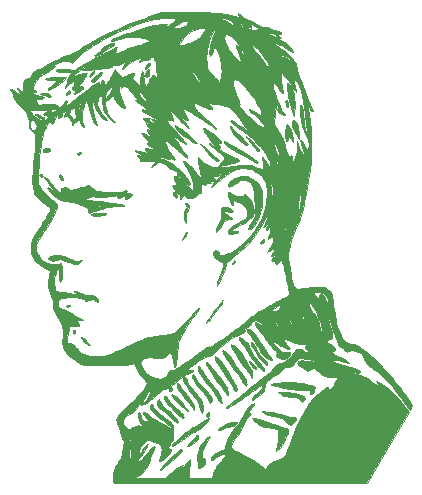
<source format=gbr>
G04 #@! TF.GenerationSoftware,KiCad,Pcbnew,(5.1.5)-3*
G04 #@! TF.CreationDate,2020-07-31T07:34:08-05:00*
G04 #@! TF.ProjectId,matt_damon,6d617474-5f64-4616-9d6f-6e2e6b696361,rev?*
G04 #@! TF.SameCoordinates,Original*
G04 #@! TF.FileFunction,Legend,Top*
G04 #@! TF.FilePolarity,Positive*
%FSLAX46Y46*%
G04 Gerber Fmt 4.6, Leading zero omitted, Abs format (unit mm)*
G04 Created by KiCad (PCBNEW (5.1.5)-3) date 2020-07-31 07:34:08*
%MOMM*%
%LPD*%
G04 APERTURE LIST*
%ADD10C,0.010000*%
G04 APERTURE END LIST*
D10*
G36*
X-6228488Y30897071D02*
G01*
X-5741005Y30891710D01*
X-5609166Y30889997D01*
X-4971768Y30879771D01*
X-4411734Y30866717D01*
X-3921788Y30850243D01*
X-3494659Y30829758D01*
X-3123071Y30804671D01*
X-2799751Y30774391D01*
X-2517425Y30738327D01*
X-2268819Y30695888D01*
X-2046660Y30646483D01*
X-1843673Y30589522D01*
X-1820333Y30582175D01*
X-1607434Y30521692D01*
X-1437451Y30488023D01*
X-1321640Y30482558D01*
X-1271253Y30506685D01*
X-1270000Y30514242D01*
X-1293111Y30571391D01*
X-1332153Y30630659D01*
X-1388531Y30724071D01*
X-1384503Y30771741D01*
X-1365250Y30776257D01*
X-1319872Y30752335D01*
X-1223390Y30687999D01*
X-1091936Y30594289D01*
X-999048Y30525608D01*
X-822954Y30403573D01*
X-638914Y30292118D01*
X-477398Y30209181D01*
X-425084Y30187703D01*
X-278726Y30124966D01*
X-93243Y30032313D01*
X99518Y29925994D01*
X171798Y29883116D01*
X376878Y29760136D01*
X530742Y29675188D01*
X653785Y29621134D01*
X766401Y29590834D01*
X888983Y29577148D01*
X1041927Y29572939D01*
X1058334Y29572776D01*
X1234322Y29566338D01*
X1334192Y29550080D01*
X1366075Y29522557D01*
X1365671Y29518180D01*
X1378428Y29469226D01*
X1443992Y29423011D01*
X1572622Y29374561D01*
X1774579Y29318904D01*
X1778990Y29317795D01*
X2009200Y29255687D01*
X2164515Y29202743D01*
X2253722Y29155249D01*
X2285607Y29109494D01*
X2286000Y29103560D01*
X2261139Y29050055D01*
X2179636Y29016749D01*
X2031106Y29000781D01*
X1904036Y28998333D01*
X1736645Y29007711D01*
X1644087Y29034656D01*
X1629476Y29077387D01*
X1681860Y29125549D01*
X1719897Y29155703D01*
X1690088Y29160731D01*
X1623754Y29151277D01*
X1488080Y29117955D01*
X1348669Y29068750D01*
X1348587Y29068716D01*
X1206500Y29008180D01*
X1418167Y28915057D01*
X1915742Y28683217D01*
X2332333Y28460666D01*
X2670863Y28245392D01*
X2934258Y28035385D01*
X3125442Y27828635D01*
X3223375Y27674157D01*
X3281324Y27543030D01*
X3287135Y27477586D01*
X3239930Y27477397D01*
X3138828Y27542034D01*
X3067877Y27598456D01*
X2929252Y27699296D01*
X2788134Y27780069D01*
X2700538Y27815144D01*
X2574770Y27862477D01*
X2507015Y27916218D01*
X2509850Y27966262D01*
X2510969Y27967413D01*
X2560236Y27966890D01*
X2621041Y27941940D01*
X2690797Y27918828D01*
X2709334Y27936012D01*
X2680942Y27991624D01*
X2588622Y28026549D01*
X2451952Y28043300D01*
X2333365Y28069051D01*
X2165125Y28128215D01*
X1970978Y28212003D01*
X1888841Y28251714D01*
X1696099Y28346895D01*
X1563840Y28407059D01*
X1477203Y28435809D01*
X1421329Y28436753D01*
X1381355Y28413494D01*
X1352458Y28381838D01*
X1323605Y28337435D01*
X1355438Y28331731D01*
X1411066Y28344167D01*
X1496090Y28350006D01*
X1581168Y28312429D01*
X1683042Y28229751D01*
X1775568Y28152702D01*
X1919627Y28040327D01*
X2097556Y27906090D01*
X2291691Y27763456D01*
X2349500Y27721724D01*
X2688265Y27463924D01*
X2980367Y27212425D01*
X3217536Y26975254D01*
X3391502Y26760444D01*
X3466499Y26637143D01*
X3519647Y26504220D01*
X3572487Y26325121D01*
X3613930Y26137647D01*
X3615283Y26129997D01*
X3659710Y25942797D01*
X3736149Y25696315D01*
X3839062Y25407150D01*
X3956652Y25107174D01*
X4055170Y24858159D01*
X4146050Y24613737D01*
X4222320Y24393772D01*
X4277005Y24218130D01*
X4298438Y24133507D01*
X4351015Y23952671D01*
X4443882Y23714406D01*
X4571426Y23432426D01*
X4655081Y23262166D01*
X4759146Y23050798D01*
X4848796Y22859153D01*
X4917039Y22702933D01*
X4956883Y22597839D01*
X4964084Y22568333D01*
X4958915Y22475899D01*
X4920458Y22456706D01*
X4853128Y22508187D01*
X4761344Y22627773D01*
X4702948Y22720128D01*
X4627162Y22842390D01*
X4574269Y22913561D01*
X4543120Y22928320D01*
X4532562Y22881342D01*
X4541444Y22767307D01*
X4568615Y22580891D01*
X4612922Y22316772D01*
X4614146Y22309666D01*
X4714042Y21653862D01*
X4784523Y21007344D01*
X4825756Y20355963D01*
X4837905Y19685569D01*
X4821136Y18982013D01*
X4775616Y18231145D01*
X4701508Y17418817D01*
X4674298Y17166166D01*
X4506731Y15987200D01*
X4263330Y14789635D01*
X4212713Y14576988D01*
X4130106Y14248301D01*
X4050373Y13959405D01*
X3966692Y13690964D01*
X3872239Y13423639D01*
X3760194Y13138092D01*
X3623734Y12814985D01*
X3460966Y12446000D01*
X3266259Y11989117D01*
X3113819Y11575983D01*
X3002138Y11191075D01*
X2929708Y10818867D01*
X2895024Y10443833D01*
X2896577Y10050450D01*
X2932861Y9623191D01*
X3002368Y9146533D01*
X3093139Y8657166D01*
X3161217Y8326292D01*
X3220082Y8068615D01*
X3273167Y7873615D01*
X3323905Y7730775D01*
X3375730Y7629574D01*
X3432075Y7559492D01*
X3459100Y7535870D01*
X3526985Y7492767D01*
X3609033Y7465956D01*
X3718303Y7455424D01*
X3867857Y7461158D01*
X4070755Y7483144D01*
X4340057Y7521368D01*
X4428526Y7534885D01*
X4818231Y7584671D01*
X5185815Y7611717D01*
X5516238Y7615804D01*
X5794463Y7596713D01*
X5994221Y7557660D01*
X6208361Y7455177D01*
X6396253Y7293631D01*
X6514248Y7125376D01*
X6563158Y6991678D01*
X6613514Y6778020D01*
X6665527Y6483215D01*
X6719408Y6106080D01*
X6772264Y5672666D01*
X6808101Y5388667D01*
X6850357Y5100711D01*
X6895137Y4832554D01*
X6938548Y4607953D01*
X6966565Y4487333D01*
X7034546Y4264118D01*
X7125759Y4018115D01*
X7232548Y3765179D01*
X7347261Y3521161D01*
X7462242Y3301914D01*
X7569839Y3123291D01*
X7662395Y3001143D01*
X7701220Y2965788D01*
X7799037Y2916744D01*
X7953413Y2861926D01*
X8137539Y2810346D01*
X8221214Y2790969D01*
X8426715Y2739528D01*
X8630490Y2676568D01*
X8797567Y2613241D01*
X8839318Y2593849D01*
X9044325Y2471716D01*
X9293406Y2290797D01*
X9578313Y2058867D01*
X9890799Y1783703D01*
X10222613Y1473080D01*
X10565508Y1134775D01*
X10911234Y776565D01*
X11251544Y406225D01*
X11578188Y31532D01*
X11658074Y-63500D01*
X11877277Y-330680D01*
X12102523Y-613106D01*
X12327559Y-902214D01*
X12546130Y-1189440D01*
X12751981Y-1466217D01*
X12938858Y-1723981D01*
X13100507Y-1954168D01*
X13230674Y-2148210D01*
X13323104Y-2297545D01*
X13371543Y-2393607D01*
X13377334Y-2417952D01*
X13357186Y-2481794D01*
X13305795Y-2587955D01*
X13267901Y-2655794D01*
X13158468Y-2842527D01*
X12812818Y-2333331D01*
X12439104Y-1805746D01*
X12046515Y-1294104D01*
X11643706Y-807915D01*
X11239329Y-356692D01*
X10842039Y50054D01*
X10460490Y402811D01*
X10103336Y692067D01*
X9979541Y780792D01*
X9745006Y949610D01*
X9572727Y1093964D01*
X9449824Y1228421D01*
X9363420Y1367546D01*
X9300635Y1525905D01*
X9289897Y1560770D01*
X9180663Y1792055D01*
X9011431Y1983753D01*
X8798614Y2127804D01*
X8558626Y2216145D01*
X8307880Y2240718D01*
X8062790Y2193460D01*
X8028696Y2180166D01*
X7925526Y2139421D01*
X7859628Y2117747D01*
X7852614Y2116666D01*
X7812830Y2144692D01*
X7733134Y2217722D01*
X7643364Y2307166D01*
X7497524Y2436187D01*
X7380974Y2494548D01*
X7353793Y2497666D01*
X7259996Y2514428D01*
X7193154Y2575435D01*
X7139840Y2696768D01*
X7114184Y2784616D01*
X7078686Y2892645D01*
X7016839Y3056428D01*
X6937062Y3254524D01*
X6847772Y3465486D01*
X6839227Y3485127D01*
X6685636Y3850908D01*
X6566209Y4170096D01*
X6472338Y4469168D01*
X6395415Y4774598D01*
X6350642Y4987991D01*
X6307565Y5191522D01*
X6272096Y5329830D01*
X6246220Y5399279D01*
X6231918Y5396228D01*
X6231174Y5317041D01*
X6242826Y5185833D01*
X6287976Y4856390D01*
X6351967Y4540264D01*
X6442933Y4199493D01*
X6482034Y4069377D01*
X6560768Y3774324D01*
X6599287Y3535239D01*
X6597345Y3357357D01*
X6554694Y3245918D01*
X6522117Y3218823D01*
X6414496Y3181995D01*
X6355807Y3175000D01*
X6258230Y3146150D01*
X6202850Y3106468D01*
X6158616Y3049713D01*
X6172806Y2998537D01*
X6210409Y2953726D01*
X6293275Y2884731D01*
X6416632Y2805801D01*
X6480994Y2770883D01*
X6636104Y2667803D01*
X6751515Y2543871D01*
X6819709Y2414682D01*
X6833167Y2295835D01*
X6784373Y2202926D01*
X6762750Y2186341D01*
X6672665Y2163638D01*
X6575945Y2213898D01*
X6465559Y2341194D01*
X6445250Y2370316D01*
X6384234Y2451065D01*
X6355474Y2462285D01*
X6350279Y2429844D01*
X6387973Y2302545D01*
X6490209Y2158044D01*
X6641919Y2007951D01*
X6828032Y1863878D01*
X7033478Y1737435D01*
X7243188Y1640234D01*
X7442091Y1583885D01*
X7449943Y1582591D01*
X7599864Y1539438D01*
X7740890Y1450713D01*
X7830588Y1372019D01*
X7926353Y1274885D01*
X7986450Y1200760D01*
X7998123Y1168344D01*
X7949068Y1169312D01*
X7847123Y1196352D01*
X7755275Y1228417D01*
X7573668Y1285148D01*
X7342204Y1340288D01*
X7092004Y1388028D01*
X6854191Y1422560D01*
X6659886Y1438075D01*
X6630205Y1438392D01*
X6455834Y1437451D01*
X6561667Y1355112D01*
X6724902Y1257159D01*
X6963678Y1159451D01*
X7281405Y1060724D01*
X7535334Y994560D01*
X7855786Y911153D01*
X8155522Y824126D01*
X8421375Y737935D01*
X8640176Y657040D01*
X8798761Y585898D01*
X8868222Y543251D01*
X8939048Y476366D01*
X8945929Y425278D01*
X8924751Y393031D01*
X8862113Y353389D01*
X8753325Y345520D01*
X8670337Y352889D01*
X8539440Y359211D01*
X8456591Y344827D01*
X8442440Y333716D01*
X8428537Y294188D01*
X8454162Y265659D01*
X8533128Y242137D01*
X8679249Y217629D01*
X8725327Y211008D01*
X8937379Y165068D01*
X9164930Y82788D01*
X9415495Y-40217D01*
X9696587Y-208332D01*
X10015719Y-425944D01*
X10380407Y-697438D01*
X10668000Y-922834D01*
X11070167Y-1243284D01*
X10746034Y-901408D01*
X10609451Y-753936D01*
X10491829Y-620646D01*
X10407564Y-518223D01*
X10374128Y-470266D01*
X10352714Y-398142D01*
X10391923Y-379199D01*
X10487675Y-412008D01*
X10635891Y-495140D01*
X10832494Y-627168D01*
X10842501Y-634299D01*
X11311505Y-994046D01*
X11749331Y-1383906D01*
X12171056Y-1818845D01*
X12591757Y-2313832D01*
X12791964Y-2569569D01*
X13089815Y-2958971D01*
X11338828Y-5977402D01*
X9587840Y-8995834D01*
X-1134044Y-9006499D01*
X-2298707Y-9007585D01*
X-3381342Y-9008433D01*
X-4384584Y-9009035D01*
X-5311071Y-9009380D01*
X-6163439Y-9009456D01*
X-6944326Y-9009255D01*
X-7656368Y-9008764D01*
X-8302203Y-9007975D01*
X-8884468Y-9006877D01*
X-9405799Y-9005458D01*
X-9868833Y-9003710D01*
X-10276209Y-9001621D01*
X-10630561Y-8999181D01*
X-10934529Y-8996380D01*
X-11190748Y-8993207D01*
X-11401855Y-8989652D01*
X-11570488Y-8985704D01*
X-11699283Y-8981353D01*
X-11790878Y-8976589D01*
X-11847909Y-8971402D01*
X-11873014Y-8965780D01*
X-11874668Y-8964166D01*
X-11911794Y-8830977D01*
X-11946734Y-8661014D01*
X-11971714Y-8496427D01*
X-11979298Y-8397043D01*
X-11952467Y-8190187D01*
X-11873534Y-7938800D01*
X-11749014Y-7659442D01*
X-11585423Y-7368673D01*
X-11557000Y-7323667D01*
X-11412560Y-7084330D01*
X-11301998Y-6862613D01*
X-11217015Y-6634972D01*
X-11171407Y-6461769D01*
X-10583333Y-6461769D01*
X-10578316Y-6621969D01*
X-10564828Y-6806111D01*
X-10545211Y-6996553D01*
X-10521809Y-7175651D01*
X-10496964Y-7325761D01*
X-10473019Y-7429241D01*
X-10452318Y-7468447D01*
X-10449741Y-7467759D01*
X-10437186Y-7419819D01*
X-10426560Y-7302639D01*
X-10418712Y-7131640D01*
X-10414490Y-6922242D01*
X-10414000Y-6818352D01*
X-10415914Y-6557950D01*
X-10422304Y-6370956D01*
X-10434137Y-6246184D01*
X-10452384Y-6172450D01*
X-10472556Y-6142437D01*
X-10525177Y-6123301D01*
X-10559919Y-6172668D01*
X-10578637Y-6295887D01*
X-10583333Y-6461769D01*
X-11171407Y-6461769D01*
X-11149312Y-6377861D01*
X-11090592Y-6067738D01*
X-11071014Y-5944841D01*
X-10998916Y-5476181D01*
X-11074712Y-5364490D01*
X-10557157Y-5364490D01*
X-10537870Y-5424515D01*
X-10479683Y-5494669D01*
X-10429564Y-5483325D01*
X-10403306Y-5424680D01*
X-10405889Y-5322622D01*
X-10425561Y-5269504D01*
X-10462471Y-5216492D01*
X-10496819Y-5233503D01*
X-10524219Y-5269339D01*
X-10557157Y-5364490D01*
X-11074712Y-5364490D01*
X-11102429Y-5323647D01*
X-11175093Y-5180328D01*
X-11225857Y-5015615D01*
X-11232467Y-4977590D01*
X-11245576Y-4923580D01*
X-8324358Y-4923580D01*
X-8303237Y-4954666D01*
X-8225143Y-5012649D01*
X-8121362Y-5076493D01*
X-7985449Y-5153669D01*
X-7909604Y-5193286D01*
X-7880770Y-5200457D01*
X-7885888Y-5180293D01*
X-7894856Y-5165169D01*
X-7946073Y-5117577D01*
X-8039038Y-5055073D01*
X-8148291Y-4991978D01*
X-8248372Y-4942614D01*
X-8313820Y-4921301D01*
X-8324358Y-4923580D01*
X-11245576Y-4923580D01*
X-11261431Y-4858260D01*
X-11318768Y-4688425D01*
X-11395343Y-4493486D01*
X-11458132Y-4349950D01*
X-11565497Y-4097263D01*
X-11631715Y-3882887D01*
X-11644007Y-3773689D01*
X-11129763Y-3773689D01*
X-11116477Y-3915057D01*
X-11059552Y-4034029D01*
X-10955755Y-4170510D01*
X-10829603Y-4296486D01*
X-10706657Y-4383401D01*
X-10645648Y-4409862D01*
X-10585775Y-4415727D01*
X-10507325Y-4396444D01*
X-10390583Y-4347461D01*
X-10238931Y-4275405D01*
X-10040799Y-4183619D01*
X-9896898Y-4130755D01*
X-9787626Y-4114297D01*
X-9693382Y-4131728D01*
X-9594564Y-4180532D01*
X-9577916Y-4190536D01*
X-9480764Y-4235634D01*
X-9439329Y-4223383D01*
X-9454256Y-4160742D01*
X-9526188Y-4054666D01*
X-9561463Y-4012557D01*
X-9700567Y-3828992D01*
X-9781558Y-3651390D01*
X-9816873Y-3445962D01*
X-9821333Y-3306601D01*
X-9816078Y-3156215D01*
X-9802271Y-3041722D01*
X-9782844Y-2986961D01*
X-9781896Y-2986290D01*
X-9728053Y-2993564D01*
X-9674481Y-3063504D01*
X-9631751Y-3174739D01*
X-9610434Y-3305898D01*
X-9609666Y-3334511D01*
X-9582526Y-3508854D01*
X-9496588Y-3631039D01*
X-9345074Y-3707544D01*
X-9187113Y-3738517D01*
X-9057886Y-3750859D01*
X-8968044Y-3753877D01*
X-8942754Y-3749865D01*
X-8960652Y-3713054D01*
X-9022615Y-3631308D01*
X-9115413Y-3522029D01*
X-9119326Y-3517616D01*
X-9274608Y-3327350D01*
X-9379015Y-3165736D01*
X-9427180Y-3042151D01*
X-9424819Y-2983965D01*
X-9373327Y-2944188D01*
X-9274840Y-2972381D01*
X-9128563Y-3068903D01*
X-8996528Y-3178000D01*
X-8720807Y-3404383D01*
X-8458828Y-3583920D01*
X-8176035Y-3739306D01*
X-8050727Y-3799147D01*
X-7847157Y-3898990D01*
X-7619937Y-4019266D01*
X-7416699Y-4134722D01*
X-7408333Y-4139728D01*
X-7260180Y-4228472D01*
X-7138140Y-4301253D01*
X-7061679Y-4346473D01*
X-7048500Y-4354088D01*
X-7037937Y-4341648D01*
X-7070007Y-4279046D01*
X-7073319Y-4273862D01*
X-7130500Y-4212990D01*
X-7242982Y-4115021D01*
X-7396725Y-3991444D01*
X-7577691Y-3853743D01*
X-7665986Y-3788983D01*
X-8045947Y-3501941D01*
X-8349580Y-3246341D01*
X-8578391Y-3020311D01*
X-8733889Y-2821979D01*
X-8817581Y-2649471D01*
X-8830974Y-2500916D01*
X-8789317Y-2393752D01*
X-8707551Y-2304819D01*
X-8637491Y-2298131D01*
X-8585747Y-2372778D01*
X-8571993Y-2423584D01*
X-8525619Y-2568150D01*
X-8442130Y-2709608D01*
X-8312359Y-2858260D01*
X-8127137Y-3024407D01*
X-7877298Y-3218352D01*
X-7840744Y-3245300D01*
X-7644629Y-3392049D01*
X-7456381Y-3537960D01*
X-7294931Y-3668028D01*
X-7179214Y-3767246D01*
X-7161521Y-3783683D01*
X-7029600Y-3916891D01*
X-6939346Y-4035134D01*
X-6883050Y-4159873D01*
X-6853001Y-4312568D01*
X-6841489Y-4514680D01*
X-6840285Y-4677834D01*
X-6845651Y-4932240D01*
X-6865944Y-5127387D01*
X-6908985Y-5288383D01*
X-6982596Y-5440337D01*
X-7094600Y-5608359D01*
X-7155913Y-5691005D01*
X-7245868Y-5823260D01*
X-7299898Y-5929930D01*
X-7309059Y-5988340D01*
X-7256712Y-6044419D01*
X-7157886Y-6103427D01*
X-7133196Y-6114426D01*
X-7036932Y-6158962D01*
X-7005694Y-6199326D01*
X-7025883Y-6262757D01*
X-7042704Y-6295681D01*
X-7102080Y-6378448D01*
X-7208717Y-6499901D01*
X-7345771Y-6643419D01*
X-7496395Y-6792380D01*
X-7643745Y-6930164D01*
X-7770976Y-7040150D01*
X-7861242Y-7105716D01*
X-7866724Y-7108737D01*
X-7978705Y-7151874D01*
X-8035488Y-7132789D01*
X-8037570Y-7050431D01*
X-7985454Y-6903749D01*
X-7975062Y-6880640D01*
X-7895837Y-6653562D01*
X-7849142Y-6404503D01*
X-7837367Y-6161201D01*
X-7862901Y-5951398D01*
X-7888248Y-5872783D01*
X-7941451Y-5775018D01*
X-8019987Y-5698511D01*
X-8146687Y-5623622D01*
X-8219112Y-5588233D01*
X-8453419Y-5491110D01*
X-8679009Y-5422296D01*
X-8875182Y-5386810D01*
X-9021237Y-5389667D01*
X-9030157Y-5391707D01*
X-9137479Y-5444744D01*
X-9273776Y-5547865D01*
X-9419175Y-5682001D01*
X-9553807Y-5828082D01*
X-9657797Y-5967037D01*
X-9691248Y-6026128D01*
X-9755144Y-6216788D01*
X-9779000Y-6411115D01*
X-9779000Y-6614831D01*
X-9524455Y-6256981D01*
X-9369499Y-6046950D01*
X-9235561Y-5880704D01*
X-9128568Y-5764502D01*
X-9054451Y-5704599D01*
X-9019140Y-5707254D01*
X-9017000Y-5721485D01*
X-9041905Y-5821847D01*
X-9109969Y-5970836D01*
X-9211214Y-6151162D01*
X-9335660Y-6345537D01*
X-9473330Y-6536672D01*
X-9526342Y-6604000D01*
X-9646120Y-6756075D01*
X-9751173Y-6896745D01*
X-9825579Y-7004376D01*
X-9845713Y-7037917D01*
X-9884150Y-7118482D01*
X-9875882Y-7149529D01*
X-9828772Y-7154334D01*
X-9713014Y-7118355D01*
X-9564379Y-7014993D01*
X-9390691Y-6851107D01*
X-9199772Y-6633556D01*
X-9120402Y-6533138D01*
X-8901073Y-6255450D01*
X-8724599Y-6049075D01*
X-8589839Y-5912992D01*
X-8495648Y-5846175D01*
X-8440884Y-5847604D01*
X-8424333Y-5910126D01*
X-8440565Y-5974768D01*
X-8484581Y-6097972D01*
X-8549361Y-6261119D01*
X-8615976Y-6418377D01*
X-8699569Y-6621852D01*
X-8773398Y-6822445D01*
X-8827851Y-6992893D01*
X-8849448Y-7080500D01*
X-8948043Y-7397467D01*
X-9116893Y-7709601D01*
X-9342668Y-7998558D01*
X-9612043Y-8245999D01*
X-9780426Y-8361700D01*
X-9905472Y-8440052D01*
X-9995797Y-8501206D01*
X-10032873Y-8532580D01*
X-10033000Y-8533232D01*
X-9992406Y-8537804D01*
X-9877584Y-8541952D01*
X-9698969Y-8545525D01*
X-9467000Y-8548370D01*
X-9192113Y-8550338D01*
X-8884745Y-8551276D01*
X-8784716Y-8551334D01*
X-7536432Y-8551334D01*
X-7054147Y-8154708D01*
X-6764753Y-7920091D01*
X-6532996Y-7739964D01*
X-6354471Y-7611206D01*
X-6224770Y-7530694D01*
X-6139487Y-7495307D01*
X-6120122Y-7493000D01*
X-6062210Y-7515309D01*
X-6068784Y-7583557D01*
X-6140674Y-7699728D01*
X-6273532Y-7860005D01*
X-6396559Y-7998440D01*
X-6512681Y-8129644D01*
X-6597896Y-8226496D01*
X-6601615Y-8230751D01*
X-6709833Y-8354669D01*
X-6519333Y-8245845D01*
X-6366585Y-8131770D01*
X-6254637Y-7997164D01*
X-6246028Y-7981929D01*
X-6193300Y-7899537D01*
X-6105273Y-7778888D01*
X-5993066Y-7633510D01*
X-5867802Y-7476931D01*
X-5740601Y-7322678D01*
X-5622583Y-7184277D01*
X-5524871Y-7075256D01*
X-5458585Y-7009142D01*
X-5435660Y-6996229D01*
X-5433643Y-7042164D01*
X-5439592Y-7157195D01*
X-5452430Y-7326236D01*
X-5471081Y-7534199D01*
X-5481925Y-7644841D01*
X-5504570Y-7878801D01*
X-5523668Y-8093284D01*
X-5537638Y-8269194D01*
X-5544900Y-8387435D01*
X-5545572Y-8413750D01*
X-5545666Y-8551334D01*
X-3562003Y-8551334D01*
X-3511718Y-8307917D01*
X-3472046Y-8142970D01*
X-3420753Y-7992718D01*
X-3350084Y-7844714D01*
X-3252278Y-7686509D01*
X-3119578Y-7505657D01*
X-2944225Y-7289709D01*
X-2718461Y-7026219D01*
X-2698750Y-7003585D01*
X-2579487Y-6863366D01*
X-2484634Y-6745394D01*
X-2426060Y-6664822D01*
X-2413000Y-6638826D01*
X-2447895Y-6598068D01*
X-2517399Y-6562212D01*
X-2663593Y-6548128D01*
X-2850747Y-6595374D01*
X-3066514Y-6699498D01*
X-3267645Y-6832700D01*
X-3430957Y-6947734D01*
X-3543076Y-7009048D01*
X-3615054Y-7020312D01*
X-3657946Y-6985194D01*
X-3667114Y-6965336D01*
X-3661274Y-6868399D01*
X-3585788Y-6752427D01*
X-3450988Y-6626166D01*
X-3267207Y-6498361D01*
X-3044777Y-6377760D01*
X-2894726Y-6311546D01*
X-2740806Y-6239447D01*
X-2611087Y-6161314D01*
X-2533207Y-6093838D01*
X-2532386Y-6092736D01*
X-2486532Y-6000769D01*
X-2437053Y-5855669D01*
X-2394218Y-5687820D01*
X-2392014Y-5677360D01*
X-2320115Y-5413189D01*
X-2212861Y-5162729D01*
X-2060069Y-4907158D01*
X-1851553Y-4627649D01*
X-1771053Y-4529667D01*
X-1505437Y-4201788D01*
X-1285121Y-3903325D01*
X-1092264Y-3607289D01*
X-909024Y-3286691D01*
X-761216Y-3002056D01*
X-633196Y-2753853D01*
X-529212Y-2571671D01*
X-439432Y-2443931D01*
X-354025Y-2359058D01*
X-263156Y-2305473D01*
X-156995Y-2271599D01*
X-136962Y-2267022D01*
X-40225Y-2258641D01*
X-2929Y-2291505D01*
X-26058Y-2369517D01*
X-110594Y-2496580D01*
X-232833Y-2647678D01*
X-338816Y-2776374D01*
X-419547Y-2881575D01*
X-462146Y-2946208D01*
X-465666Y-2956269D01*
X-436680Y-3004670D01*
X-366043Y-3076915D01*
X-357562Y-3084394D01*
X-249458Y-3178390D01*
X-520486Y-3441278D01*
X-680411Y-3608401D01*
X-789545Y-3756086D01*
X-867436Y-3912026D01*
X-885287Y-3958167D01*
X-1027426Y-4288222D01*
X-1219773Y-4639847D01*
X-1469504Y-5025705D01*
X-1576520Y-5177779D01*
X-1759931Y-5442113D01*
X-1886009Y-5653078D01*
X-1952451Y-5821649D01*
X-1956954Y-5958799D01*
X-1897215Y-6075505D01*
X-1770930Y-6182740D01*
X-1575797Y-6291479D01*
X-1318152Y-6408951D01*
X-938570Y-6584441D01*
X-580403Y-6774405D01*
X-221239Y-6992048D01*
X161338Y-7250577D01*
X392115Y-7416635D01*
X600247Y-7570408D01*
X751255Y-7679401D01*
X858818Y-7745265D01*
X936614Y-7769649D01*
X998320Y-7754201D01*
X1057615Y-7700572D01*
X1128177Y-7610412D01*
X1201076Y-7514188D01*
X1409554Y-7311771D01*
X1691979Y-7144409D01*
X2003678Y-7026548D01*
X2175469Y-6966149D01*
X2333734Y-6895990D01*
X2443874Y-6831480D01*
X2558249Y-6707372D01*
X2683972Y-6499695D01*
X2820887Y-6208758D01*
X2968837Y-5834875D01*
X3027371Y-5672667D01*
X3291861Y-4963577D01*
X3577869Y-4271144D01*
X3877513Y-3612791D01*
X4182912Y-3005943D01*
X4448823Y-2530620D01*
X4622140Y-2251575D01*
X4782172Y-2027101D01*
X4947082Y-1833160D01*
X5072227Y-1705530D01*
X5219413Y-1571591D01*
X5399459Y-1421287D01*
X5595766Y-1267032D01*
X5791736Y-1121238D01*
X5970770Y-996319D01*
X6116268Y-904689D01*
X6198524Y-863246D01*
X6252690Y-868056D01*
X6262626Y-932745D01*
X6228215Y-1044926D01*
X6200746Y-1102769D01*
X6164810Y-1186427D01*
X6161787Y-1226958D01*
X6164432Y-1227667D01*
X6208437Y-1202103D01*
X6297169Y-1134949D01*
X6411766Y-1040512D01*
X6416453Y-1036513D01*
X6593693Y-864590D01*
X6751163Y-673783D01*
X6876843Y-482214D01*
X6958711Y-308004D01*
X6985000Y-179536D01*
X6985000Y-30054D01*
X6688242Y-54933D01*
X6320583Y-47036D01*
X5978762Y40941D01*
X5661350Y209585D01*
X5366916Y459484D01*
X5321495Y507426D01*
X5215206Y614591D01*
X5125149Y690812D01*
X5071244Y719450D01*
X5004451Y698384D01*
X4899004Y645399D01*
X4847167Y614937D01*
X4675090Y530037D01*
X4531966Y515509D01*
X4396346Y573694D01*
X4275667Y677333D01*
X4167915Y771144D01*
X4070550Y832636D01*
X4023659Y846666D01*
X3875503Y877550D01*
X3754811Y957779D01*
X3676916Y1068719D01*
X3657151Y1191736D01*
X3679970Y1264337D01*
X3742157Y1330224D01*
X3849690Y1369222D01*
X4011851Y1382186D01*
X4237922Y1369968D01*
X4495510Y1339283D01*
X4810948Y1297732D01*
X5073047Y1267488D01*
X5275962Y1248957D01*
X5413848Y1242543D01*
X5480859Y1248652D01*
X5471151Y1267687D01*
X5461000Y1272433D01*
X5345050Y1312150D01*
X5164716Y1361353D01*
X4939120Y1415558D01*
X4687382Y1470280D01*
X4428624Y1521032D01*
X4312845Y1541752D01*
X4083568Y1574418D01*
X3916170Y1580858D01*
X3797744Y1563391D01*
X3649936Y1488110D01*
X3508694Y1359870D01*
X3400795Y1207316D01*
X3357503Y1092428D01*
X3292853Y974144D01*
X3159538Y891742D01*
X2967826Y850477D01*
X2877243Y846666D01*
X2756018Y839567D01*
X2652493Y811271D01*
X2549471Y751287D01*
X2429752Y649119D01*
X2276139Y494274D01*
X2243607Y460045D01*
X2090176Y306550D01*
X1975737Y213499D01*
X1889597Y172783D01*
X1860312Y169333D01*
X1730722Y137466D01*
X1569126Y50154D01*
X1394126Y-80173D01*
X1224320Y-241082D01*
X1190283Y-278475D01*
X1039735Y-466213D01*
X943748Y-636928D01*
X887243Y-821755D01*
X866785Y-946407D01*
X820906Y-1111449D01*
X722033Y-1274453D01*
X562573Y-1444259D01*
X334936Y-1629708D01*
X192738Y-1731366D01*
X2666Y-1857852D01*
X-125211Y-1929831D01*
X-193884Y-1946829D01*
X-206341Y-1908373D01*
X-165569Y-1813991D01*
X-89552Y-1686689D01*
X7461Y-1562565D01*
X145035Y-1421318D01*
X293605Y-1293269D01*
X295445Y-1291850D01*
X502074Y-1114216D01*
X634848Y-957032D01*
X691477Y-823403D01*
X688743Y-758725D01*
X639809Y-689006D01*
X549215Y-692158D01*
X417912Y-767895D01*
X283216Y-881464D01*
X130547Y-1018039D01*
X-37125Y-1156611D01*
X-231394Y-1305834D01*
X-463855Y-1474362D01*
X-746100Y-1670850D01*
X-1058333Y-1882829D01*
X-1372471Y-2091583D01*
X-1656480Y-2274901D01*
X-1902997Y-2428339D01*
X-2104658Y-2547454D01*
X-2254102Y-2627804D01*
X-2343966Y-2664946D01*
X-2357869Y-2667000D01*
X-2397940Y-2650750D01*
X-2376855Y-2600354D01*
X-2292103Y-2513340D01*
X-2141172Y-2387238D01*
X-1921553Y-2219576D01*
X-1848152Y-2165392D01*
X-1611761Y-1986173D01*
X-1345574Y-1775214D01*
X-1081750Y-1558480D01*
X-852450Y-1361935D01*
X-846666Y-1356822D01*
X-491579Y-1044529D01*
X-193617Y-786898D01*
X51564Y-580366D01*
X248307Y-421371D01*
X400956Y-306351D01*
X513856Y-231744D01*
X548789Y-212455D01*
X635661Y-154569D01*
X768224Y-49484D01*
X931925Y90508D01*
X1112209Y253118D01*
X1221527Y355704D01*
X1492600Y611474D01*
X1711879Y811819D01*
X1886463Y962147D01*
X2023448Y1067863D01*
X2129931Y1134375D01*
X2213009Y1167089D01*
X2279780Y1171412D01*
X2290029Y1169711D01*
X2398421Y1174096D01*
X2531437Y1233353D01*
X2594859Y1273073D01*
X2737338Y1381470D01*
X2896431Y1524724D01*
X3057267Y1686687D01*
X3204972Y1851216D01*
X3324674Y2002164D01*
X3401500Y2123387D01*
X3419239Y2168006D01*
X3489443Y2301973D01*
X3607747Y2375696D01*
X3762234Y2388646D01*
X3940985Y2340296D01*
X4132081Y2230119D01*
X4169956Y2201236D01*
X4283495Y2125380D01*
X4385832Y2080383D01*
X4419071Y2074981D01*
X4502343Y2088870D01*
X4578428Y2119930D01*
X4617951Y2153931D01*
X4613108Y2168994D01*
X4456681Y2285151D01*
X4357544Y2365142D01*
X4303705Y2421468D01*
X4283173Y2466630D01*
X4283830Y2512250D01*
X4332982Y2597690D01*
X4441730Y2675868D01*
X4445000Y2677517D01*
X4593167Y2751535D01*
X4339167Y2753078D01*
X3912098Y2788540D01*
X3479395Y2884096D01*
X3099749Y3022582D01*
X2880985Y3114409D01*
X2724939Y3162347D01*
X2622825Y3167849D01*
X2565859Y3132369D01*
X2555721Y3112574D01*
X2563026Y3027347D01*
X2624610Y2904447D01*
X2730050Y2760809D01*
X2854707Y2626945D01*
X2964507Y2504483D01*
X3000244Y2421179D01*
X2961815Y2377566D01*
X2905003Y2370666D01*
X2800475Y2384665D01*
X2668599Y2430150D01*
X2497956Y2512353D01*
X2277124Y2636506D01*
X2122785Y2729043D01*
X1904057Y2856680D01*
X1748422Y2934077D01*
X1651977Y2962763D01*
X1610819Y2944263D01*
X1608667Y2930204D01*
X1637035Y2870987D01*
X1712493Y2769591D01*
X1820567Y2641963D01*
X1946785Y2504050D01*
X2076674Y2371799D01*
X2195763Y2261158D01*
X2270143Y2201333D01*
X2388522Y2121370D01*
X2483835Y2078217D01*
X2590808Y2062208D01*
X2744169Y2063678D01*
X2762250Y2064369D01*
X2913841Y2068359D01*
X2999552Y2061890D01*
X3038007Y2039739D01*
X3047832Y1996685D01*
X3048000Y1984238D01*
X3017925Y1904615D01*
X2937338Y1791582D01*
X2842381Y1687286D01*
X2719671Y1572530D01*
X2625783Y1509560D01*
X2536184Y1484423D01*
X2480861Y1481666D01*
X2321858Y1504323D01*
X2156107Y1564096D01*
X2004285Y1648689D01*
X1887067Y1745803D01*
X1825127Y1843144D01*
X1820334Y1874519D01*
X1832491Y1929538D01*
X1884885Y1941850D01*
X1956663Y1930651D01*
X2011564Y1922645D01*
X2032473Y1932654D01*
X2013393Y1969772D01*
X1948330Y2043097D01*
X1831289Y2161725D01*
X1753713Y2238589D01*
X1608891Y2383677D01*
X1494569Y2505417D01*
X1395664Y2622872D01*
X1297092Y2755105D01*
X1183769Y2921181D01*
X1041755Y3138398D01*
X951948Y3266961D01*
X824280Y3436681D01*
X676322Y3624714D01*
X537110Y3794565D01*
X359304Y4008014D01*
X229529Y4168212D01*
X140416Y4285932D01*
X84595Y4371948D01*
X54697Y4437035D01*
X43352Y4491966D01*
X42334Y4517919D01*
X51848Y4584189D01*
X85281Y4616170D01*
X149968Y4610763D01*
X253244Y4564866D01*
X402443Y4475380D01*
X604902Y4339203D01*
X814275Y4191614D01*
X925975Y4119253D01*
X1009810Y4078440D01*
X1042013Y4075902D01*
X1031789Y4120108D01*
X969540Y4201541D01*
X870565Y4306088D01*
X750165Y4419635D01*
X623639Y4528069D01*
X506287Y4617277D01*
X413407Y4673144D01*
X383058Y4683772D01*
X307378Y4713729D01*
X1705599Y4713729D01*
X1726362Y4625617D01*
X1767767Y4522601D01*
X1832261Y4398748D01*
X1910881Y4276995D01*
X1990521Y4173799D01*
X2058077Y4105617D01*
X2100442Y4088904D01*
X2106559Y4097177D01*
X2096627Y4157119D01*
X2055131Y4263234D01*
X2014751Y4346399D01*
X1921229Y4510910D01*
X1836542Y4634901D01*
X1767701Y4713369D01*
X1721716Y4741312D01*
X1705599Y4713729D01*
X307378Y4713729D01*
X269917Y4728557D01*
X192298Y4793946D01*
X152972Y4842094D01*
X112846Y4849057D01*
X47107Y4810761D01*
X-22358Y4758721D01*
X-107090Y4682895D01*
X-230984Y4557693D01*
X-379086Y4398855D01*
X-536444Y4222120D01*
X-579798Y4171953D01*
X-751548Y3974011D01*
X-885695Y3828849D01*
X-998738Y3724119D01*
X-1107178Y3647475D01*
X-1227514Y3586569D01*
X-1376244Y3529054D01*
X-1492803Y3488712D01*
X-1823230Y3334484D01*
X-2068522Y3162735D01*
X-2249011Y3020674D01*
X-2454716Y2863131D01*
X-2641825Y2723651D01*
X-2645833Y2720724D01*
X-2908073Y2516496D01*
X-3096238Y2339986D01*
X-3214672Y2186988D01*
X-3234294Y2151116D01*
X-3310021Y2064819D01*
X-3448412Y1966794D01*
X-3630584Y1868092D01*
X-3837656Y1779762D01*
X-3915833Y1752243D01*
X-4191171Y1646044D01*
X-4453074Y1517612D01*
X-4675385Y1380762D01*
X-4789726Y1290728D01*
X-4920764Y1186025D01*
X-5083043Y1074535D01*
X-5184709Y1012955D01*
X-5381737Y891190D01*
X-5526618Y780480D01*
X-5615840Y686954D01*
X-5645892Y616739D01*
X-5613262Y575964D01*
X-5514439Y570756D01*
X-5429660Y585483D01*
X-5279372Y604401D01*
X-5195768Y580017D01*
X-5182363Y513611D01*
X-5187674Y497302D01*
X-5243817Y434514D01*
X-5347651Y367798D01*
X-5465216Y315622D01*
X-5557216Y296333D01*
X-5628501Y271503D01*
X-5754397Y202285D01*
X-5922932Y96592D01*
X-6122134Y-37666D01*
X-6340030Y-192576D01*
X-6564648Y-360227D01*
X-6646700Y-423620D01*
X-6959585Y-661083D01*
X-7217114Y-842148D01*
X-7418021Y-966029D01*
X-7561041Y-1031936D01*
X-7638519Y-1041225D01*
X-7692335Y-1048510D01*
X-7774079Y-1097024D01*
X-7892292Y-1193251D01*
X-8055514Y-1343677D01*
X-8125824Y-1411269D01*
X-8485535Y-1742449D01*
X-8807675Y-2002817D01*
X-9091273Y-2191768D01*
X-9335362Y-2308698D01*
X-9538971Y-2353003D01*
X-9628333Y-2347176D01*
X-9731647Y-2336057D01*
X-9793576Y-2365996D01*
X-9851057Y-2455218D01*
X-9852420Y-2457740D01*
X-10024856Y-2705441D01*
X-10271477Y-2943495D01*
X-10566910Y-3157505D01*
X-10813342Y-3330470D01*
X-10985303Y-3485322D01*
X-11088781Y-3630310D01*
X-11129763Y-3773689D01*
X-11644007Y-3773689D01*
X-11652988Y-3693915D01*
X-11625521Y-3517442D01*
X-11545519Y-3340563D01*
X-11409185Y-3150373D01*
X-11212723Y-2933965D01*
X-10971988Y-2697164D01*
X-10597322Y-2337209D01*
X-10361027Y-2106146D01*
X-9440333Y-2106146D01*
X-9413817Y-2135437D01*
X-9345025Y-2113747D01*
X-9250092Y-2051387D01*
X-9145153Y-1958666D01*
X-9059362Y-1862704D01*
X-8966063Y-1725402D01*
X-8884140Y-1569969D01*
X-8819297Y-1413372D01*
X-8777237Y-1272577D01*
X-8763665Y-1164550D01*
X-8784284Y-1106258D01*
X-8803179Y-1100667D01*
X-8851880Y-1135232D01*
X-8930165Y-1227957D01*
X-9027606Y-1362385D01*
X-9133774Y-1522060D01*
X-9238242Y-1690527D01*
X-9330582Y-1851328D01*
X-9400366Y-1988008D01*
X-9437165Y-2084111D01*
X-9440333Y-2106146D01*
X-10361027Y-2106146D01*
X-10280368Y-2027274D01*
X-10015429Y-1761273D01*
X-9796806Y-1533123D01*
X-9618800Y-1336742D01*
X-9475713Y-1166044D01*
X-9361846Y-1014948D01*
X-9279255Y-890067D01*
X-9062550Y-537933D01*
X-9355299Y-224460D01*
X-9502694Y-56629D01*
X-9628395Y112688D01*
X-9748331Y307614D01*
X-9878433Y552273D01*
X-9910773Y616717D01*
X-10024549Y839377D01*
X-10110373Y992469D01*
X-10173617Y1084254D01*
X-10219654Y1122998D01*
X-10240832Y1124351D01*
X-10307944Y1110312D01*
X-10439215Y1087380D01*
X-10615018Y1058857D01*
X-10795000Y1031148D01*
X-10958291Y1009428D01*
X-11135414Y992095D01*
X-11337794Y978698D01*
X-11576853Y968787D01*
X-11864014Y961912D01*
X-12210702Y957624D01*
X-12628338Y955471D01*
X-12721166Y955258D01*
X-13149737Y955086D01*
X-13504263Y957314D01*
X-13795363Y963362D01*
X-14033653Y974651D01*
X-14229750Y992599D01*
X-14394271Y1018626D01*
X-14537833Y1054153D01*
X-14671054Y1100599D01*
X-14804550Y1159384D01*
X-14948939Y1231928D01*
X-15003273Y1260440D01*
X-15200489Y1384113D01*
X-15416712Y1551809D01*
X-15634303Y1746517D01*
X-15835618Y1951226D01*
X-16003019Y2148925D01*
X-16118864Y2322602D01*
X-16132638Y2349500D01*
X-16168655Y2427864D01*
X-16194777Y2501192D01*
X-16212328Y2584119D01*
X-16222636Y2691283D01*
X-16227024Y2837319D01*
X-16226820Y3036865D01*
X-16223348Y3304556D01*
X-16222739Y3344333D01*
X-16220201Y3607252D01*
X-16220625Y3853416D01*
X-16223768Y4065277D01*
X-16229386Y4225282D01*
X-16236083Y4308533D01*
X-16266813Y4420837D01*
X-16334960Y4567195D01*
X-16446108Y4758163D01*
X-16597880Y4992409D01*
X-16763965Y5246653D01*
X-16885442Y5451086D01*
X-16969042Y5623222D01*
X-17021494Y5780577D01*
X-17049529Y5940667D01*
X-17059876Y6121006D01*
X-17060569Y6196572D01*
X-17068742Y6444562D01*
X-17098165Y6652561D01*
X-17156767Y6853264D01*
X-17252478Y7079365D01*
X-17297391Y7172959D01*
X-17358592Y7307019D01*
X-17403310Y7433837D01*
X-17431529Y7565540D01*
X-17443234Y7714257D01*
X-17438409Y7892115D01*
X-17417038Y8111240D01*
X-17379105Y8383762D01*
X-17324595Y8721807D01*
X-17295144Y8895656D01*
X-17291609Y8959762D01*
X-17319135Y9005390D01*
X-17394730Y9047659D01*
X-17521058Y9096466D01*
X-17902372Y9275842D01*
X-18240339Y9516153D01*
X-18523504Y9807312D01*
X-18740414Y10139228D01*
X-18767868Y10194730D01*
X-18829103Y10330638D01*
X-18868217Y10444003D01*
X-18890111Y10561423D01*
X-18899682Y10709497D01*
X-18901724Y10904561D01*
X-18496173Y10904561D01*
X-18481598Y10764831D01*
X-18438791Y10621458D01*
X-18370517Y10463921D01*
X-18329125Y10379405D01*
X-18152520Y10086390D01*
X-17948079Y9850779D01*
X-17725811Y9682622D01*
X-17562061Y9609495D01*
X-17447878Y9587742D01*
X-17275456Y9571701D01*
X-17068679Y9561762D01*
X-16851428Y9558317D01*
X-16647587Y9561756D01*
X-16481037Y9572469D01*
X-16377871Y9590128D01*
X-16347721Y9590939D01*
X-16325618Y9562653D01*
X-16308999Y9492539D01*
X-16295304Y9367867D01*
X-16281969Y9175907D01*
X-16276753Y9087707D01*
X-16267183Y8861608D01*
X-16264067Y8644136D01*
X-16267426Y8461368D01*
X-16276085Y8347530D01*
X-16309540Y8200612D01*
X-16358758Y8095860D01*
X-16414303Y8048081D01*
X-16458106Y8061953D01*
X-16472548Y8114258D01*
X-16488362Y8232837D01*
X-16503510Y8399368D01*
X-16514639Y8570410D01*
X-16527606Y8766368D01*
X-16543060Y8932857D01*
X-16558931Y9050596D01*
X-16571324Y9098146D01*
X-16617529Y9122909D01*
X-16673228Y9075121D01*
X-16733994Y8965749D01*
X-16795398Y8805756D01*
X-16853013Y8606108D01*
X-16902410Y8377768D01*
X-16928915Y8212666D01*
X-16946536Y8037092D01*
X-16939914Y7912739D01*
X-16907196Y7809176D01*
X-16903927Y7802020D01*
X-16861828Y7628592D01*
X-16869752Y7535702D01*
X-16881523Y7434156D01*
X-16860754Y7354225D01*
X-16798335Y7291439D01*
X-16685157Y7241330D01*
X-16512108Y7199428D01*
X-16270080Y7161265D01*
X-16050690Y7133909D01*
X-15824305Y7104493D01*
X-15608608Y7071227D01*
X-15428283Y7038235D01*
X-15309679Y7010144D01*
X-15187352Y6976761D01*
X-15121995Y6972102D01*
X-15090853Y6996392D01*
X-15083596Y7012368D01*
X-15087621Y7094871D01*
X-15167742Y7149811D01*
X-15210486Y7160807D01*
X-15270890Y7190467D01*
X-15263485Y7227989D01*
X-15200268Y7252969D01*
X-15155333Y7254608D01*
X-15071895Y7236765D01*
X-14932977Y7193240D01*
X-14761031Y7131437D01*
X-14647333Y7087047D01*
X-14440760Y7007923D01*
X-14279724Y6958947D01*
X-14133623Y6933231D01*
X-13971855Y6923892D01*
X-13919486Y6923273D01*
X-13751896Y6920214D01*
X-13642308Y6907722D01*
X-13564063Y6877466D01*
X-13490505Y6821118D01*
X-13439624Y6773333D01*
X-13317481Y6640147D01*
X-13229622Y6513313D01*
X-13185666Y6409616D01*
X-13194804Y6346262D01*
X-13229059Y6335027D01*
X-13290016Y6356108D01*
X-13390560Y6416089D01*
X-13543579Y6521552D01*
X-13558062Y6531858D01*
X-13621353Y6572082D01*
X-13679580Y6585577D01*
X-13759712Y6571534D01*
X-13888714Y6529145D01*
X-13911149Y6521275D01*
X-14103132Y6460532D01*
X-14227950Y6438357D01*
X-14293529Y6454207D01*
X-14308666Y6494025D01*
X-14349000Y6550925D01*
X-14462104Y6602998D01*
X-14636131Y6648340D01*
X-14859236Y6685046D01*
X-15119573Y6711212D01*
X-15405294Y6724933D01*
X-15704554Y6724304D01*
X-15735077Y6723368D01*
X-16012430Y6707879D01*
X-16219308Y6679359D01*
X-16369504Y6632952D01*
X-16476815Y6563804D01*
X-16555034Y6467063D01*
X-16577498Y6426935D01*
X-16619027Y6287408D01*
X-16626566Y6121514D01*
X-16601727Y5965642D01*
X-16552514Y5863384D01*
X-16521902Y5833335D01*
X-16475589Y5806650D01*
X-16398567Y5778151D01*
X-16275822Y5742661D01*
X-16092344Y5695002D01*
X-15988318Y5668796D01*
X-15824953Y5606065D01*
X-15656654Y5508072D01*
X-15599085Y5464677D01*
X-15487727Y5384134D01*
X-15323294Y5279465D01*
X-15128385Y5164507D01*
X-14935433Y5058296D01*
X-14456833Y4804833D01*
X-14721416Y4792230D01*
X-14885849Y4775726D01*
X-14971211Y4740097D01*
X-14982437Y4676783D01*
X-14924461Y4577223D01*
X-14878415Y4519865D01*
X-14807750Y4425328D01*
X-14789019Y4362083D01*
X-14829725Y4325079D01*
X-14937372Y4309262D01*
X-15119462Y4309579D01*
X-15187128Y4311961D01*
X-15369756Y4317870D01*
X-15487058Y4315621D01*
X-15558258Y4301477D01*
X-15602581Y4271701D01*
X-15638108Y4224301D01*
X-15671969Y4139585D01*
X-15710300Y3992625D01*
X-15749157Y3805427D01*
X-15784594Y3599994D01*
X-15812667Y3398331D01*
X-15829430Y3222441D01*
X-15832417Y3140467D01*
X-15813000Y2973438D01*
X-15753198Y2879769D01*
X-15651778Y2857749D01*
X-15630749Y2860923D01*
X-15517197Y2854269D01*
X-15389385Y2788933D01*
X-15239771Y2659456D01*
X-15060817Y2460377D01*
X-15035902Y2430195D01*
X-14840567Y2213297D01*
X-14643938Y2045963D01*
X-14431610Y1922628D01*
X-14189176Y1837728D01*
X-13902229Y1785698D01*
X-13556364Y1760976D01*
X-13292666Y1756914D01*
X-13095087Y1757306D01*
X-12926676Y1760626D01*
X-12777151Y1770174D01*
X-12636228Y1789247D01*
X-12493623Y1821144D01*
X-12339052Y1869164D01*
X-12162232Y1936605D01*
X-11952880Y2026765D01*
X-11700710Y2142942D01*
X-11395441Y2288436D01*
X-11026788Y2466545D01*
X-10922000Y2517288D01*
X-10494453Y2723052D01*
X-10129150Y2894631D01*
X-9812851Y3036185D01*
X-9532314Y3151874D01*
X-9274298Y3245858D01*
X-9025560Y3322295D01*
X-8772861Y3385345D01*
X-8502958Y3439169D01*
X-8202609Y3487924D01*
X-7858574Y3535772D01*
X-7556500Y3574495D01*
X-6752166Y3675547D01*
X-6146366Y4297559D01*
X-5928780Y4523943D01*
X-5700634Y4766448D01*
X-5480208Y5005298D01*
X-5285780Y5220713D01*
X-5154968Y5370202D01*
X-5013219Y5534022D01*
X-4889720Y5673313D01*
X-4795420Y5775981D01*
X-4741267Y5829934D01*
X-4734185Y5834944D01*
X-4697333Y5831242D01*
X-4707602Y5770930D01*
X-4765908Y5652518D01*
X-4873166Y5474515D01*
X-5030294Y5235433D01*
X-5238207Y4933780D01*
X-5497820Y4568067D01*
X-5601664Y4423833D01*
X-5858449Y4054906D01*
X-6061803Y3727656D01*
X-6218564Y3424296D01*
X-6335569Y3127034D01*
X-6419654Y2818083D01*
X-6477657Y2479653D01*
X-6516414Y2093955D01*
X-6520915Y2032000D01*
X-6552973Y1639642D01*
X-6588865Y1324582D01*
X-6628282Y1088278D01*
X-6670918Y932187D01*
X-6716465Y857768D01*
X-6764616Y866480D01*
X-6766233Y868187D01*
X-6787580Y924130D01*
X-6817625Y1046212D01*
X-6852493Y1216844D01*
X-6888309Y1418436D01*
X-6890815Y1433640D01*
X-6932441Y1661129D01*
X-6974740Y1845309D01*
X-7013996Y1971610D01*
X-7040704Y2021180D01*
X-7091116Y2057684D01*
X-7147022Y2048773D01*
X-7235385Y1992240D01*
X-7320124Y1922556D01*
X-7364219Y1868047D01*
X-7366000Y1860384D01*
X-7398451Y1816519D01*
X-7481229Y1747699D01*
X-7542347Y1704833D01*
X-7627050Y1651877D01*
X-7701960Y1619007D01*
X-7789282Y1602646D01*
X-7911220Y1599218D01*
X-8089979Y1605144D01*
X-8145597Y1607643D01*
X-8481295Y1622003D01*
X-8744326Y1630059D01*
X-8946523Y1630829D01*
X-9099720Y1623330D01*
X-9215748Y1606578D01*
X-9306441Y1579590D01*
X-9383632Y1541383D01*
X-9447288Y1499478D01*
X-9556126Y1407244D01*
X-9613889Y1310866D01*
X-9621653Y1193764D01*
X-9580492Y1039355D01*
X-9491482Y831060D01*
X-9490733Y829457D01*
X-9332859Y557031D01*
X-9133202Y311618D01*
X-8912572Y117310D01*
X-8827909Y62087D01*
X-8561633Y-60543D01*
X-8279987Y-132106D01*
X-8002448Y-151323D01*
X-7748491Y-116917D01*
X-7537595Y-27613D01*
X-7530464Y-22970D01*
X-7376267Y125998D01*
X-7261977Y317551D01*
X-7194429Y449494D01*
X-7142825Y516666D01*
X-7093599Y533654D01*
X-7066224Y528074D01*
X-6974781Y535675D01*
X-6823559Y594280D01*
X-6617782Y700638D01*
X-6362671Y851499D01*
X-6063447Y1043614D01*
X-5725333Y1273732D01*
X-5353551Y1538602D01*
X-4953323Y1834975D01*
X-4891700Y1881536D01*
X-4587303Y2109625D01*
X-4342145Y2287343D01*
X-4150321Y2418402D01*
X-4005927Y2506512D01*
X-3903059Y2555385D01*
X-3835812Y2568733D01*
X-3810254Y2561324D01*
X-3768632Y2558777D01*
X-3692802Y2584816D01*
X-3578727Y2642004D01*
X-3422366Y2732904D01*
X-3219682Y2860079D01*
X-2966635Y3026091D01*
X-2659187Y3233504D01*
X-2293298Y3484880D01*
X-1864930Y3782782D01*
X-1666236Y3921814D01*
X-1553874Y4005788D01*
X-1392145Y4133715D01*
X-1195449Y4293852D01*
X-978182Y4474451D01*
X-754745Y4663768D01*
X-716127Y4696880D01*
X-419292Y4945716D01*
X-154871Y5154955D01*
X-118003Y5181877D01*
X2836612Y5181877D01*
X2852859Y5093460D01*
X2897697Y4953348D01*
X2964239Y4776949D01*
X3045597Y4579671D01*
X3134881Y4376922D01*
X3225203Y4184112D01*
X3309675Y4016649D01*
X3381407Y3889941D01*
X3433513Y3819397D01*
X3449926Y3810000D01*
X3449448Y3846030D01*
X3428177Y3937107D01*
X3413016Y3989916D01*
X3362695Y4137665D01*
X3294499Y4311652D01*
X3214625Y4499067D01*
X3129266Y4687101D01*
X3044617Y4862944D01*
X2966873Y5013785D01*
X2902227Y5126816D01*
X2856875Y5189226D01*
X2837010Y5188206D01*
X2836612Y5181877D01*
X-118003Y5181877D01*
X68681Y5318198D01*
X242906Y5429044D01*
X272776Y5445244D01*
X420747Y5525036D01*
X520105Y5580589D01*
X1481153Y5580589D01*
X1515232Y5552023D01*
X1623025Y5555729D01*
X1631965Y5557352D01*
X3896638Y5557352D01*
X3911258Y5479458D01*
X3953051Y5347994D01*
X4016002Y5176868D01*
X4094093Y4979989D01*
X4181307Y4771266D01*
X4271627Y4564610D01*
X4359038Y4373927D01*
X4437521Y4213129D01*
X4501060Y4096124D01*
X4543638Y4036820D01*
X4555765Y4033654D01*
X4548188Y4077933D01*
X4514025Y4186627D01*
X4458164Y4345549D01*
X4385490Y4540514D01*
X4345324Y4644648D01*
X4218251Y4963278D01*
X4109697Y5220444D01*
X4021465Y5412474D01*
X3955361Y5535695D01*
X3913191Y5586436D01*
X3896759Y5561023D01*
X3896638Y5557352D01*
X1631965Y5557352D01*
X1807684Y5589252D01*
X1817873Y5591427D01*
X1998537Y5657151D01*
X2129496Y5759509D01*
X2196006Y5885341D01*
X2201334Y5933704D01*
X2173912Y6013396D01*
X2096250Y6032869D01*
X1975250Y5994376D01*
X1817815Y5900172D01*
X1630849Y5752512D01*
X1621528Y5744362D01*
X1517636Y5643884D01*
X1481153Y5580589D01*
X520105Y5580589D01*
X618140Y5635402D01*
X841851Y5763237D01*
X1068772Y5895432D01*
X1126598Y5929582D01*
X1378947Y6075766D01*
X1445351Y6112982D01*
X4656667Y6112982D01*
X4677091Y5998379D01*
X4741565Y5852093D01*
X4854887Y5665492D01*
X5021858Y5429943D01*
X5078024Y5355166D01*
X5280111Y5059133D01*
X5417903Y4782007D01*
X5500922Y4501232D01*
X5532640Y4278461D01*
X5551470Y4121940D01*
X5575945Y3991142D01*
X5597742Y3921872D01*
X5644692Y3871232D01*
X5686907Y3894235D01*
X5717019Y3979899D01*
X5727673Y4115505D01*
X5703719Y4315110D01*
X5633487Y4565333D01*
X5515237Y4871099D01*
X5347226Y5237331D01*
X5289139Y5355166D01*
X5128433Y5664289D01*
X4987803Y5909209D01*
X4869291Y6087480D01*
X4774938Y6196654D01*
X4706788Y6234284D01*
X4666883Y6197923D01*
X4656667Y6112982D01*
X1445351Y6112982D01*
X1662197Y6234512D01*
X1942658Y6387223D01*
X2186644Y6515300D01*
X2199100Y6521649D01*
X2467926Y6661466D01*
X2667984Y6774191D01*
X2807990Y6866863D01*
X2896659Y6946522D01*
X2942707Y7020206D01*
X2950335Y7067171D01*
X5036904Y7067171D01*
X5079733Y6972344D01*
X5166653Y6848413D01*
X5288446Y6709369D01*
X5370882Y6627830D01*
X5503334Y6503493D01*
X5503334Y6714988D01*
X5520670Y6899778D01*
X5568289Y7012415D01*
X5639605Y7056962D01*
X5728034Y7037484D01*
X5826990Y6958047D01*
X5929888Y6822715D01*
X6030144Y6635553D01*
X6121172Y6400624D01*
X6146748Y6317839D01*
X6191354Y6174117D01*
X6228533Y6071336D01*
X6251477Y6027921D01*
X6253835Y6028057D01*
X6263578Y6076735D01*
X6269792Y6182960D01*
X6271031Y6271885D01*
X6240559Y6524386D01*
X6156494Y6752251D01*
X6028656Y6939199D01*
X5866866Y7068948D01*
X5765196Y7110525D01*
X5633285Y7134991D01*
X5469140Y7148954D01*
X5300298Y7152091D01*
X5154301Y7144082D01*
X5058686Y7124606D01*
X5047383Y7118901D01*
X5036904Y7067171D01*
X2950335Y7067171D01*
X2954849Y7094956D01*
X2951760Y7129558D01*
X2930709Y7254133D01*
X2896014Y7438045D01*
X2850293Y7669050D01*
X2796164Y7934901D01*
X2736243Y8223353D01*
X2673149Y8522161D01*
X2609499Y8819079D01*
X2547911Y9101863D01*
X2491002Y9358267D01*
X2441389Y9576044D01*
X2401691Y9742951D01*
X2374525Y9846741D01*
X2365096Y9874075D01*
X2336298Y9919358D01*
X2304697Y9928469D01*
X2254981Y9893491D01*
X2171835Y9806507D01*
X2117396Y9746014D01*
X2013348Y9636109D01*
X1927728Y9556973D01*
X1878409Y9525062D01*
X1877354Y9525000D01*
X1841256Y9561830D01*
X1803926Y9653330D01*
X1795531Y9683750D01*
X1763577Y9786465D01*
X1717863Y9828525D01*
X1628109Y9832312D01*
X1597565Y9830084D01*
X1495980Y9830790D01*
X1442000Y9848077D01*
X1439334Y9854620D01*
X1465986Y9900995D01*
X1536964Y9992276D01*
X1638802Y10111494D01*
X1677805Y10155091D01*
X1916276Y10418610D01*
X1678988Y10302233D01*
X1552109Y10245064D01*
X1457448Y10211817D01*
X1418626Y10208930D01*
X1427147Y10253832D01*
X1471560Y10349612D01*
X1542308Y10475714D01*
X1543842Y10478264D01*
X1654327Y10671861D01*
X1715592Y10805425D01*
X1730405Y10885747D01*
X1719627Y10909818D01*
X1675678Y10899631D01*
X1580379Y10851334D01*
X1452275Y10774595D01*
X1418167Y10752666D01*
X1285407Y10669999D01*
X1181705Y10612590D01*
X1125332Y10590351D01*
X1120824Y10591398D01*
X1134309Y10632255D01*
X1188469Y10720726D01*
X1271667Y10837847D01*
X1273741Y10840609D01*
X1429674Y11060302D01*
X1531622Y11237222D01*
X1586538Y11387374D01*
X1601376Y11526764D01*
X1597368Y11585601D01*
X1572578Y11714660D01*
X1535802Y11814000D01*
X1523475Y11832799D01*
X1481477Y11866890D01*
X1428720Y11857215D01*
X1340507Y11797976D01*
X1324992Y11786214D01*
X1231970Y11723494D01*
X1168729Y11695979D01*
X1157295Y11697927D01*
X1160309Y11745561D01*
X1189735Y11849007D01*
X1239226Y11986005D01*
X1239991Y11987952D01*
X1304218Y12174460D01*
X1353177Y12361103D01*
X1364426Y12424021D01*
X2540000Y12424021D01*
X2551919Y12347288D01*
X2584739Y12347690D01*
X2634053Y12421569D01*
X2688824Y12547663D01*
X2728260Y12676181D01*
X2744694Y12782869D01*
X2742805Y12811808D01*
X2718751Y12830554D01*
X2677169Y12788915D01*
X2628308Y12706487D01*
X2582416Y12602867D01*
X2549742Y12497651D01*
X2540000Y12424021D01*
X1364426Y12424021D01*
X1382748Y12526494D01*
X1388808Y12649246D01*
X1376880Y12698306D01*
X1337646Y12692850D01*
X1263301Y12635569D01*
X1200046Y12571430D01*
X1082433Y12455178D01*
X1005743Y12407657D01*
X970739Y12423061D01*
X978182Y12495586D01*
X1028833Y12619428D01*
X1123454Y12788781D01*
X1163261Y12851820D01*
X1251151Y12992040D01*
X1317648Y13106769D01*
X1351593Y13176459D01*
X1353761Y13185610D01*
X1326814Y13176618D01*
X1253878Y13118063D01*
X1148097Y13020975D01*
X1088945Y12963360D01*
X967055Y12845735D01*
X867135Y12755205D01*
X804560Y12705451D01*
X792934Y12700000D01*
X796375Y12733973D01*
X833257Y12823733D01*
X895927Y12951045D01*
X907608Y12973252D01*
X997171Y13169344D01*
X1062235Y13365881D01*
X1096799Y13539673D01*
X1094860Y13667529D01*
X1090953Y13681604D01*
X1066495Y13666639D01*
X1012002Y13587511D01*
X934715Y13456078D01*
X841873Y13284196D01*
X806910Y13216413D01*
X385518Y12467433D01*
X-80439Y11787995D01*
X-594841Y11173390D01*
X-1161569Y10618911D01*
X-1683244Y10194411D01*
X-1876521Y10046971D01*
X-2048983Y9910017D01*
X-2187571Y9794338D01*
X-2279226Y9710724D01*
X-2307385Y9678775D01*
X-2348531Y9591355D01*
X-2398397Y9450376D01*
X-2446835Y9284815D01*
X-2451146Y9268269D01*
X-2507071Y9080812D01*
X-2585597Y8857280D01*
X-2678978Y8615993D01*
X-2779468Y8375267D01*
X-2879319Y8153421D01*
X-2970786Y7968773D01*
X-3046122Y7839641D01*
X-3067614Y7810500D01*
X-3134639Y7732826D01*
X-3164711Y7717100D01*
X-3173020Y7758564D01*
X-3173477Y7777351D01*
X-3157608Y7849310D01*
X-3113045Y7981211D01*
X-3046119Y8155915D01*
X-2963161Y8356281D01*
X-2938924Y8412351D01*
X-2794052Y8757739D01*
X-2690552Y9037907D01*
X-2626985Y9260681D01*
X-2601909Y9433885D01*
X-2613885Y9565344D01*
X-2661472Y9662884D01*
X-2701149Y9703936D01*
X-2782711Y9754299D01*
X-2907672Y9812688D01*
X-2973468Y9838656D01*
X-3141564Y9928888D01*
X-3297690Y10061298D01*
X-3419342Y10212780D01*
X-3484016Y10360231D01*
X-3484670Y10363471D01*
X-3483479Y10491166D01*
X-3457104Y10583333D01*
X-3376675Y10673693D01*
X-3265573Y10705162D01*
X-3146553Y10684532D01*
X-3042370Y10618593D01*
X-2975778Y10514137D01*
X-2963333Y10435973D01*
X-2942194Y10354702D01*
X-2873152Y10312542D01*
X-2747771Y10308366D01*
X-2557613Y10341049D01*
X-2449257Y10367327D01*
X-2147536Y10458645D01*
X-1889546Y10571354D01*
X-1652389Y10719198D01*
X-1413163Y10915922D01*
X-1213530Y11108960D01*
X-1050819Y11268962D01*
X-892161Y11415986D01*
X-755411Y11534031D01*
X-658424Y11607092D01*
X-656166Y11608515D01*
X-399365Y11808784D01*
X-144702Y12083116D01*
X101665Y12421000D01*
X333580Y12811929D01*
X544886Y13245392D01*
X729425Y13710881D01*
X881042Y14197887D01*
X897589Y14260590D01*
X908936Y14313321D01*
X3695925Y14313321D01*
X3702900Y14187517D01*
X3708508Y14158275D01*
X3734575Y14092375D01*
X3764372Y14095874D01*
X3800047Y14172739D01*
X3843745Y14326936D01*
X3877439Y14470378D01*
X3908363Y14642846D01*
X3931674Y14839603D01*
X3946702Y15042073D01*
X3952778Y15231677D01*
X3949234Y15389838D01*
X3935399Y15497978D01*
X3915834Y15536333D01*
X3883958Y15511415D01*
X3848533Y15418006D01*
X3811958Y15272071D01*
X3776637Y15089577D01*
X3744971Y14886489D01*
X3719362Y14678773D01*
X3702213Y14482395D01*
X3695925Y14313321D01*
X908936Y14313321D01*
X966249Y14579654D01*
X1016863Y14925185D01*
X1048473Y15277536D01*
X1060119Y15617060D01*
X1050841Y15924107D01*
X1019680Y16179031D01*
X996145Y16278920D01*
X889001Y16544288D01*
X1313196Y16544288D01*
X1331580Y16488833D01*
X1348415Y16412475D01*
X1369150Y16273840D01*
X1390737Y16095036D01*
X1404547Y15959666D01*
X1424001Y15763713D01*
X1442958Y15590327D01*
X1458802Y15462594D01*
X1466423Y15413793D01*
X1492663Y15345490D01*
X1524941Y15351873D01*
X1557711Y15423758D01*
X1585425Y15551960D01*
X1594861Y15626468D01*
X1596544Y15817269D01*
X1569959Y16025618D01*
X1521323Y16225411D01*
X1456852Y16390542D01*
X1389506Y16488833D01*
X1327457Y16545748D01*
X1313196Y16544288D01*
X889001Y16544288D01*
X845693Y16651550D01*
X626871Y16975540D01*
X343633Y17246265D01*
X-66Y17459103D01*
X-22671Y17470001D01*
X-199171Y17548438D01*
X-347707Y17597236D01*
X-504427Y17625170D01*
X-705477Y17641015D01*
X-733087Y17642459D01*
X-1080984Y17638650D01*
X-1408059Y17587094D01*
X-1726119Y17482658D01*
X-2046970Y17320213D01*
X-2382418Y17094627D01*
X-2744268Y16800769D01*
X-2816990Y16736785D01*
X-3103435Y16485275D01*
X-3330960Y16292791D01*
X-3500567Y16158546D01*
X-3613259Y16081754D01*
X-3670039Y16061628D01*
X-3674623Y16064178D01*
X-3659626Y16104007D01*
X-3601322Y16190685D01*
X-3511586Y16306852D01*
X-3493422Y16329057D01*
X-3291784Y16573500D01*
X-3449510Y16586904D01*
X-3597264Y16590447D01*
X-3676381Y16564583D01*
X-3699930Y16502101D01*
X-3694373Y16451792D01*
X-3685861Y16380919D01*
X-3713019Y16364267D01*
X-3796605Y16390907D01*
X-3804420Y16393852D01*
X-3893644Y16419310D01*
X-3961448Y16404514D01*
X-4043188Y16339215D01*
X-4065332Y16318224D01*
X-4195701Y16193322D01*
X-4364793Y16290639D01*
X-4533884Y16387955D01*
X-4504813Y15965855D01*
X-4475741Y15543755D01*
X-4617663Y15550627D01*
X-4715824Y15544737D01*
X-4778309Y15500377D01*
X-4833191Y15403565D01*
X-4927289Y15274503D01*
X-5068857Y15194712D01*
X-5269908Y15158714D01*
X-5377359Y15155333D01*
X-5618933Y15167927D01*
X-5781875Y15205513D01*
X-5865100Y15267800D01*
X-5873746Y15288753D01*
X-5916838Y15356154D01*
X-5982855Y15355628D01*
X-6058704Y15295872D01*
X-6131292Y15185583D01*
X-6170214Y15091833D01*
X-6201071Y15021126D01*
X-6227301Y15016949D01*
X-6252907Y15084974D01*
X-6281891Y15230875D01*
X-6286171Y15256188D01*
X-6316020Y15357890D01*
X-6378634Y15461420D01*
X-6487261Y15585777D01*
X-6581302Y15679521D01*
X-6772407Y15878699D01*
X-6890900Y16036105D01*
X-6936690Y16151473D01*
X-6909686Y16224537D01*
X-6809796Y16255030D01*
X-6779139Y16256000D01*
X-6670186Y16227332D01*
X-6552368Y16155685D01*
X-6452272Y16062596D01*
X-6396487Y15969603D01*
X-6392333Y15942682D01*
X-6370713Y15883712D01*
X-6350000Y15875000D01*
X-6315414Y15887849D01*
X-6318146Y15933397D01*
X-6362437Y16022143D01*
X-6452529Y16164587D01*
X-6489099Y16219328D01*
X-6619944Y16422041D01*
X-6705239Y16578240D01*
X-6753209Y16706807D01*
X-6772079Y16826625D01*
X-6773333Y16871825D01*
X-6764994Y16971337D01*
X-6728378Y17011672D01*
X-6670748Y17018000D01*
X-6570696Y16991274D01*
X-6459193Y16925705D01*
X-6443790Y16913347D01*
X-6347137Y16846929D01*
X-6292618Y16839697D01*
X-6289068Y16889956D01*
X-6310645Y16938899D01*
X-6383342Y17003902D01*
X-6440745Y17018000D01*
X-6501618Y17031457D01*
X-6509514Y17088110D01*
X-6500824Y17128316D01*
X-6505423Y17269354D01*
X-6535398Y17333655D01*
X-6636977Y17432236D01*
X-6785284Y17515072D01*
X-6942445Y17563114D01*
X-7001981Y17568333D01*
X-7110475Y17598951D01*
X-7198671Y17663583D01*
X-7336356Y17809827D01*
X-7448115Y17911642D01*
X-7561299Y17990398D01*
X-7703263Y18067466D01*
X-7737454Y18084528D01*
X-7882541Y18151006D01*
X-7995810Y18181215D01*
X-8097719Y18170457D01*
X-8208726Y18114035D01*
X-8349287Y18007251D01*
X-8452465Y17920347D01*
X-8567100Y17827560D01*
X-8655713Y17765414D01*
X-8700550Y17746248D01*
X-8701827Y17747049D01*
X-8687572Y17787479D01*
X-8629906Y17873708D01*
X-8541005Y17987671D01*
X-8533703Y17996489D01*
X-8344150Y18224500D01*
X-8966325Y18250785D01*
X-9222179Y18261370D01*
X-9405475Y18269589D01*
X-9528193Y18277671D01*
X-9602317Y18287842D01*
X-9639830Y18302330D01*
X-9652714Y18323363D01*
X-9652951Y18353169D01*
X-9652000Y18378251D01*
X-9681464Y18459086D01*
X-9756277Y18562094D01*
X-9762291Y18568350D01*
X-8001000Y18568350D01*
X-7970898Y18491713D01*
X-7874824Y18437785D01*
X-7704129Y18401828D01*
X-7694628Y18400566D01*
X-7445036Y18334481D01*
X-7167611Y18203259D01*
X-6873724Y18016807D01*
X-6574747Y17785031D01*
X-6282052Y17517838D01*
X-6007010Y17225133D01*
X-5760993Y16916824D01*
X-5555372Y16602816D01*
X-5486555Y16477007D01*
X-5440053Y16353936D01*
X-5457747Y16284943D01*
X-5542041Y16266222D01*
X-5614015Y16275283D01*
X-5708957Y16283384D01*
X-5756172Y16268382D01*
X-5757333Y16263711D01*
X-5728502Y16217474D01*
X-5652844Y16132907D01*
X-5546616Y16028153D01*
X-5544496Y16026168D01*
X-5396220Y15901995D01*
X-5286700Y15844683D01*
X-5237580Y15840459D01*
X-5188203Y15854284D01*
X-5160008Y15890959D01*
X-5147188Y15969682D01*
X-5143940Y16109653D01*
X-5143932Y16150166D01*
X-5164911Y16377900D01*
X-5229058Y16639693D01*
X-5339127Y16943007D01*
X-5497871Y17295305D01*
X-5708042Y17704052D01*
X-5736337Y17756307D01*
X-5837166Y17944400D01*
X-5921387Y18106763D01*
X-5981503Y18228544D01*
X-6010020Y18294893D01*
X-6011333Y18301157D01*
X-5982374Y18299269D01*
X-5903735Y18249430D01*
X-5787771Y18161309D01*
X-5646838Y18044571D01*
X-5493294Y17908886D01*
X-5404085Y17826034D01*
X-5298248Y17717094D01*
X-5158621Y17561092D01*
X-5002807Y17378252D01*
X-4848408Y17188800D01*
X-4837641Y17175222D01*
X-4705434Y17011196D01*
X-4592022Y16876198D01*
X-4507381Y16781673D01*
X-4461492Y16739069D01*
X-4456679Y16738209D01*
X-4457865Y16784723D01*
X-4475753Y16896520D01*
X-4507264Y17056559D01*
X-4510877Y17073033D01*
X-3556000Y17073033D01*
X-3529787Y17028865D01*
X-3464416Y16946584D01*
X-3379786Y16848742D01*
X-3295796Y16757892D01*
X-3232347Y16696587D01*
X-3212141Y16683321D01*
X-3171691Y16709821D01*
X-3093694Y16782616D01*
X-3015816Y16863725D01*
X-2887907Y17013152D01*
X-2806732Y17129246D01*
X-2772986Y17205318D01*
X-2787366Y17234682D01*
X-2850567Y17210649D01*
X-2963284Y17126531D01*
X-2990968Y17102666D01*
X-3136723Y17004107D01*
X-3275404Y16981572D01*
X-3429534Y17031760D01*
X-3439583Y17036917D01*
X-3519738Y17071926D01*
X-3555838Y17074249D01*
X-3556000Y17073033D01*
X-4510877Y17073033D01*
X-4546872Y17237153D01*
X-4591637Y17444441D01*
X-4636425Y17672489D01*
X-4678738Y17905866D01*
X-4716077Y18129135D01*
X-4745945Y18326862D01*
X-4765844Y18483614D01*
X-4773275Y18583955D01*
X-4769481Y18612629D01*
X-4736772Y18590605D01*
X-4664805Y18517700D01*
X-4567882Y18408608D01*
X-4547218Y18384282D01*
X-4424336Y18240677D01*
X-4340050Y18150476D01*
X-4279595Y18101345D01*
X-4228210Y18080949D01*
X-4179396Y18076981D01*
X-4105638Y18053653D01*
X-3991861Y17993907D01*
X-3892393Y17930573D01*
X-3709339Y17827780D01*
X-3526227Y17763416D01*
X-3484885Y17755479D01*
X-3304874Y17741051D01*
X-3062585Y17739420D01*
X-2779223Y17749266D01*
X-2475994Y17769271D01*
X-2174101Y17798116D01*
X-1894749Y17834484D01*
X-1714500Y17865564D01*
X-1305713Y17929826D01*
X-922161Y17958253D01*
X-579713Y17950561D01*
X-294238Y17906461D01*
X-241569Y17892118D01*
X-88789Y17840893D01*
X106859Y17767513D01*
X311220Y17684980D01*
X382848Y17654446D01*
X762000Y17489999D01*
X762000Y17689027D01*
X756487Y17828860D01*
X741923Y18015580D01*
X721268Y18212262D01*
X717708Y18241291D01*
X699348Y18404188D01*
X688869Y18531651D01*
X687815Y18603101D01*
X689993Y18611104D01*
X718851Y18585917D01*
X781891Y18504493D01*
X867731Y18381957D01*
X908906Y18320257D01*
X1071291Y18083167D01*
X1196346Y17922062D01*
X1284068Y17836944D01*
X1319713Y17822333D01*
X1347041Y17859759D01*
X1353309Y17958370D01*
X1339734Y18097671D01*
X1323471Y18178229D01*
X1855266Y18178229D01*
X1885166Y18058197D01*
X1934897Y17978235D01*
X1990439Y17951241D01*
X2037775Y17990117D01*
X2044099Y18004467D01*
X2045099Y18081191D01*
X2014481Y18178962D01*
X1966496Y18267734D01*
X1915395Y18317461D01*
X1894908Y18319001D01*
X1859189Y18266488D01*
X1855266Y18178229D01*
X1323471Y18178229D01*
X1307534Y18257165D01*
X1290111Y18320681D01*
X1188821Y18561651D01*
X1016956Y18842892D01*
X776693Y19161358D01*
X470205Y19514005D01*
X351554Y19640599D01*
X1703703Y19640599D01*
X1711782Y19523457D01*
X1746824Y19369609D01*
X1802693Y19198216D01*
X1873254Y19028438D01*
X1952372Y18879435D01*
X2023394Y18781610D01*
X2077321Y18727451D01*
X2099438Y18739755D01*
X2109046Y18791186D01*
X2105052Y18879864D01*
X2080578Y19014926D01*
X2052799Y19124224D01*
X1994112Y19297063D01*
X1923658Y19457983D01*
X1850692Y19590485D01*
X1784471Y19678069D01*
X1734253Y19704236D01*
X1728722Y19701874D01*
X1703703Y19640599D01*
X351554Y19640599D01*
X335361Y19657875D01*
X-122594Y20114433D01*
X-573631Y20514491D01*
X-1043174Y20879795D01*
X-1325738Y21078693D01*
X-1561884Y21246402D01*
X-1753610Y21396689D01*
X-1895121Y21523932D01*
X-1980619Y21622506D01*
X-2004309Y21686788D01*
X-1975974Y21709540D01*
X-1945305Y21710214D01*
X-1903122Y21697864D01*
X-1840511Y21667039D01*
X-1748562Y21612288D01*
X-1618363Y21528159D01*
X-1441004Y21409202D01*
X-1207571Y21249966D01*
X-1067281Y21153703D01*
X-873500Y21023247D01*
X-739129Y20941838D01*
X-662500Y20912705D01*
X-641945Y20939078D01*
X-675796Y21024187D01*
X-762385Y21171262D01*
X-900046Y21383533D01*
X-927336Y21424722D01*
X-1239876Y21872404D01*
X-1531413Y22241265D01*
X-1804397Y22533836D01*
X-2061282Y22752651D01*
X-2304517Y22900241D01*
X-2391833Y22937413D01*
X-2464185Y22955885D01*
X-2602310Y22984131D01*
X-2788292Y23019087D01*
X-3004216Y23057687D01*
X-3232169Y23096870D01*
X-3454233Y23133569D01*
X-3652496Y23164722D01*
X-3809040Y23187264D01*
X-3905952Y23198131D01*
X-3919359Y23198666D01*
X-3912933Y23171692D01*
X-3859273Y23102331D01*
X-3802430Y23039916D01*
X-3666576Y22886024D01*
X-3596168Y22774477D01*
X-3588000Y22698071D01*
X-3630594Y22653724D01*
X-3712813Y22640238D01*
X-3843028Y22665514D01*
X-4026997Y22731595D01*
X-4270477Y22840520D01*
X-4552553Y22980618D01*
X-4732117Y23068745D01*
X-4891687Y23139799D01*
X-5011985Y23185627D01*
X-5068182Y23198666D01*
X-5129562Y23187744D01*
X-5138987Y23138379D01*
X-5125023Y23081045D01*
X-5053481Y22885626D01*
X-4949848Y22701041D01*
X-4804466Y22515599D01*
X-4607676Y22317609D01*
X-4349818Y22095380D01*
X-4233333Y22001767D01*
X-4032008Y21836102D01*
X-3835474Y21663089D01*
X-3652035Y21491393D01*
X-3489998Y21329679D01*
X-3357671Y21186610D01*
X-3263358Y21070850D01*
X-3215365Y20991065D01*
X-3222001Y20955918D01*
X-3229818Y20955000D01*
X-3265968Y20979103D01*
X-3359276Y21046244D01*
X-3499163Y21148670D01*
X-3675045Y21278630D01*
X-3876342Y21428372D01*
X-3896568Y21443468D01*
X-4121798Y21607582D01*
X-4344996Y21763003D01*
X-4549488Y21898639D01*
X-4718600Y22003398D01*
X-4826000Y22061751D01*
X-4973387Y22138161D01*
X-5164709Y22247088D01*
X-5373967Y22373320D01*
X-5553982Y22487733D01*
X-5728271Y22598265D01*
X-5879167Y22687499D01*
X-5991738Y22747060D01*
X-6051053Y22768576D01*
X-6054030Y22768156D01*
X-6055936Y22725564D01*
X-6020482Y22619064D01*
X-5951540Y22458699D01*
X-5865798Y22280097D01*
X-5754060Y22051917D01*
X-5679864Y21889755D01*
X-5640013Y21785404D01*
X-5631309Y21730660D01*
X-5646384Y21717000D01*
X-5690215Y21733238D01*
X-5788433Y21775546D01*
X-5903095Y21827178D01*
X-6031341Y21881383D01*
X-6126428Y21913166D01*
X-6164813Y21916298D01*
X-6147094Y21878172D01*
X-6083144Y21790325D01*
X-5983234Y21666087D01*
X-5865769Y21528107D01*
X-5713723Y21350834D01*
X-5614651Y21226519D01*
X-5563565Y21146402D01*
X-5555478Y21101725D01*
X-5585401Y21083731D01*
X-5611701Y21082000D01*
X-5686394Y21114628D01*
X-5806221Y21208434D01*
X-5964937Y21357297D01*
X-6156300Y21555095D01*
X-6374066Y21795711D01*
X-6561753Y22013333D01*
X-6765306Y22251631D01*
X-6920909Y22428028D01*
X-7033068Y22547087D01*
X-7106287Y22613368D01*
X-7145069Y22631431D01*
X-7154333Y22613412D01*
X-7139415Y22556402D01*
X-7099033Y22439315D01*
X-7039743Y22280450D01*
X-6983232Y22135896D01*
X-6915545Y21960936D01*
X-6863707Y21817107D01*
X-6833483Y21721078D01*
X-6828946Y21689609D01*
X-6875511Y21689898D01*
X-6980948Y21707024D01*
X-7115790Y21735788D01*
X-7268155Y21766856D01*
X-7373350Y21775021D01*
X-7429478Y21755414D01*
X-7434639Y21703168D01*
X-7386935Y21613415D01*
X-7284466Y21481290D01*
X-7125334Y21301924D01*
X-6907639Y21070451D01*
X-6820959Y20980069D01*
X-6635433Y20782467D01*
X-6449162Y20575548D01*
X-6270308Y20369321D01*
X-6107027Y20173795D01*
X-5967479Y19998980D01*
X-5859822Y19854884D01*
X-5792216Y19751518D01*
X-5772819Y19698889D01*
X-5774405Y19696150D01*
X-5814252Y19710958D01*
X-5905234Y19765700D01*
X-6030446Y19849922D01*
X-6081605Y19886131D01*
X-6342250Y20067496D01*
X-6541923Y20194307D01*
X-6680089Y20266489D01*
X-6756210Y20283968D01*
X-6769751Y20246669D01*
X-6720176Y20154516D01*
X-6606948Y20007436D01*
X-6560850Y19953011D01*
X-6443520Y19800070D01*
X-6340719Y19637041D01*
X-6275100Y19500166D01*
X-6204576Y19356140D01*
X-6091456Y19184189D01*
X-5959759Y19019157D01*
X-5802341Y18828700D01*
X-5706116Y18685083D01*
X-5672700Y18590991D01*
X-5683208Y18559681D01*
X-5730446Y18571088D01*
X-5833730Y18638856D01*
X-5988953Y18759762D01*
X-6192007Y18930584D01*
X-6438786Y19148099D01*
X-6477000Y19182463D01*
X-6761338Y19435709D01*
X-7011580Y19652484D01*
X-7222269Y19828342D01*
X-7387949Y19958838D01*
X-7503165Y20039525D01*
X-7561324Y20066000D01*
X-7591445Y20032569D01*
X-7581198Y19940585D01*
X-7536312Y19802513D01*
X-7462517Y19630817D01*
X-7365545Y19437961D01*
X-7251124Y19236408D01*
X-7124985Y19038624D01*
X-7024270Y18897786D01*
X-6866991Y18679541D01*
X-6770290Y18520410D01*
X-6734161Y18420362D01*
X-6758600Y18379368D01*
X-6843601Y18397395D01*
X-6951939Y18452409D01*
X-7055000Y18507289D01*
X-7099997Y18516999D01*
X-7098823Y18484058D01*
X-7098597Y18483468D01*
X-7098835Y18431464D01*
X-7157430Y18417585D01*
X-7279578Y18442302D01*
X-7470474Y18506087D01*
X-7510093Y18520833D01*
X-7728734Y18593155D01*
X-7885860Y18623113D01*
X-7977501Y18610323D01*
X-8001000Y18568350D01*
X-9762291Y18568350D01*
X-9805261Y18613046D01*
X-9889219Y18699286D01*
X-9935410Y18760887D01*
X-9938413Y18777698D01*
X-9892583Y18772021D01*
X-9794071Y18736850D01*
X-9689902Y18691483D01*
X-9518772Y18619709D01*
X-9414590Y18592277D01*
X-9375369Y18604368D01*
X-9399126Y18651164D01*
X-9483876Y18727844D01*
X-9627634Y18829591D01*
X-9787228Y18927806D01*
X-9971842Y19040217D01*
X-10079934Y19117512D01*
X-10111698Y19160391D01*
X-10067330Y19169556D01*
X-9947025Y19145707D01*
X-9839600Y19116172D01*
X-9680595Y19074471D01*
X-9506156Y19035923D01*
X-9337163Y19004203D01*
X-9194500Y18982985D01*
X-9099047Y18975944D01*
X-9071829Y18981060D01*
X-9081992Y19024047D01*
X-9132399Y19107357D01*
X-9160891Y19146465D01*
X-9246054Y19276420D01*
X-9267331Y19357976D01*
X-9224086Y19388435D01*
X-9218083Y19388585D01*
X-9156608Y19379047D01*
X-9033084Y19353394D01*
X-8867622Y19315955D01*
X-8741998Y19286114D01*
X-8565001Y19244797D01*
X-8421624Y19214181D01*
X-8329721Y19197905D01*
X-8305464Y19197092D01*
X-8333388Y19222855D01*
X-8419376Y19281189D01*
X-8548289Y19362119D01*
X-8637535Y19415940D01*
X-8846753Y19548753D01*
X-8980084Y19654190D01*
X-9040538Y19735606D01*
X-9031121Y19796354D01*
X-9000365Y19820468D01*
X-8963107Y19859128D01*
X-8967233Y19918051D01*
X-9017993Y20006002D01*
X-9120637Y20131748D01*
X-9280417Y20304054D01*
X-9305956Y20330639D01*
X-9422425Y20456799D01*
X-9508624Y20560441D01*
X-9552929Y20627010D01*
X-9555140Y20642638D01*
X-9485874Y20659134D01*
X-9372637Y20637662D01*
X-9242044Y20587012D01*
X-9120711Y20515972D01*
X-9084589Y20487245D01*
X-8963606Y20396077D01*
X-8877797Y20361314D01*
X-8835729Y20383591D01*
X-8845969Y20463540D01*
X-8848274Y20469765D01*
X-8898458Y20573635D01*
X-8972966Y20699600D01*
X-8995393Y20733592D01*
X-9072516Y20856648D01*
X-9093344Y20925329D01*
X-9055662Y20950402D01*
X-8957255Y20942636D01*
X-8952551Y20941880D01*
X-8874415Y20931661D01*
X-8836290Y20939491D01*
X-8841639Y20975887D01*
X-8893919Y21051361D01*
X-8996592Y21176430D01*
X-9050896Y21240750D01*
X-9076129Y21272500D01*
X-8763000Y21272500D01*
X-8741833Y21251333D01*
X-8720666Y21272500D01*
X-8741833Y21293666D01*
X-8763000Y21272500D01*
X-9076129Y21272500D01*
X-9151080Y21366805D01*
X-9188200Y21437291D01*
X-9160239Y21455301D01*
X-9065179Y21423932D01*
X-8962397Y21376563D01*
X-8883592Y21339695D01*
X-8848206Y21329927D01*
X-8860720Y21354444D01*
X-8925616Y21420433D01*
X-9047377Y21535080D01*
X-9080500Y21565926D01*
X-9211347Y21684914D01*
X-9319816Y21778366D01*
X-9390756Y21833492D01*
X-9408583Y21842863D01*
X-9439492Y21876636D01*
X-9440333Y21886333D01*
X-9400581Y21907070D01*
X-9291388Y21921306D01*
X-9127847Y21927271D01*
X-9091083Y21927320D01*
X-8922253Y21924953D01*
X-8826130Y21917799D01*
X-8790787Y21903363D01*
X-8804296Y21879149D01*
X-8815916Y21869737D01*
X-8875174Y21809299D01*
X-8875857Y21750482D01*
X-8811975Y21679934D01*
X-8692242Y21593989D01*
X-8549454Y21505535D01*
X-8469338Y21470037D01*
X-8453126Y21487099D01*
X-8502049Y21556328D01*
X-8572500Y21632333D01*
X-8662183Y21728351D01*
X-8695762Y21779785D01*
X-8679255Y21799578D01*
X-8651219Y21801666D01*
X-8565573Y21788245D01*
X-8433135Y21753500D01*
X-8318181Y21716890D01*
X-8186629Y21675009D01*
X-8090882Y21650865D01*
X-8054907Y21648982D01*
X-8081911Y21675387D01*
X-8168216Y21733001D01*
X-8298919Y21812261D01*
X-8401478Y21871341D01*
X-8736924Y22062311D01*
X-9003664Y22217321D01*
X-9207726Y22340194D01*
X-9355143Y22434756D01*
X-9451943Y22504830D01*
X-9504157Y22554241D01*
X-9517521Y22579127D01*
X-9505055Y22634179D01*
X-9433804Y22642880D01*
X-9299348Y22604952D01*
X-9182309Y22557899D01*
X-9061089Y22512244D01*
X-8973080Y22491083D01*
X-8945281Y22494274D01*
X-8956240Y22538412D01*
X-9029457Y22618256D01*
X-9154812Y22725580D01*
X-9322185Y22852162D01*
X-9521456Y22989776D01*
X-9681826Y23092833D01*
X-9897649Y23233090D01*
X-10039983Y23338940D01*
X-10108218Y23409710D01*
X-10101743Y23444729D01*
X-10019946Y23443324D01*
X-9996336Y23438984D01*
X-9905684Y23427915D01*
X-9863973Y23436751D01*
X-9863666Y23438460D01*
X-9890368Y23487906D01*
X-9962883Y23586206D01*
X-10069826Y23719792D01*
X-10199810Y23875094D01*
X-10341451Y24038543D01*
X-10398784Y24102388D01*
X-9779000Y24102388D01*
X-9745180Y23958375D01*
X-9651938Y23788920D01*
X-9511603Y23613533D01*
X-9402952Y23507345D01*
X-9294202Y23415548D01*
X-9228077Y23376539D01*
X-9187207Y23383369D01*
X-9164227Y23411853D01*
X-9169809Y23474881D01*
X-9222477Y23582737D01*
X-9311105Y23718768D01*
X-9424566Y23866324D01*
X-9551733Y24008752D01*
X-9586357Y24043564D01*
X-9779000Y24232295D01*
X-9779000Y24102388D01*
X-10398784Y24102388D01*
X-10483361Y24196569D01*
X-10614157Y24335604D01*
X-10630412Y24352250D01*
X-10791814Y24507049D01*
X-10914613Y24598351D01*
X-11010614Y24630682D01*
X-11091624Y24608570D01*
X-11154833Y24553333D01*
X-11235949Y24481563D01*
X-11280543Y24481252D01*
X-11283185Y24551469D01*
X-11278050Y24574500D01*
X-11271568Y24656049D01*
X-11313669Y24680325D01*
X-11315048Y24680333D01*
X-11390643Y24643834D01*
X-11430377Y24540451D01*
X-11435590Y24379357D01*
X-11407624Y24169722D01*
X-11347819Y23920717D01*
X-11257518Y23641516D01*
X-11138061Y23341289D01*
X-11109925Y23277605D01*
X-11008548Y23043377D01*
X-10947056Y22879529D01*
X-10924455Y22782293D01*
X-10939754Y22747903D01*
X-10973479Y22759819D01*
X-11048426Y22787968D01*
X-11161863Y22813822D01*
X-11173097Y22815714D01*
X-11299428Y22872399D01*
X-11443263Y22997627D01*
X-11594599Y23179866D01*
X-11743435Y23407582D01*
X-11838104Y23582505D01*
X-11971041Y23848525D01*
X-12222931Y23608262D01*
X-12384308Y23465751D01*
X-12497048Y23389918D01*
X-12560427Y23377637D01*
X-12573722Y23425779D01*
X-12536208Y23531219D01*
X-12447161Y23690828D01*
X-12305858Y23901479D01*
X-12294491Y23917359D01*
X-12200798Y24059218D01*
X-12174729Y24104877D01*
X-11767345Y24104877D01*
X-11752281Y24026157D01*
X-11709069Y23888576D01*
X-11644382Y23710451D01*
X-11564892Y23510096D01*
X-11477271Y23305827D01*
X-11471933Y23293916D01*
X-11394616Y23134999D01*
X-11332125Y23031087D01*
X-11289736Y22987599D01*
X-11272726Y23009950D01*
X-11286340Y23103416D01*
X-11322226Y23223708D01*
X-11378240Y23374086D01*
X-11447625Y23540485D01*
X-11523627Y23708839D01*
X-11599487Y23865079D01*
X-11668450Y23995139D01*
X-11723759Y24084953D01*
X-11758659Y24120454D01*
X-11767345Y24104877D01*
X-12174729Y24104877D01*
X-12119410Y24201762D01*
X-12086944Y24269776D01*
X-12050791Y24397536D01*
X-12052941Y24498566D01*
X-12091716Y24550583D01*
X-12108265Y24553333D01*
X-12160488Y24521474D01*
X-12243887Y24438905D01*
X-12342336Y24325139D01*
X-12439713Y24199690D01*
X-12519893Y24082072D01*
X-12561793Y24004464D01*
X-12603905Y23838303D01*
X-12621487Y23610401D01*
X-12615727Y23339684D01*
X-12587810Y23045077D01*
X-12538925Y22745507D01*
X-12470257Y22459900D01*
X-12463485Y22436666D01*
X-12419595Y22313939D01*
X-12358890Y22204920D01*
X-12266590Y22088816D01*
X-12127912Y21944833D01*
X-12081615Y21899466D01*
X-11951575Y21770835D01*
X-11847949Y21664226D01*
X-11783551Y21593072D01*
X-11768666Y21571383D01*
X-11804063Y21551730D01*
X-11848755Y21547666D01*
X-11936424Y21580098D01*
X-12058219Y21668238D01*
X-12199824Y21798354D01*
X-12346923Y21956714D01*
X-12485203Y22129585D01*
X-12546383Y22216902D01*
X-12673995Y22435659D01*
X-12768786Y22666017D01*
X-12836088Y22927292D01*
X-12881233Y23238796D01*
X-12903304Y23509679D01*
X-12932833Y23981833D01*
X-13089998Y23731693D01*
X-13176222Y23574110D01*
X-13243543Y23413992D01*
X-13274107Y23301867D01*
X-13270868Y23067012D01*
X-13200767Y22804306D01*
X-13070514Y22527799D01*
X-12886818Y22251538D01*
X-12656391Y21989575D01*
X-12639333Y21972769D01*
X-12512780Y21837167D01*
X-12455607Y21748811D01*
X-12465118Y21710527D01*
X-12538615Y21725141D01*
X-12673400Y21795480D01*
X-12757584Y21848878D01*
X-12965979Y22026071D01*
X-13162366Y22264273D01*
X-13332265Y22539862D01*
X-13461197Y22829217D01*
X-13534681Y23108716D01*
X-13536227Y23119112D01*
X-13566873Y23266904D01*
X-13606605Y23337820D01*
X-13631916Y23346833D01*
X-13661282Y23332484D01*
X-13680092Y23280216D01*
X-13690389Y23176198D01*
X-13694213Y23006597D01*
X-13694395Y22923500D01*
X-13668107Y22498812D01*
X-13585347Y22100252D01*
X-13438882Y21694677D01*
X-13413602Y21637061D01*
X-13346170Y21485756D01*
X-13309470Y21396036D01*
X-13300426Y21351862D01*
X-13315966Y21337194D01*
X-13353014Y21335994D01*
X-13355901Y21336000D01*
X-13431325Y21375514D01*
X-13519724Y21486489D01*
X-13616452Y21657571D01*
X-13716864Y21877409D01*
X-13816315Y22134648D01*
X-13910160Y22417936D01*
X-13993754Y22715922D01*
X-14062451Y23017251D01*
X-14078749Y23102675D01*
X-14112711Y23268844D01*
X-14145747Y23395173D01*
X-14173011Y23464662D01*
X-14184177Y23472282D01*
X-14229870Y23413461D01*
X-14291772Y23293209D01*
X-14361743Y23131186D01*
X-14431639Y22947049D01*
X-14493318Y22760458D01*
X-14523865Y22652145D01*
X-14573313Y22397092D01*
X-14601317Y22118013D01*
X-14605000Y21991354D01*
X-14601007Y21803613D01*
X-14584219Y21667270D01*
X-14547423Y21549240D01*
X-14483406Y21416438D01*
X-14477057Y21404492D01*
X-14409841Y21271936D01*
X-14382475Y21194323D01*
X-14390883Y21154215D01*
X-14415134Y21139399D01*
X-14503817Y21146870D01*
X-14592633Y21227996D01*
X-14672672Y21372250D01*
X-14715633Y21494411D01*
X-14762784Y21624387D01*
X-14814026Y21717676D01*
X-14845009Y21746778D01*
X-14911579Y21730439D01*
X-15019920Y21653024D01*
X-15128275Y21553485D01*
X-15239367Y21447599D01*
X-15327941Y21370216D01*
X-15376621Y21336412D01*
X-15378914Y21336000D01*
X-15402478Y21372031D01*
X-15409333Y21433545D01*
X-15437275Y21549010D01*
X-15510426Y21689327D01*
X-15612772Y21834431D01*
X-15728300Y21964263D01*
X-15840998Y22058757D01*
X-15934851Y22097854D01*
X-15939680Y22098000D01*
X-15999883Y22063962D01*
X-16017309Y22034500D01*
X-16062486Y21975297D01*
X-16107221Y21989550D01*
X-16128923Y22068992D01*
X-16129000Y22075360D01*
X-16101756Y22170789D01*
X-16033426Y22285318D01*
X-16002000Y22324365D01*
X-15978754Y22354787D01*
X-15663333Y22354787D01*
X-15633056Y22211202D01*
X-15537495Y22053815D01*
X-15438282Y21939250D01*
X-15318247Y21837697D01*
X-15219884Y21804707D01*
X-15152081Y21842375D01*
X-15138696Y21868629D01*
X-15119019Y21977314D01*
X-15116345Y22135357D01*
X-15127980Y22318036D01*
X-15151234Y22500631D01*
X-15152543Y22507050D01*
X-14933424Y22507050D01*
X-14930850Y22437958D01*
X-14911886Y22428060D01*
X-14904548Y22436666D01*
X-14869446Y22508151D01*
X-14821986Y22633537D01*
X-14774253Y22779897D01*
X-14722002Y22972712D01*
X-14694736Y23115469D01*
X-14690925Y23202017D01*
X-14709038Y23226207D01*
X-14747545Y23181889D01*
X-14804916Y23062913D01*
X-14829456Y23001753D01*
X-14867622Y22882686D01*
X-14899328Y22748093D01*
X-14922089Y22616654D01*
X-14933424Y22507050D01*
X-15152543Y22507050D01*
X-15183414Y22658421D01*
X-15221829Y22766685D01*
X-15239181Y22791447D01*
X-15288920Y22788058D01*
X-15370242Y22733579D01*
X-15465714Y22645958D01*
X-15557903Y22543141D01*
X-15629376Y22443075D01*
X-15662702Y22363707D01*
X-15663333Y22354787D01*
X-15978754Y22354787D01*
X-15909276Y22445710D01*
X-15873736Y22527030D01*
X-15893660Y22560718D01*
X-15967331Y22539168D01*
X-16040312Y22493985D01*
X-16159487Y22436205D01*
X-16266633Y22409536D01*
X-16466363Y22347205D01*
X-16651482Y22220017D01*
X-16802446Y22047639D01*
X-16899712Y21849736D01*
X-16921730Y21750335D01*
X-16955820Y21570962D01*
X-17005795Y21466447D01*
X-17077155Y21427622D01*
X-17114701Y21428681D01*
X-17199622Y21481017D01*
X-17244961Y21579416D01*
X-17278455Y21672097D01*
X-17308279Y21716370D01*
X-17311023Y21717000D01*
X-17340778Y21681894D01*
X-17398402Y21587717D01*
X-17474003Y21451177D01*
X-17517771Y21367750D01*
X-17612459Y21185257D01*
X-17706483Y21006137D01*
X-17783487Y20861493D01*
X-17801627Y20828000D01*
X-17858094Y20685218D01*
X-17915155Y20469160D01*
X-17971743Y20191201D01*
X-18026789Y19862714D01*
X-18079225Y19495075D01*
X-18127984Y19099658D01*
X-18171999Y18687837D01*
X-18210200Y18270986D01*
X-18241521Y17860480D01*
X-18264894Y17467694D01*
X-18279251Y17104002D01*
X-18283524Y16780778D01*
X-18276646Y16509397D01*
X-18257548Y16301233D01*
X-18236195Y16198748D01*
X-18161806Y16048540D01*
X-18018047Y15858132D01*
X-17808113Y15630948D01*
X-17535197Y15370412D01*
X-17202495Y15079947D01*
X-17155583Y15040637D01*
X-16957536Y14873638D01*
X-16817992Y14745584D01*
X-16730256Y14641401D01*
X-16687634Y14546019D01*
X-16683430Y14444366D01*
X-16710949Y14321370D01*
X-16763498Y14161959D01*
X-16764276Y14159697D01*
X-16840854Y13970198D01*
X-16957988Y13730514D01*
X-17117722Y13437015D01*
X-17322102Y13086067D01*
X-17573170Y12674038D01*
X-17835807Y12255755D01*
X-18048727Y11916891D01*
X-18216815Y11637524D01*
X-18342837Y11407131D01*
X-18429559Y11215188D01*
X-18479749Y11051173D01*
X-18496173Y10904561D01*
X-18901724Y10904561D01*
X-18901832Y10914824D01*
X-18901833Y10922000D01*
X-18899840Y11129291D01*
X-18890579Y11278590D01*
X-18869123Y11396538D01*
X-18830546Y11509775D01*
X-18769925Y11644945D01*
X-18767053Y11651012D01*
X-18704178Y11769896D01*
X-18603062Y11944588D01*
X-18472564Y12160537D01*
X-18321539Y12403192D01*
X-18158847Y12658003D01*
X-18084132Y12772845D01*
X-17842357Y13145948D01*
X-17647350Y13456500D01*
X-17496398Y13710652D01*
X-17386785Y13914552D01*
X-17315799Y14074352D01*
X-17280725Y14196203D01*
X-17278848Y14286254D01*
X-17307455Y14350656D01*
X-17363832Y14395559D01*
X-17367250Y14397361D01*
X-17454411Y14453667D01*
X-17588154Y14553103D01*
X-17752082Y14682212D01*
X-17929800Y14827534D01*
X-18104912Y14975612D01*
X-18261023Y15112985D01*
X-18381736Y15226196D01*
X-18402664Y15247293D01*
X-18520894Y15387411D01*
X-18609575Y15541717D01*
X-18674878Y15727797D01*
X-18722977Y15963242D01*
X-18760021Y16265384D01*
X-18771039Y16382504D01*
X-18779224Y16490371D01*
X-18784099Y16598012D01*
X-18785186Y16714452D01*
X-18782007Y16848718D01*
X-18774085Y17009836D01*
X-18760941Y17206831D01*
X-18742097Y17448730D01*
X-18717077Y17744560D01*
X-18685401Y18103345D01*
X-18646593Y18534113D01*
X-18630531Y18711333D01*
X-18589951Y19161148D01*
X-18557533Y19534532D01*
X-18533755Y19839371D01*
X-18519093Y20083549D01*
X-18514025Y20274954D01*
X-18519029Y20421470D01*
X-18534580Y20530984D01*
X-18561156Y20611381D01*
X-18599235Y20670547D01*
X-18649293Y20716368D01*
X-18711808Y20756730D01*
X-18755803Y20781781D01*
X-18879275Y20860803D01*
X-18964997Y20946830D01*
X-19020884Y21057762D01*
X-19054849Y21211497D01*
X-19067710Y21349694D01*
X-18965333Y21349694D01*
X-18950441Y21146526D01*
X-18902278Y21010813D01*
X-18815616Y20930122D01*
X-18782649Y20915281D01*
X-18654835Y20907588D01*
X-18535910Y20983354D01*
X-18473094Y21063142D01*
X-18424128Y21209161D01*
X-18442106Y21373289D01*
X-18518894Y21534497D01*
X-18646358Y21671757D01*
X-18729663Y21726522D01*
X-18819883Y21738120D01*
X-18893527Y21676040D01*
X-18944100Y21550665D01*
X-18965106Y21372383D01*
X-18965333Y21349694D01*
X-19067710Y21349694D01*
X-19074806Y21425933D01*
X-19079736Y21514461D01*
X-19093190Y21725218D01*
X-19111474Y21872915D01*
X-19139127Y21979157D01*
X-19180689Y22065550D01*
X-19202820Y22100275D01*
X-19265980Y22206789D01*
X-19301300Y22290813D01*
X-19304000Y22307946D01*
X-19335560Y22392196D01*
X-19428041Y22527336D01*
X-19578150Y22709079D01*
X-19782588Y22933137D01*
X-19793506Y22944666D01*
X-20035844Y23212093D01*
X-20212875Y23435322D01*
X-20328173Y23619385D01*
X-20385312Y23769317D01*
X-20387799Y23781717D01*
X-20435851Y23917905D01*
X-20517857Y24054119D01*
X-20537703Y24078556D01*
X-20612629Y24178109D01*
X-20655075Y24260527D01*
X-20658666Y24279640D01*
X-20635779Y24332567D01*
X-20564818Y24331230D01*
X-20442333Y24274227D01*
X-20264874Y24160154D01*
X-20134328Y24066500D01*
X-19923423Y23917164D01*
X-19774126Y23825269D01*
X-19686626Y23790720D01*
X-19661114Y23813419D01*
X-19697781Y23893272D01*
X-19796817Y24030183D01*
X-19916867Y24175797D01*
X-19923012Y24183325D01*
X-19066616Y24183325D01*
X-19013060Y24138287D01*
X-18906708Y24074470D01*
X-18753184Y23996858D01*
X-18594492Y23925760D01*
X-18422289Y23862812D01*
X-18222547Y23804349D01*
X-18107879Y23777527D01*
X-17944339Y23736087D01*
X-17854914Y23691213D01*
X-17830057Y23652010D01*
X-17852479Y23580106D01*
X-17939519Y23532494D01*
X-18073295Y23514441D01*
X-18235924Y23531213D01*
X-18238413Y23531740D01*
X-18404697Y23555479D01*
X-18503961Y23539169D01*
X-18536828Y23479491D01*
X-18503925Y23373128D01*
X-18405878Y23216760D01*
X-18319424Y23101868D01*
X-18239416Y23008225D01*
X-18188498Y22976281D01*
X-18150053Y22996467D01*
X-18145633Y23001758D01*
X-18072802Y23041499D01*
X-17930924Y23076418D01*
X-17735580Y23104281D01*
X-17502351Y23122859D01*
X-17250833Y23129909D01*
X-17046879Y23120706D01*
X-16890925Y23087170D01*
X-16775999Y23037586D01*
X-16635236Y22944496D01*
X-16540742Y22842640D01*
X-16510000Y22758439D01*
X-16526990Y22723068D01*
X-16582829Y22693811D01*
X-16684822Y22669816D01*
X-16840271Y22650230D01*
X-17056482Y22634201D01*
X-17340758Y22620878D01*
X-17700404Y22609409D01*
X-17812423Y22606493D01*
X-18160558Y22596136D01*
X-18455736Y22584010D01*
X-18690875Y22570557D01*
X-18858889Y22556219D01*
X-18952696Y22541437D01*
X-18969233Y22534367D01*
X-18966106Y22482456D01*
X-18910024Y22391333D01*
X-18814056Y22274787D01*
X-18691271Y22146605D01*
X-18554739Y22020578D01*
X-18417528Y21910493D01*
X-18311756Y21840688D01*
X-18083680Y21739614D01*
X-17882633Y21716224D01*
X-17701758Y21770610D01*
X-17588478Y21850576D01*
X-17499055Y21942789D01*
X-17477375Y22013040D01*
X-17528115Y22072398D01*
X-17655953Y22131933D01*
X-17716598Y22153762D01*
X-17839637Y22213058D01*
X-17878192Y22277282D01*
X-17832362Y22347643D01*
X-17737666Y22407787D01*
X-17635275Y22449683D01*
X-17519517Y22468118D01*
X-17361215Y22466492D01*
X-17280378Y22461057D01*
X-17067810Y22455975D01*
X-16886789Y22481825D01*
X-16723914Y22546741D01*
X-16565786Y22658858D01*
X-16399005Y22826310D01*
X-16210170Y23057233D01*
X-16135059Y23156333D01*
X-16011899Y23311781D01*
X-15929060Y23393262D01*
X-15885193Y23400513D01*
X-15878947Y23333267D01*
X-15908973Y23191261D01*
X-15930056Y23116126D01*
X-15991384Y22906916D01*
X-15668609Y23123842D01*
X-15481921Y23260045D01*
X-15285242Y23420587D01*
X-15116926Y23573921D01*
X-15096093Y23594758D01*
X-14973383Y23712398D01*
X-14865941Y23802619D01*
X-14792048Y23850474D01*
X-14778593Y23854389D01*
X-14708831Y23869691D01*
X-14625758Y23909801D01*
X-14517577Y23982768D01*
X-14372493Y24096643D01*
X-14178711Y24259475D01*
X-14154058Y24280599D01*
X-13901099Y24490371D01*
X-13671461Y24666615D01*
X-13474056Y24803238D01*
X-13317794Y24894151D01*
X-13211586Y24933261D01*
X-13197722Y24934333D01*
X-13148330Y24926459D01*
X-13127964Y24888825D01*
X-13130964Y24800415D01*
X-13140572Y24722151D01*
X-13162249Y24584141D01*
X-13185446Y24473756D01*
X-13195554Y24440040D01*
X-13200881Y24392676D01*
X-13176195Y24398660D01*
X-13130557Y24459929D01*
X-13077491Y24578875D01*
X-13026310Y24730183D01*
X-12986328Y24888536D01*
X-12976722Y24940829D01*
X-12932763Y25071566D01*
X-12865368Y25129683D01*
X-12789736Y25117898D01*
X-12721062Y25038930D01*
X-12674545Y24895499D01*
X-12673044Y24886502D01*
X-12648095Y24782701D01*
X-12618260Y24726151D01*
X-12610188Y24722666D01*
X-12566265Y24751980D01*
X-10271797Y24751980D01*
X-10267340Y24704399D01*
X-10230217Y24611595D01*
X-10174021Y24499257D01*
X-10112346Y24393075D01*
X-10058785Y24318737D01*
X-10032287Y24299333D01*
X-9994315Y24333149D01*
X-9990666Y24356482D01*
X-10012018Y24417310D01*
X-10065297Y24509690D01*
X-10134343Y24610886D01*
X-10202995Y24698160D01*
X-10255090Y24748778D01*
X-10271797Y24751980D01*
X-12566265Y24751980D01*
X-12554830Y24759611D01*
X-12470853Y24863943D01*
X-12364534Y25025907D01*
X-12242152Y25235752D01*
X-12109983Y25483722D01*
X-12071909Y25558993D01*
X-11979914Y25738205D01*
X-11900079Y25884871D01*
X-11840354Y25985008D01*
X-11808688Y26024635D01*
X-11807151Y26024660D01*
X-11769749Y25989786D01*
X-11691124Y25905058D01*
X-11584765Y25785238D01*
X-11518881Y25709201D01*
X-11396303Y25573324D01*
X-11285777Y25462830D01*
X-11203845Y25393734D01*
X-11178424Y25379603D01*
X-11095256Y25386589D01*
X-10960452Y25436138D01*
X-10830964Y25500305D01*
X-10578106Y25621346D01*
X-10377581Y25681210D01*
X-10224615Y25681229D01*
X-10203284Y25675468D01*
X-10129439Y25626162D01*
X-10135061Y25549763D01*
X-10220224Y25445426D01*
X-10223500Y25442333D01*
X-10296248Y25353616D01*
X-10329167Y25273230D01*
X-10329333Y25268919D01*
X-10292869Y25190654D01*
X-10186493Y25076333D01*
X-10014727Y24930244D01*
X-9811574Y24777738D01*
X-9622992Y24642309D01*
X-9659836Y24862404D01*
X-9676813Y25189571D01*
X-9619650Y25538163D01*
X-9582151Y25666738D01*
X-9530055Y25799524D01*
X-9485735Y25849159D01*
X-9448950Y25815350D01*
X-9419458Y25697802D01*
X-9397018Y25496222D01*
X-9392687Y25435792D01*
X-9356667Y25130571D01*
X-9294116Y24879525D01*
X-9208310Y24693060D01*
X-9130214Y24601482D01*
X-9073076Y24565193D01*
X-9046485Y24590837D01*
X-9043009Y24601482D01*
X-8963041Y24840014D01*
X-8930245Y24921573D01*
X-1773514Y24921573D01*
X-1762606Y24715446D01*
X-1717862Y24465149D01*
X-1641138Y24180936D01*
X-1534290Y23873063D01*
X-1399176Y23551786D01*
X-1392533Y23537333D01*
X-1296080Y23315855D01*
X-1244072Y23165427D01*
X-1236379Y23085113D01*
X-1272874Y23073979D01*
X-1334923Y23115181D01*
X-1391326Y23152588D01*
X-1397651Y23132131D01*
X-1358018Y23060990D01*
X-1276549Y22946347D01*
X-1157367Y22795381D01*
X-1137508Y22771274D01*
X-681508Y22258360D01*
X-215043Y21812248D01*
X280873Y21415502D01*
X526329Y21243281D01*
X689873Y21135067D01*
X796282Y21071175D01*
X857153Y21046490D01*
X884088Y21055900D01*
X889000Y21083407D01*
X864702Y21170569D01*
X800481Y21301774D01*
X709345Y21454986D01*
X604304Y21608167D01*
X508551Y21727879D01*
X396560Y21840721D01*
X239825Y21980400D01*
X63115Y22125412D01*
X-42472Y22206241D01*
X-246014Y22363711D01*
X-380055Y22483488D01*
X-448618Y22569861D01*
X-455728Y22627120D01*
X-447657Y22638120D01*
X-388646Y22640897D01*
X-271094Y22600388D01*
X-106104Y22521458D01*
X95222Y22408972D01*
X149411Y22376493D01*
X339280Y22264057D01*
X469094Y22197668D01*
X549472Y22176752D01*
X591034Y22200734D01*
X604400Y22269040D01*
X602126Y22352000D01*
X573836Y22570900D01*
X521657Y22729587D01*
X449328Y22818188D01*
X420924Y22830563D01*
X352143Y22885057D01*
X269694Y23017187D01*
X172621Y23228778D01*
X64153Y23510093D01*
X-23806Y23683930D01*
X-143136Y23793946D01*
X-147123Y23796327D01*
X-230615Y23864907D01*
X-344145Y23983863D01*
X-469914Y24133711D01*
X-544556Y24231311D01*
X-760098Y24506406D01*
X-372951Y24506406D01*
X-352452Y24450146D01*
X-345782Y24436916D01*
X-304139Y24352576D01*
X-246800Y24232449D01*
X-228528Y24193500D01*
X-176803Y24096212D01*
X-146063Y24074687D01*
X-134563Y24101201D01*
X-147835Y24181065D01*
X-198655Y24293370D01*
X-229761Y24344618D01*
X-302607Y24446483D01*
X-353336Y24502799D01*
X-372951Y24506406D01*
X-760098Y24506406D01*
X-765964Y24513892D01*
X-820306Y24574500D01*
X-423333Y24574500D01*
X-402166Y24553333D01*
X-381000Y24574500D01*
X-402166Y24595666D01*
X-423333Y24574500D01*
X-820306Y24574500D01*
X-981106Y24753841D01*
X-1021853Y24792513D01*
X1578797Y24792513D01*
X1598640Y24636499D01*
X1635427Y24442647D01*
X1685920Y24225132D01*
X1746879Y23998127D01*
X1815065Y23775806D01*
X1887239Y23572343D01*
X1946437Y23431014D01*
X2027129Y23248193D01*
X2105329Y23058806D01*
X2161387Y22911279D01*
X2300798Y22607979D01*
X2500454Y22335660D01*
X2530306Y22302484D01*
X2607856Y22202120D01*
X2615846Y22147959D01*
X2556256Y22140922D01*
X2431066Y22181931D01*
X2349500Y22218362D01*
X2172328Y22308797D01*
X2060711Y22391064D01*
X2000774Y22486312D01*
X1978643Y22615689D01*
X1979703Y22782005D01*
X1980000Y22926622D01*
X1970072Y23030277D01*
X1952018Y23071611D01*
X1951236Y23071666D01*
X1908772Y23031547D01*
X1865828Y22919956D01*
X1824609Y22750047D01*
X1787319Y22534973D01*
X1756164Y22287887D01*
X1733349Y22021942D01*
X1721079Y21750291D01*
X1720032Y21692570D01*
X1718510Y21498057D01*
X1723071Y21367201D01*
X1738326Y21279006D01*
X1768886Y21212476D01*
X1819365Y21146615D01*
X1846917Y21114899D01*
X1934497Y20991249D01*
X2024043Y20827707D01*
X2079750Y20700617D01*
X2161606Y20525499D01*
X2266903Y20351168D01*
X2341486Y20252874D01*
X2408166Y20170636D01*
X2461235Y20085777D01*
X2507424Y19981201D01*
X2553461Y19839814D01*
X2606073Y19644520D01*
X2649522Y19470234D01*
X2732173Y19149721D01*
X2803611Y18909044D01*
X2865262Y18744320D01*
X2918551Y18651668D01*
X2959257Y18626666D01*
X3007136Y18658117D01*
X3059376Y18721916D01*
X3115491Y18783334D01*
X3157025Y18773721D01*
X3186486Y18688942D01*
X3206381Y18524865D01*
X3209991Y18473551D01*
X3223360Y18339425D01*
X3241560Y18252560D01*
X3260683Y18231501D01*
X3260937Y18231760D01*
X3296386Y18284130D01*
X3358820Y18389533D01*
X3435434Y18526268D01*
X3444019Y18542000D01*
X3568285Y18799096D01*
X3638765Y19029484D01*
X3661593Y19266274D01*
X3642901Y19542576D01*
X3637386Y19585797D01*
X3618024Y19750539D01*
X3607540Y19880661D01*
X3607405Y19955503D01*
X3610357Y19965134D01*
X3631351Y19938037D01*
X3668330Y19847585D01*
X3714104Y19711857D01*
X3724636Y19677733D01*
X3828075Y19378561D01*
X3935727Y19144723D01*
X4044356Y18981541D01*
X4150724Y18894337D01*
X4209384Y18880666D01*
X4234232Y18917929D01*
X4222935Y19026640D01*
X4176532Y19202183D01*
X4096063Y19439942D01*
X4064000Y19526522D01*
X3983107Y19744328D01*
X3930815Y19895254D01*
X3904253Y19991018D01*
X3900548Y20043338D01*
X3916831Y20063935D01*
X3931817Y20066000D01*
X3967016Y20054438D01*
X4009302Y20012702D01*
X4065618Y19930220D01*
X4142907Y19796417D01*
X4248111Y19600720D01*
X4291330Y19518479D01*
X4517001Y19087465D01*
X4565667Y19329793D01*
X4604861Y19561782D01*
X4614705Y19752642D01*
X4591128Y19929129D01*
X4530058Y20118002D01*
X4427424Y20346016D01*
X4403659Y20394415D01*
X4219602Y20817632D01*
X4067688Y21271189D01*
X3953295Y21732572D01*
X3881798Y22179267D01*
X3858574Y22588761D01*
X3860393Y22669500D01*
X3868921Y22838604D01*
X3881600Y22939971D01*
X3903300Y22990526D01*
X3938888Y23007195D01*
X3957791Y23008166D01*
X4009943Y22986523D01*
X4053997Y22916965D01*
X4091389Y22792554D01*
X4123552Y22606349D01*
X4151923Y22351411D01*
X4177936Y22020800D01*
X4185388Y21907500D01*
X4213702Y21558628D01*
X4250331Y21263023D01*
X4293834Y21028156D01*
X4342767Y20861495D01*
X4395688Y20770512D01*
X4406583Y20762079D01*
X4457767Y20746278D01*
X4465342Y20749677D01*
X4466240Y20795094D01*
X4457188Y20906356D01*
X4439885Y21065447D01*
X4422034Y21209000D01*
X4395634Y21421284D01*
X4364586Y21686570D01*
X4332452Y21973593D01*
X4302795Y22251087D01*
X4297933Y22298213D01*
X4232970Y22827311D01*
X4149967Y23333634D01*
X4051978Y23803266D01*
X3942056Y24222291D01*
X3823255Y24576791D01*
X3769095Y24708431D01*
X3696594Y24843118D01*
X3603039Y24978156D01*
X3504931Y25093581D01*
X3418768Y25169427D01*
X3372483Y25188333D01*
X3347409Y25151190D01*
X3344393Y25052843D01*
X3360286Y24912915D01*
X3391935Y24751027D01*
X3436191Y24586802D01*
X3489902Y24439862D01*
X3494246Y24430035D01*
X3548716Y24294870D01*
X3579341Y24190488D01*
X3579548Y24139704D01*
X3551409Y24137068D01*
X3504027Y24173602D01*
X3432236Y24255767D01*
X3330874Y24390028D01*
X3194775Y24582848D01*
X3018775Y24840691D01*
X3014882Y24846453D01*
X2843497Y25092091D01*
X2681329Y25309450D01*
X2535458Y25490256D01*
X2412962Y25626237D01*
X2320920Y25709121D01*
X2266411Y25730637D01*
X2261083Y25727307D01*
X2250715Y25672183D01*
X2251206Y25550209D01*
X2260921Y25378275D01*
X2278224Y25173272D01*
X2301481Y24952088D01*
X2329055Y24731615D01*
X2359312Y24528742D01*
X2390615Y24360359D01*
X2395636Y24337639D01*
X2426705Y24190073D01*
X2445503Y24078516D01*
X2448402Y24024901D01*
X2447596Y24023485D01*
X2423795Y24018871D01*
X2382689Y24045706D01*
X2316693Y24111975D01*
X2218227Y24225666D01*
X2079708Y24394765D01*
X1994797Y24500416D01*
X1862284Y24661922D01*
X1746017Y24796160D01*
X1657210Y24890718D01*
X1607075Y24933179D01*
X1602900Y24934333D01*
X1579137Y24896516D01*
X1578797Y24792513D01*
X-1021853Y24792513D01*
X-1183199Y24945639D01*
X-1365458Y25083766D01*
X-1521100Y25162704D01*
X-1643343Y25176934D01*
X-1686390Y25160294D01*
X-1748727Y25073274D01*
X-1773514Y24921573D01*
X-8930245Y24921573D01*
X-8872220Y25065868D01*
X-8777622Y25265385D01*
X-8686320Y25424908D01*
X-8605390Y25530777D01*
X-8541906Y25569334D01*
X-8541682Y25569335D01*
X-8484549Y25539171D01*
X-8400989Y25462669D01*
X-8357549Y25414159D01*
X-8256591Y25311629D01*
X-8192161Y25284149D01*
X-8167001Y25329135D01*
X-8183852Y25444004D01*
X-8216020Y25547535D01*
X-8253583Y25675901D01*
X-8278141Y25820045D01*
X-8291912Y26000956D01*
X-8297111Y26239620D01*
X-8297148Y26252807D01*
X-7320509Y26252807D01*
X-7313225Y26162155D01*
X-7291823Y26043931D01*
X-7260980Y25925025D01*
X-7231925Y25845877D01*
X-7177863Y25756911D01*
X-7140146Y25747624D01*
X-7127300Y25813390D01*
X-7131670Y25851620D01*
X-5291666Y25851620D01*
X-5265252Y25742723D01*
X-5195003Y25593330D01*
X-5094413Y25425251D01*
X-4976973Y25260296D01*
X-4856177Y25120274D01*
X-4814361Y25080075D01*
X-4684511Y24972609D01*
X-4607308Y24931300D01*
X-4582432Y24956250D01*
X-4609564Y25047564D01*
X-4650211Y25133346D01*
X-4738093Y25287038D01*
X-4843448Y25443403D01*
X-4956350Y25591324D01*
X-5066871Y25719686D01*
X-5165084Y25817372D01*
X-5241061Y25873266D01*
X-5284875Y25876251D01*
X-5291666Y25851620D01*
X-7131670Y25851620D01*
X-7136906Y25897416D01*
X-7169992Y26027559D01*
X-7216914Y26153181D01*
X-7266469Y26248794D01*
X-7307457Y26288908D01*
X-7308998Y26289000D01*
X-7320509Y26252807D01*
X-8297148Y26252807D01*
X-8297333Y26317576D01*
X-8299035Y26544686D01*
X-8304795Y26696628D01*
X-8315597Y26782842D01*
X-8332424Y26812770D01*
X-8348133Y26805467D01*
X-8418890Y26757929D01*
X-8457959Y26788853D01*
X-8466666Y26863283D01*
X-8486514Y26991161D01*
X-8536638Y27090809D01*
X-8602909Y27135289D01*
X-8609527Y27135666D01*
X-8666186Y27101105D01*
X-8712432Y27031001D01*
X-8782373Y26945126D01*
X-8856810Y26907621D01*
X-9112240Y26856931D01*
X-9298719Y26816547D01*
X-9430809Y26782843D01*
X-9523073Y26752193D01*
X-9575814Y26728557D01*
X-9704616Y26672405D01*
X-9768073Y26667143D01*
X-9765949Y26709541D01*
X-9698009Y26796367D01*
X-9588500Y26902539D01*
X-9334500Y27131778D01*
X-9673166Y27023782D01*
X-9934980Y26935901D01*
X-10138292Y26853650D01*
X-10306970Y26763058D01*
X-10464880Y26650157D01*
X-10635888Y26500976D01*
X-10748217Y26394503D01*
X-10945432Y26209712D01*
X-11088025Y26088809D01*
X-11176920Y26031781D01*
X-11213042Y26038615D01*
X-11197312Y26109300D01*
X-11130654Y26243822D01*
X-11045473Y26390451D01*
X-10967188Y26527156D01*
X-10913451Y26634584D01*
X-10893401Y26694004D01*
X-10894824Y26699268D01*
X-10938851Y26689619D01*
X-11034734Y26643717D01*
X-11163062Y26571025D01*
X-11184101Y26558279D01*
X-11328989Y26474480D01*
X-11446945Y26423877D01*
X-11571861Y26396644D01*
X-11737628Y26382959D01*
X-11798783Y26380096D01*
X-11999127Y26365579D01*
X-12127504Y26341092D01*
X-12196284Y26304141D01*
X-12200949Y26298959D01*
X-12231872Y26255415D01*
X-12203844Y26261091D01*
X-12163033Y26282069D01*
X-12070214Y26324791D01*
X-12029569Y26320461D01*
X-12022666Y26287952D01*
X-12057777Y26243158D01*
X-12139083Y26198751D01*
X-12203695Y26184811D01*
X-12336386Y26164587D01*
X-12524099Y26139509D01*
X-12753777Y26111008D01*
X-13012363Y26080516D01*
X-13286801Y26049463D01*
X-13564033Y26019282D01*
X-13831003Y25991402D01*
X-14074653Y25967256D01*
X-14281928Y25948275D01*
X-14439769Y25935889D01*
X-14535120Y25931530D01*
X-14557399Y25933676D01*
X-14538527Y25965963D01*
X-14472169Y26031132D01*
X-14439895Y26059104D01*
X-14297494Y26180756D01*
X-14220499Y26252759D01*
X-14208178Y26278328D01*
X-14259799Y26260675D01*
X-14374629Y26203012D01*
X-14411529Y26183568D01*
X-14772752Y25963913D01*
X-15114547Y25703025D01*
X-15343082Y25489526D01*
X-15443061Y25376872D01*
X-15484087Y25309312D01*
X-15465161Y25290999D01*
X-15385285Y25326088D01*
X-15381906Y25328027D01*
X-15160592Y25451527D01*
X-14979440Y25541510D01*
X-14808605Y25612082D01*
X-14698563Y25651003D01*
X-14506914Y25706042D01*
X-14347488Y25733671D01*
X-14234793Y25732743D01*
X-14183335Y25702107D01*
X-14181666Y25691940D01*
X-14205816Y25604277D01*
X-14270346Y25469347D01*
X-14363378Y25306498D01*
X-14473034Y25135078D01*
X-14587437Y24974436D01*
X-14694709Y24843918D01*
X-14716368Y24820968D01*
X-14936332Y24595666D01*
X-14778757Y24595666D01*
X-14620725Y24574722D01*
X-14520754Y24516827D01*
X-14489211Y24429387D01*
X-14496091Y24393689D01*
X-14545859Y24325542D01*
X-14646338Y24241340D01*
X-14777964Y24152341D01*
X-14921173Y24069804D01*
X-15056400Y24004989D01*
X-15164080Y23969154D01*
X-15224649Y23973558D01*
X-15225207Y23974096D01*
X-15219684Y24020952D01*
X-15173661Y24103372D01*
X-15163910Y24117149D01*
X-15077787Y24235377D01*
X-15254143Y24277938D01*
X-15388041Y24333533D01*
X-15448020Y24410984D01*
X-15430563Y24499147D01*
X-15348427Y24576693D01*
X-15280736Y24634887D01*
X-15248629Y24712797D01*
X-15240033Y24841354D01*
X-15240000Y24854535D01*
X-15248824Y24991635D01*
X-15276945Y25054710D01*
X-15297090Y25061333D01*
X-15350954Y25034731D01*
X-15451381Y24962886D01*
X-15582496Y24857738D01*
X-15687666Y24767519D01*
X-15825895Y24648143D01*
X-15939047Y24554969D01*
X-16013415Y24499001D01*
X-16035588Y24488143D01*
X-16025559Y24530182D01*
X-15984916Y24624828D01*
X-15933836Y24729040D01*
X-15867270Y24883384D01*
X-15820955Y25036848D01*
X-15808264Y25116839D01*
X-15767143Y25282235D01*
X-15666077Y25477436D01*
X-15646441Y25507771D01*
X-15568343Y25628496D01*
X-15513369Y25719400D01*
X-15494000Y25759182D01*
X-15533258Y25768580D01*
X-15638742Y25775946D01*
X-15792019Y25780276D01*
X-15894083Y25781000D01*
X-16146358Y25788297D01*
X-16373495Y25808558D01*
X-16560230Y25839341D01*
X-16691299Y25878201D01*
X-16748920Y25917848D01*
X-16746080Y25972845D01*
X-16673865Y26017988D01*
X-16547119Y26052121D01*
X-16380684Y26074084D01*
X-16189406Y26082720D01*
X-15988127Y26076871D01*
X-15791692Y26055379D01*
X-15614944Y26017085D01*
X-15586937Y26008503D01*
X-15482323Y25978234D01*
X-15390952Y25965506D01*
X-15298732Y25975116D01*
X-15191571Y26011859D01*
X-15055379Y26080531D01*
X-14876063Y26185926D01*
X-14646268Y26328614D01*
X-14450418Y26446331D01*
X-14200528Y26588843D01*
X-13918721Y26743965D01*
X-13627123Y26899510D01*
X-13357357Y27038505D01*
X-13084219Y27178211D01*
X-13057911Y27191982D01*
X-4041800Y27191982D01*
X-4034672Y26863666D01*
X-4004485Y26522157D01*
X-3954164Y26186205D01*
X-3886634Y25874559D01*
X-3804822Y25605970D01*
X-3711653Y25399187D01*
X-3691934Y25366929D01*
X-3636204Y25293353D01*
X-3613223Y25290235D01*
X-3622451Y25350180D01*
X-3663350Y25465798D01*
X-3706518Y25566981D01*
X-3775255Y25736274D01*
X-3798802Y25835642D01*
X-3778517Y25865884D01*
X-3715760Y25827801D01*
X-3611887Y25722190D01*
X-3468256Y25549852D01*
X-3296862Y25325916D01*
X-3178101Y25171039D01*
X-3074563Y25045090D01*
X-2997941Y24961712D01*
X-2961259Y24934333D01*
X-2918432Y24969748D01*
X-2865889Y25058155D01*
X-2850158Y25093083D01*
X-2794328Y25295651D01*
X-2764855Y25562127D01*
X-2761139Y25876156D01*
X-2782580Y26221386D01*
X-2828580Y26581464D01*
X-2898538Y26940035D01*
X-2921327Y27033958D01*
X-2987159Y27259731D01*
X-3064214Y27470703D01*
X-3145641Y27652762D01*
X-3224589Y27791798D01*
X-3294207Y27873697D01*
X-3336505Y27889077D01*
X-3414937Y27835284D01*
X-3477228Y27722959D01*
X-3510576Y27578170D01*
X-3513042Y27529610D01*
X-3547289Y27385146D01*
X-3613684Y27278110D01*
X-3713702Y27161833D01*
X-3765331Y27258302D01*
X-3790526Y27369626D01*
X-3788613Y27544668D01*
X-3762704Y27768056D01*
X-3715912Y28024417D01*
X-3651348Y28298380D01*
X-3572126Y28574573D01*
X-3530026Y28696580D01*
X-2515180Y28696580D01*
X-2482473Y28420018D01*
X-2388805Y28130167D01*
X-2229727Y27815365D01*
X-2100078Y27608220D01*
X-1993818Y27461930D01*
X-1860576Y27298356D01*
X-1712770Y27130489D01*
X-1562817Y26971315D01*
X-1423136Y26833822D01*
X-1306142Y26731000D01*
X-1224254Y26675835D01*
X-1203086Y26670000D01*
X-1156685Y26708948D01*
X-1143000Y26811539D01*
X-1166854Y26983793D01*
X-1238315Y27225482D01*
X-1357228Y27536129D01*
X-1436267Y27721348D01*
X-1510701Y27910072D01*
X-1541326Y28031823D01*
X-1532792Y28089059D01*
X-1489748Y28084235D01*
X-1416842Y28019807D01*
X-1318725Y27898233D01*
X-1200044Y27721967D01*
X-1090972Y27538921D01*
X-990593Y27365974D01*
X-896314Y27210395D01*
X-821475Y27093872D01*
X-790881Y27051000D01*
X-707646Y26945166D01*
X-735763Y27092741D01*
X-787417Y27248765D01*
X-886338Y27450450D01*
X-1021582Y27681977D01*
X-1182206Y27927527D01*
X-1312775Y28109333D01*
X-147567Y28109333D01*
X-54321Y27873548D01*
X97068Y27597781D01*
X298147Y27294334D01*
X540462Y26975507D01*
X815562Y26653604D01*
X957912Y26500417D01*
X1122354Y26332200D01*
X1238088Y26223887D01*
X1311169Y26170811D01*
X1347655Y26168308D01*
X1354667Y26194775D01*
X1331781Y26260807D01*
X1269336Y26380967D01*
X1176650Y26540251D01*
X1063043Y26723653D01*
X937834Y26916169D01*
X810342Y27102794D01*
X708210Y27243311D01*
X2040866Y27243311D01*
X2064977Y27215434D01*
X2143542Y27160462D01*
X2216150Y27115983D01*
X2336977Y27051541D01*
X2415412Y27031034D01*
X2477592Y27048678D01*
X2489224Y27055551D01*
X2586227Y27071850D01*
X2716310Y27018124D01*
X2882126Y26892850D01*
X3046231Y26736069D01*
X3145942Y26636492D01*
X3220281Y26566774D01*
X3251400Y26543000D01*
X3241490Y26576418D01*
X3199192Y26663332D01*
X3144452Y26765250D01*
X3017611Y26941500D01*
X2852628Y27070130D01*
X2635036Y27159386D01*
X2351107Y27217410D01*
X2203427Y27235835D01*
X2092719Y27245271D01*
X2041594Y27243831D01*
X2040866Y27243311D01*
X708210Y27243311D01*
X689885Y27268523D01*
X678540Y27283427D01*
X534064Y27465094D01*
X384008Y27641450D01*
X237113Y27803755D01*
X102120Y27943270D01*
X-12229Y28051256D01*
X-97191Y28118974D01*
X-144027Y28137683D01*
X-147567Y28109333D01*
X-1312775Y28109333D01*
X-1357265Y28171281D01*
X-1535817Y28397418D01*
X-1706916Y28590120D01*
X-1859618Y28733567D01*
X-1884276Y28752913D01*
X-2100729Y28907977D01*
X-2264107Y29002220D01*
X-2380821Y29035069D01*
X-2457279Y29005952D01*
X-2499892Y28914297D01*
X-2515070Y28759531D01*
X-2515180Y28696580D01*
X-3530026Y28696580D01*
X-3481356Y28837623D01*
X-3410657Y29010124D01*
X-3336469Y29191594D01*
X-3305459Y29303785D01*
X-3317441Y29345662D01*
X-3372228Y29316193D01*
X-3451284Y29235442D01*
X-3582931Y29044039D01*
X-3707385Y28781996D01*
X-3820069Y28463303D01*
X-3916405Y28101946D01*
X-3991817Y27711914D01*
X-4022942Y27488355D01*
X-4041800Y27191982D01*
X-13057911Y27191982D01*
X-12993232Y27225838D01*
X-8169903Y27225838D01*
X-8153138Y27220333D01*
X-8122044Y27252241D01*
X-8057751Y27335562D01*
X-7981004Y27442583D01*
X-7826067Y27664833D01*
X-7998200Y27486556D01*
X-8105505Y27364837D01*
X-8164753Y27274471D01*
X-8169903Y27225838D01*
X-12993232Y27225838D01*
X-12805690Y27324006D01*
X-12541976Y27465079D01*
X-12313284Y27590616D01*
X-12139818Y27689805D01*
X-12136336Y27691871D01*
X-11967353Y27790327D01*
X-11824071Y27870293D01*
X-11722554Y27923033D01*
X-11680061Y27940000D01*
X-11645429Y27915726D01*
X-11658063Y27838104D01*
X-11719275Y27699931D01*
X-11726333Y27686000D01*
X-11793311Y27530916D01*
X-11804443Y27434664D01*
X-11759813Y27392514D01*
X-11731638Y27389666D01*
X-11663816Y27405783D01*
X-11536391Y27449755D01*
X-11367116Y27515020D01*
X-11173744Y27595015D01*
X-11158007Y27601751D01*
X-10931746Y27692667D01*
X-10654755Y27794603D01*
X-10358075Y27896628D01*
X-10072746Y27987808D01*
X-9999118Y28009906D01*
X-9857214Y28053256D01*
X-6408433Y28053256D01*
X-6152469Y28080009D01*
X-5978935Y28109245D01*
X-5772640Y28159861D01*
X-5583502Y28219130D01*
X-5400433Y28288629D01*
X-5219596Y28363458D01*
X-5079707Y28427587D01*
X-5078091Y28428400D01*
X-4884589Y28547258D01*
X-4691873Y28702917D01*
X-4513270Y28880236D01*
X-4362113Y29064075D01*
X-4251729Y29239294D01*
X-4195450Y29390753D01*
X-4191000Y29435956D01*
X-4199974Y29509971D01*
X-4243286Y29541753D01*
X-4345518Y29548662D01*
X-4350601Y29548666D01*
X-4472058Y29537106D01*
X-4638803Y29506755D01*
X-4815321Y29464109D01*
X-4820020Y29462811D01*
X-5162400Y29349086D01*
X-5451663Y29207144D01*
X-5702331Y29025098D01*
X-5928924Y28791061D01*
X-6145963Y28493147D01*
X-6287869Y28261211D01*
X-6408433Y28053256D01*
X-9857214Y28053256D01*
X-9619294Y28125937D01*
X-9321055Y28225964D01*
X-9102962Y28310572D01*
X-8963574Y28380349D01*
X-8901451Y28435880D01*
X-8898733Y28457913D01*
X-8961307Y28532168D01*
X-9095493Y28603868D01*
X-9288259Y28668460D01*
X-9526573Y28721393D01*
X-9741630Y28752328D01*
X-10291073Y28778221D01*
X-10820070Y28727853D01*
X-11348481Y28598992D01*
X-11472357Y28557899D01*
X-11739481Y28471965D01*
X-11942921Y28421474D01*
X-12079052Y28407018D01*
X-12144246Y28429190D01*
X-12149666Y28447287D01*
X-12110271Y28498942D01*
X-11998024Y28569620D01*
X-11821833Y28656346D01*
X-11590603Y28756146D01*
X-11313244Y28866047D01*
X-10998662Y28983073D01*
X-10655765Y29104250D01*
X-10293459Y29226604D01*
X-9920653Y29347162D01*
X-9546253Y29462948D01*
X-9429869Y29497202D01*
X-6963833Y29497202D01*
X-6575852Y29517414D01*
X-6329341Y29538526D01*
X-6142609Y29575379D01*
X-5994687Y29631145D01*
X-5957239Y29654629D01*
X-1439333Y29654629D01*
X-1413501Y29569265D01*
X-1353454Y29481773D01*
X-1285363Y29426815D01*
X-1263439Y29421666D01*
X-1230626Y29455499D01*
X-1227666Y29477787D01*
X-1256318Y29543004D01*
X-1326043Y29626189D01*
X-1333500Y29633333D01*
X-1404284Y29694935D01*
X-1433708Y29699253D01*
X-1439333Y29654629D01*
X-5957239Y29654629D01*
X-5849874Y29721958D01*
X-5717083Y29838208D01*
X-5680689Y29880082D01*
X-5577030Y30015630D01*
X-5527447Y30096233D01*
X-5534394Y30134055D01*
X-5600329Y30141263D01*
X-5727706Y30130021D01*
X-5731078Y30129673D01*
X-5920672Y30088748D01*
X-6148912Y30007692D01*
X-6388281Y29899208D01*
X-6611262Y29775994D01*
X-6790340Y29650750D01*
X-6815666Y29629079D01*
X-6963833Y29497202D01*
X-9429869Y29497202D01*
X-9179167Y29570988D01*
X-8828302Y29668309D01*
X-8502566Y29751936D01*
X-8210865Y29818894D01*
X-7962108Y29866210D01*
X-7852816Y29882048D01*
X-7650984Y29903610D01*
X-7519609Y29905397D01*
X-7445878Y29882940D01*
X-7416975Y29831770D01*
X-7420086Y29747421D01*
X-7422463Y29731994D01*
X-7445638Y29589183D01*
X-7313991Y29664175D01*
X-7213043Y29732930D01*
X-7087224Y29834360D01*
X-6952707Y29953262D01*
X-6825661Y30074433D01*
X-6722259Y30182670D01*
X-6658672Y30262771D01*
X-6646333Y30291855D01*
X-6657778Y30340608D01*
X-6672181Y30351236D01*
X-2966394Y30351236D01*
X-2920287Y30320403D01*
X-2804583Y30290866D01*
X-2509662Y30199811D01*
X-2227789Y30044905D01*
X-2106826Y29952231D01*
X-1975298Y29855977D01*
X-1868245Y29808408D01*
X-1798461Y29813097D01*
X-1778000Y29860457D01*
X-1817252Y29971357D01*
X-1847895Y30003897D01*
X-1209881Y30003897D01*
X-1209538Y29950685D01*
X-1169188Y29853969D01*
X-1101243Y29736731D01*
X-1018112Y29621957D01*
X-980104Y29578354D01*
X-899055Y29506458D01*
X-860211Y29504385D01*
X-865672Y29567394D01*
X-917538Y29690745D01*
X-924355Y29704254D01*
X-998928Y29827178D01*
X-1030374Y29866166D01*
X-736875Y29866166D01*
X-638206Y29690514D01*
X-533019Y29542248D01*
X-402393Y29448945D01*
X-296333Y29406937D01*
X-203555Y29391594D01*
X-64912Y29384077D01*
X85054Y29384502D01*
X211800Y29392985D01*
X271704Y29405029D01*
X332749Y29456385D01*
X314274Y29527341D01*
X264584Y29576250D01*
X190187Y29627137D01*
X75331Y29697955D01*
X-58045Y29776141D01*
X-188001Y29849136D01*
X-292600Y29904378D01*
X-349901Y29929307D01*
X-352696Y29929666D01*
X-350700Y29898241D01*
X-312337Y29820018D01*
X-295869Y29792083D01*
X-229432Y29655800D01*
X-223655Y29573093D01*
X-271906Y29546161D01*
X-367549Y29577205D01*
X-503948Y29668422D01*
X-551318Y29707416D01*
X-736875Y29866166D01*
X-1030374Y29866166D01*
X-1081817Y29929946D01*
X-1156641Y29995370D01*
X-1207023Y30006261D01*
X-1209881Y30003897D01*
X-1847895Y30003897D01*
X-1924383Y30085119D01*
X-2083456Y30192638D01*
X-2278532Y30284814D01*
X-2493674Y30352542D01*
X-2697419Y30385580D01*
X-2848592Y30389453D01*
X-2940373Y30376129D01*
X-2966394Y30351236D01*
X-6672181Y30351236D01*
X-6701184Y30372637D01*
X-6790158Y30391000D01*
X-6938309Y30398756D01*
X-7124123Y30399271D01*
X-7742059Y30360958D01*
X-8410135Y30255004D01*
X-9128455Y30081378D01*
X-9897123Y29840051D01*
X-10716242Y29530990D01*
X-11585918Y29154167D01*
X-11959166Y28979096D01*
X-12590933Y28665732D01*
X-13148748Y28365035D01*
X-13641255Y28071068D01*
X-14077101Y27777893D01*
X-14464930Y27479573D01*
X-14813388Y27170170D01*
X-15131120Y26843748D01*
X-15228663Y26733636D01*
X-15407826Y26526825D01*
X-15518159Y26630162D01*
X-15587230Y26685191D01*
X-15663749Y26715649D01*
X-15773891Y26727717D01*
X-15931663Y26727813D01*
X-16168035Y26705711D01*
X-16421831Y26653238D01*
X-16661106Y26578932D01*
X-16853916Y26491328D01*
X-16883250Y26473506D01*
X-16948339Y26417756D01*
X-16943780Y26366854D01*
X-16931430Y26350207D01*
X-16899065Y26271850D01*
X-16902873Y26234454D01*
X-16946715Y26194656D01*
X-17051102Y26125987D01*
X-17200972Y26037687D01*
X-17381266Y25938994D01*
X-17404026Y25926998D01*
X-17835737Y25667146D01*
X-18186964Y25383091D01*
X-18457394Y25075124D01*
X-18623168Y24795465D01*
X-18708643Y24592633D01*
X-18742177Y24449508D01*
X-18723710Y24358885D01*
X-18653184Y24313565D01*
X-18619181Y24307404D01*
X-18511058Y24273302D01*
X-18440868Y24211980D01*
X-18429393Y24143248D01*
X-18435020Y24131854D01*
X-18507883Y24092790D01*
X-18645702Y24099606D01*
X-18842497Y24151959D01*
X-18854253Y24155928D01*
X-18992837Y24197130D01*
X-19061750Y24204601D01*
X-19066616Y24183325D01*
X-19923012Y24183325D01*
X-20042536Y24329746D01*
X-20106798Y24425630D01*
X-20109463Y24463868D01*
X-20050343Y24444882D01*
X-19929249Y24369094D01*
X-19853925Y24316165D01*
X-19712087Y24221974D01*
X-19615975Y24183427D01*
X-19558673Y24206618D01*
X-19533264Y24297638D01*
X-19532832Y24462580D01*
X-19541089Y24591726D01*
X-19553748Y24772011D01*
X-19555980Y24889076D01*
X-19543754Y24964126D01*
X-19513042Y25018366D01*
X-19459812Y25073000D01*
X-19447414Y25084619D01*
X-19341867Y25169279D01*
X-19198306Y25267250D01*
X-19092333Y25331495D01*
X-18931385Y25439279D01*
X-18853434Y25532307D01*
X-18846162Y25557547D01*
X-18802150Y25655179D01*
X-18693410Y25763261D01*
X-18514796Y25885751D01*
X-18261163Y26026609D01*
X-18188302Y26063716D01*
X-17980187Y26171639D01*
X-17758722Y26291928D01*
X-17562156Y26403657D01*
X-17507190Y26436341D01*
X-17318403Y26548135D01*
X-17144781Y26644593D01*
X-16969419Y26733670D01*
X-16775418Y26823319D01*
X-16545874Y26921495D01*
X-16263886Y27036149D01*
X-16062808Y27116035D01*
X-15752056Y27239748D01*
X-15504552Y27341486D01*
X-15304362Y27429258D01*
X-15135554Y27511072D01*
X-14982195Y27594937D01*
X-14828351Y27688861D01*
X-14658090Y27800852D01*
X-14537703Y27882593D01*
X-13895801Y28292948D01*
X-13178997Y28699157D01*
X-12397054Y29096517D01*
X-11559736Y29480324D01*
X-10676804Y29845874D01*
X-9758023Y30188463D01*
X-9735221Y30196502D01*
X-9446794Y30299247D01*
X-9161315Y30403104D01*
X-8896720Y30501389D01*
X-8670946Y30587417D01*
X-8501930Y30654503D01*
X-8465221Y30669830D01*
X-8327823Y30725521D01*
X-8194287Y30772110D01*
X-8055975Y30810264D01*
X-7904250Y30840648D01*
X-7730473Y30863927D01*
X-7526007Y30880769D01*
X-7282213Y30891838D01*
X-6990454Y30897801D01*
X-6642092Y30899323D01*
X-6228488Y30897071D01*
G37*
X-6228488Y30897071D02*
X-5741005Y30891710D01*
X-5609166Y30889997D01*
X-4971768Y30879771D01*
X-4411734Y30866717D01*
X-3921788Y30850243D01*
X-3494659Y30829758D01*
X-3123071Y30804671D01*
X-2799751Y30774391D01*
X-2517425Y30738327D01*
X-2268819Y30695888D01*
X-2046660Y30646483D01*
X-1843673Y30589522D01*
X-1820333Y30582175D01*
X-1607434Y30521692D01*
X-1437451Y30488023D01*
X-1321640Y30482558D01*
X-1271253Y30506685D01*
X-1270000Y30514242D01*
X-1293111Y30571391D01*
X-1332153Y30630659D01*
X-1388531Y30724071D01*
X-1384503Y30771741D01*
X-1365250Y30776257D01*
X-1319872Y30752335D01*
X-1223390Y30687999D01*
X-1091936Y30594289D01*
X-999048Y30525608D01*
X-822954Y30403573D01*
X-638914Y30292118D01*
X-477398Y30209181D01*
X-425084Y30187703D01*
X-278726Y30124966D01*
X-93243Y30032313D01*
X99518Y29925994D01*
X171798Y29883116D01*
X376878Y29760136D01*
X530742Y29675188D01*
X653785Y29621134D01*
X766401Y29590834D01*
X888983Y29577148D01*
X1041927Y29572939D01*
X1058334Y29572776D01*
X1234322Y29566338D01*
X1334192Y29550080D01*
X1366075Y29522557D01*
X1365671Y29518180D01*
X1378428Y29469226D01*
X1443992Y29423011D01*
X1572622Y29374561D01*
X1774579Y29318904D01*
X1778990Y29317795D01*
X2009200Y29255687D01*
X2164515Y29202743D01*
X2253722Y29155249D01*
X2285607Y29109494D01*
X2286000Y29103560D01*
X2261139Y29050055D01*
X2179636Y29016749D01*
X2031106Y29000781D01*
X1904036Y28998333D01*
X1736645Y29007711D01*
X1644087Y29034656D01*
X1629476Y29077387D01*
X1681860Y29125549D01*
X1719897Y29155703D01*
X1690088Y29160731D01*
X1623754Y29151277D01*
X1488080Y29117955D01*
X1348669Y29068750D01*
X1348587Y29068716D01*
X1206500Y29008180D01*
X1418167Y28915057D01*
X1915742Y28683217D01*
X2332333Y28460666D01*
X2670863Y28245392D01*
X2934258Y28035385D01*
X3125442Y27828635D01*
X3223375Y27674157D01*
X3281324Y27543030D01*
X3287135Y27477586D01*
X3239930Y27477397D01*
X3138828Y27542034D01*
X3067877Y27598456D01*
X2929252Y27699296D01*
X2788134Y27780069D01*
X2700538Y27815144D01*
X2574770Y27862477D01*
X2507015Y27916218D01*
X2509850Y27966262D01*
X2510969Y27967413D01*
X2560236Y27966890D01*
X2621041Y27941940D01*
X2690797Y27918828D01*
X2709334Y27936012D01*
X2680942Y27991624D01*
X2588622Y28026549D01*
X2451952Y28043300D01*
X2333365Y28069051D01*
X2165125Y28128215D01*
X1970978Y28212003D01*
X1888841Y28251714D01*
X1696099Y28346895D01*
X1563840Y28407059D01*
X1477203Y28435809D01*
X1421329Y28436753D01*
X1381355Y28413494D01*
X1352458Y28381838D01*
X1323605Y28337435D01*
X1355438Y28331731D01*
X1411066Y28344167D01*
X1496090Y28350006D01*
X1581168Y28312429D01*
X1683042Y28229751D01*
X1775568Y28152702D01*
X1919627Y28040327D01*
X2097556Y27906090D01*
X2291691Y27763456D01*
X2349500Y27721724D01*
X2688265Y27463924D01*
X2980367Y27212425D01*
X3217536Y26975254D01*
X3391502Y26760444D01*
X3466499Y26637143D01*
X3519647Y26504220D01*
X3572487Y26325121D01*
X3613930Y26137647D01*
X3615283Y26129997D01*
X3659710Y25942797D01*
X3736149Y25696315D01*
X3839062Y25407150D01*
X3956652Y25107174D01*
X4055170Y24858159D01*
X4146050Y24613737D01*
X4222320Y24393772D01*
X4277005Y24218130D01*
X4298438Y24133507D01*
X4351015Y23952671D01*
X4443882Y23714406D01*
X4571426Y23432426D01*
X4655081Y23262166D01*
X4759146Y23050798D01*
X4848796Y22859153D01*
X4917039Y22702933D01*
X4956883Y22597839D01*
X4964084Y22568333D01*
X4958915Y22475899D01*
X4920458Y22456706D01*
X4853128Y22508187D01*
X4761344Y22627773D01*
X4702948Y22720128D01*
X4627162Y22842390D01*
X4574269Y22913561D01*
X4543120Y22928320D01*
X4532562Y22881342D01*
X4541444Y22767307D01*
X4568615Y22580891D01*
X4612922Y22316772D01*
X4614146Y22309666D01*
X4714042Y21653862D01*
X4784523Y21007344D01*
X4825756Y20355963D01*
X4837905Y19685569D01*
X4821136Y18982013D01*
X4775616Y18231145D01*
X4701508Y17418817D01*
X4674298Y17166166D01*
X4506731Y15987200D01*
X4263330Y14789635D01*
X4212713Y14576988D01*
X4130106Y14248301D01*
X4050373Y13959405D01*
X3966692Y13690964D01*
X3872239Y13423639D01*
X3760194Y13138092D01*
X3623734Y12814985D01*
X3460966Y12446000D01*
X3266259Y11989117D01*
X3113819Y11575983D01*
X3002138Y11191075D01*
X2929708Y10818867D01*
X2895024Y10443833D01*
X2896577Y10050450D01*
X2932861Y9623191D01*
X3002368Y9146533D01*
X3093139Y8657166D01*
X3161217Y8326292D01*
X3220082Y8068615D01*
X3273167Y7873615D01*
X3323905Y7730775D01*
X3375730Y7629574D01*
X3432075Y7559492D01*
X3459100Y7535870D01*
X3526985Y7492767D01*
X3609033Y7465956D01*
X3718303Y7455424D01*
X3867857Y7461158D01*
X4070755Y7483144D01*
X4340057Y7521368D01*
X4428526Y7534885D01*
X4818231Y7584671D01*
X5185815Y7611717D01*
X5516238Y7615804D01*
X5794463Y7596713D01*
X5994221Y7557660D01*
X6208361Y7455177D01*
X6396253Y7293631D01*
X6514248Y7125376D01*
X6563158Y6991678D01*
X6613514Y6778020D01*
X6665527Y6483215D01*
X6719408Y6106080D01*
X6772264Y5672666D01*
X6808101Y5388667D01*
X6850357Y5100711D01*
X6895137Y4832554D01*
X6938548Y4607953D01*
X6966565Y4487333D01*
X7034546Y4264118D01*
X7125759Y4018115D01*
X7232548Y3765179D01*
X7347261Y3521161D01*
X7462242Y3301914D01*
X7569839Y3123291D01*
X7662395Y3001143D01*
X7701220Y2965788D01*
X7799037Y2916744D01*
X7953413Y2861926D01*
X8137539Y2810346D01*
X8221214Y2790969D01*
X8426715Y2739528D01*
X8630490Y2676568D01*
X8797567Y2613241D01*
X8839318Y2593849D01*
X9044325Y2471716D01*
X9293406Y2290797D01*
X9578313Y2058867D01*
X9890799Y1783703D01*
X10222613Y1473080D01*
X10565508Y1134775D01*
X10911234Y776565D01*
X11251544Y406225D01*
X11578188Y31532D01*
X11658074Y-63500D01*
X11877277Y-330680D01*
X12102523Y-613106D01*
X12327559Y-902214D01*
X12546130Y-1189440D01*
X12751981Y-1466217D01*
X12938858Y-1723981D01*
X13100507Y-1954168D01*
X13230674Y-2148210D01*
X13323104Y-2297545D01*
X13371543Y-2393607D01*
X13377334Y-2417952D01*
X13357186Y-2481794D01*
X13305795Y-2587955D01*
X13267901Y-2655794D01*
X13158468Y-2842527D01*
X12812818Y-2333331D01*
X12439104Y-1805746D01*
X12046515Y-1294104D01*
X11643706Y-807915D01*
X11239329Y-356692D01*
X10842039Y50054D01*
X10460490Y402811D01*
X10103336Y692067D01*
X9979541Y780792D01*
X9745006Y949610D01*
X9572727Y1093964D01*
X9449824Y1228421D01*
X9363420Y1367546D01*
X9300635Y1525905D01*
X9289897Y1560770D01*
X9180663Y1792055D01*
X9011431Y1983753D01*
X8798614Y2127804D01*
X8558626Y2216145D01*
X8307880Y2240718D01*
X8062790Y2193460D01*
X8028696Y2180166D01*
X7925526Y2139421D01*
X7859628Y2117747D01*
X7852614Y2116666D01*
X7812830Y2144692D01*
X7733134Y2217722D01*
X7643364Y2307166D01*
X7497524Y2436187D01*
X7380974Y2494548D01*
X7353793Y2497666D01*
X7259996Y2514428D01*
X7193154Y2575435D01*
X7139840Y2696768D01*
X7114184Y2784616D01*
X7078686Y2892645D01*
X7016839Y3056428D01*
X6937062Y3254524D01*
X6847772Y3465486D01*
X6839227Y3485127D01*
X6685636Y3850908D01*
X6566209Y4170096D01*
X6472338Y4469168D01*
X6395415Y4774598D01*
X6350642Y4987991D01*
X6307565Y5191522D01*
X6272096Y5329830D01*
X6246220Y5399279D01*
X6231918Y5396228D01*
X6231174Y5317041D01*
X6242826Y5185833D01*
X6287976Y4856390D01*
X6351967Y4540264D01*
X6442933Y4199493D01*
X6482034Y4069377D01*
X6560768Y3774324D01*
X6599287Y3535239D01*
X6597345Y3357357D01*
X6554694Y3245918D01*
X6522117Y3218823D01*
X6414496Y3181995D01*
X6355807Y3175000D01*
X6258230Y3146150D01*
X6202850Y3106468D01*
X6158616Y3049713D01*
X6172806Y2998537D01*
X6210409Y2953726D01*
X6293275Y2884731D01*
X6416632Y2805801D01*
X6480994Y2770883D01*
X6636104Y2667803D01*
X6751515Y2543871D01*
X6819709Y2414682D01*
X6833167Y2295835D01*
X6784373Y2202926D01*
X6762750Y2186341D01*
X6672665Y2163638D01*
X6575945Y2213898D01*
X6465559Y2341194D01*
X6445250Y2370316D01*
X6384234Y2451065D01*
X6355474Y2462285D01*
X6350279Y2429844D01*
X6387973Y2302545D01*
X6490209Y2158044D01*
X6641919Y2007951D01*
X6828032Y1863878D01*
X7033478Y1737435D01*
X7243188Y1640234D01*
X7442091Y1583885D01*
X7449943Y1582591D01*
X7599864Y1539438D01*
X7740890Y1450713D01*
X7830588Y1372019D01*
X7926353Y1274885D01*
X7986450Y1200760D01*
X7998123Y1168344D01*
X7949068Y1169312D01*
X7847123Y1196352D01*
X7755275Y1228417D01*
X7573668Y1285148D01*
X7342204Y1340288D01*
X7092004Y1388028D01*
X6854191Y1422560D01*
X6659886Y1438075D01*
X6630205Y1438392D01*
X6455834Y1437451D01*
X6561667Y1355112D01*
X6724902Y1257159D01*
X6963678Y1159451D01*
X7281405Y1060724D01*
X7535334Y994560D01*
X7855786Y911153D01*
X8155522Y824126D01*
X8421375Y737935D01*
X8640176Y657040D01*
X8798761Y585898D01*
X8868222Y543251D01*
X8939048Y476366D01*
X8945929Y425278D01*
X8924751Y393031D01*
X8862113Y353389D01*
X8753325Y345520D01*
X8670337Y352889D01*
X8539440Y359211D01*
X8456591Y344827D01*
X8442440Y333716D01*
X8428537Y294188D01*
X8454162Y265659D01*
X8533128Y242137D01*
X8679249Y217629D01*
X8725327Y211008D01*
X8937379Y165068D01*
X9164930Y82788D01*
X9415495Y-40217D01*
X9696587Y-208332D01*
X10015719Y-425944D01*
X10380407Y-697438D01*
X10668000Y-922834D01*
X11070167Y-1243284D01*
X10746034Y-901408D01*
X10609451Y-753936D01*
X10491829Y-620646D01*
X10407564Y-518223D01*
X10374128Y-470266D01*
X10352714Y-398142D01*
X10391923Y-379199D01*
X10487675Y-412008D01*
X10635891Y-495140D01*
X10832494Y-627168D01*
X10842501Y-634299D01*
X11311505Y-994046D01*
X11749331Y-1383906D01*
X12171056Y-1818845D01*
X12591757Y-2313832D01*
X12791964Y-2569569D01*
X13089815Y-2958971D01*
X11338828Y-5977402D01*
X9587840Y-8995834D01*
X-1134044Y-9006499D01*
X-2298707Y-9007585D01*
X-3381342Y-9008433D01*
X-4384584Y-9009035D01*
X-5311071Y-9009380D01*
X-6163439Y-9009456D01*
X-6944326Y-9009255D01*
X-7656368Y-9008764D01*
X-8302203Y-9007975D01*
X-8884468Y-9006877D01*
X-9405799Y-9005458D01*
X-9868833Y-9003710D01*
X-10276209Y-9001621D01*
X-10630561Y-8999181D01*
X-10934529Y-8996380D01*
X-11190748Y-8993207D01*
X-11401855Y-8989652D01*
X-11570488Y-8985704D01*
X-11699283Y-8981353D01*
X-11790878Y-8976589D01*
X-11847909Y-8971402D01*
X-11873014Y-8965780D01*
X-11874668Y-8964166D01*
X-11911794Y-8830977D01*
X-11946734Y-8661014D01*
X-11971714Y-8496427D01*
X-11979298Y-8397043D01*
X-11952467Y-8190187D01*
X-11873534Y-7938800D01*
X-11749014Y-7659442D01*
X-11585423Y-7368673D01*
X-11557000Y-7323667D01*
X-11412560Y-7084330D01*
X-11301998Y-6862613D01*
X-11217015Y-6634972D01*
X-11171407Y-6461769D01*
X-10583333Y-6461769D01*
X-10578316Y-6621969D01*
X-10564828Y-6806111D01*
X-10545211Y-6996553D01*
X-10521809Y-7175651D01*
X-10496964Y-7325761D01*
X-10473019Y-7429241D01*
X-10452318Y-7468447D01*
X-10449741Y-7467759D01*
X-10437186Y-7419819D01*
X-10426560Y-7302639D01*
X-10418712Y-7131640D01*
X-10414490Y-6922242D01*
X-10414000Y-6818352D01*
X-10415914Y-6557950D01*
X-10422304Y-6370956D01*
X-10434137Y-6246184D01*
X-10452384Y-6172450D01*
X-10472556Y-6142437D01*
X-10525177Y-6123301D01*
X-10559919Y-6172668D01*
X-10578637Y-6295887D01*
X-10583333Y-6461769D01*
X-11171407Y-6461769D01*
X-11149312Y-6377861D01*
X-11090592Y-6067738D01*
X-11071014Y-5944841D01*
X-10998916Y-5476181D01*
X-11074712Y-5364490D01*
X-10557157Y-5364490D01*
X-10537870Y-5424515D01*
X-10479683Y-5494669D01*
X-10429564Y-5483325D01*
X-10403306Y-5424680D01*
X-10405889Y-5322622D01*
X-10425561Y-5269504D01*
X-10462471Y-5216492D01*
X-10496819Y-5233503D01*
X-10524219Y-5269339D01*
X-10557157Y-5364490D01*
X-11074712Y-5364490D01*
X-11102429Y-5323647D01*
X-11175093Y-5180328D01*
X-11225857Y-5015615D01*
X-11232467Y-4977590D01*
X-11245576Y-4923580D01*
X-8324358Y-4923580D01*
X-8303237Y-4954666D01*
X-8225143Y-5012649D01*
X-8121362Y-5076493D01*
X-7985449Y-5153669D01*
X-7909604Y-5193286D01*
X-7880770Y-5200457D01*
X-7885888Y-5180293D01*
X-7894856Y-5165169D01*
X-7946073Y-5117577D01*
X-8039038Y-5055073D01*
X-8148291Y-4991978D01*
X-8248372Y-4942614D01*
X-8313820Y-4921301D01*
X-8324358Y-4923580D01*
X-11245576Y-4923580D01*
X-11261431Y-4858260D01*
X-11318768Y-4688425D01*
X-11395343Y-4493486D01*
X-11458132Y-4349950D01*
X-11565497Y-4097263D01*
X-11631715Y-3882887D01*
X-11644007Y-3773689D01*
X-11129763Y-3773689D01*
X-11116477Y-3915057D01*
X-11059552Y-4034029D01*
X-10955755Y-4170510D01*
X-10829603Y-4296486D01*
X-10706657Y-4383401D01*
X-10645648Y-4409862D01*
X-10585775Y-4415727D01*
X-10507325Y-4396444D01*
X-10390583Y-4347461D01*
X-10238931Y-4275405D01*
X-10040799Y-4183619D01*
X-9896898Y-4130755D01*
X-9787626Y-4114297D01*
X-9693382Y-4131728D01*
X-9594564Y-4180532D01*
X-9577916Y-4190536D01*
X-9480764Y-4235634D01*
X-9439329Y-4223383D01*
X-9454256Y-4160742D01*
X-9526188Y-4054666D01*
X-9561463Y-4012557D01*
X-9700567Y-3828992D01*
X-9781558Y-3651390D01*
X-9816873Y-3445962D01*
X-9821333Y-3306601D01*
X-9816078Y-3156215D01*
X-9802271Y-3041722D01*
X-9782844Y-2986961D01*
X-9781896Y-2986290D01*
X-9728053Y-2993564D01*
X-9674481Y-3063504D01*
X-9631751Y-3174739D01*
X-9610434Y-3305898D01*
X-9609666Y-3334511D01*
X-9582526Y-3508854D01*
X-9496588Y-3631039D01*
X-9345074Y-3707544D01*
X-9187113Y-3738517D01*
X-9057886Y-3750859D01*
X-8968044Y-3753877D01*
X-8942754Y-3749865D01*
X-8960652Y-3713054D01*
X-9022615Y-3631308D01*
X-9115413Y-3522029D01*
X-9119326Y-3517616D01*
X-9274608Y-3327350D01*
X-9379015Y-3165736D01*
X-9427180Y-3042151D01*
X-9424819Y-2983965D01*
X-9373327Y-2944188D01*
X-9274840Y-2972381D01*
X-9128563Y-3068903D01*
X-8996528Y-3178000D01*
X-8720807Y-3404383D01*
X-8458828Y-3583920D01*
X-8176035Y-3739306D01*
X-8050727Y-3799147D01*
X-7847157Y-3898990D01*
X-7619937Y-4019266D01*
X-7416699Y-4134722D01*
X-7408333Y-4139728D01*
X-7260180Y-4228472D01*
X-7138140Y-4301253D01*
X-7061679Y-4346473D01*
X-7048500Y-4354088D01*
X-7037937Y-4341648D01*
X-7070007Y-4279046D01*
X-7073319Y-4273862D01*
X-7130500Y-4212990D01*
X-7242982Y-4115021D01*
X-7396725Y-3991444D01*
X-7577691Y-3853743D01*
X-7665986Y-3788983D01*
X-8045947Y-3501941D01*
X-8349580Y-3246341D01*
X-8578391Y-3020311D01*
X-8733889Y-2821979D01*
X-8817581Y-2649471D01*
X-8830974Y-2500916D01*
X-8789317Y-2393752D01*
X-8707551Y-2304819D01*
X-8637491Y-2298131D01*
X-8585747Y-2372778D01*
X-8571993Y-2423584D01*
X-8525619Y-2568150D01*
X-8442130Y-2709608D01*
X-8312359Y-2858260D01*
X-8127137Y-3024407D01*
X-7877298Y-3218352D01*
X-7840744Y-3245300D01*
X-7644629Y-3392049D01*
X-7456381Y-3537960D01*
X-7294931Y-3668028D01*
X-7179214Y-3767246D01*
X-7161521Y-3783683D01*
X-7029600Y-3916891D01*
X-6939346Y-4035134D01*
X-6883050Y-4159873D01*
X-6853001Y-4312568D01*
X-6841489Y-4514680D01*
X-6840285Y-4677834D01*
X-6845651Y-4932240D01*
X-6865944Y-5127387D01*
X-6908985Y-5288383D01*
X-6982596Y-5440337D01*
X-7094600Y-5608359D01*
X-7155913Y-5691005D01*
X-7245868Y-5823260D01*
X-7299898Y-5929930D01*
X-7309059Y-5988340D01*
X-7256712Y-6044419D01*
X-7157886Y-6103427D01*
X-7133196Y-6114426D01*
X-7036932Y-6158962D01*
X-7005694Y-6199326D01*
X-7025883Y-6262757D01*
X-7042704Y-6295681D01*
X-7102080Y-6378448D01*
X-7208717Y-6499901D01*
X-7345771Y-6643419D01*
X-7496395Y-6792380D01*
X-7643745Y-6930164D01*
X-7770976Y-7040150D01*
X-7861242Y-7105716D01*
X-7866724Y-7108737D01*
X-7978705Y-7151874D01*
X-8035488Y-7132789D01*
X-8037570Y-7050431D01*
X-7985454Y-6903749D01*
X-7975062Y-6880640D01*
X-7895837Y-6653562D01*
X-7849142Y-6404503D01*
X-7837367Y-6161201D01*
X-7862901Y-5951398D01*
X-7888248Y-5872783D01*
X-7941451Y-5775018D01*
X-8019987Y-5698511D01*
X-8146687Y-5623622D01*
X-8219112Y-5588233D01*
X-8453419Y-5491110D01*
X-8679009Y-5422296D01*
X-8875182Y-5386810D01*
X-9021237Y-5389667D01*
X-9030157Y-5391707D01*
X-9137479Y-5444744D01*
X-9273776Y-5547865D01*
X-9419175Y-5682001D01*
X-9553807Y-5828082D01*
X-9657797Y-5967037D01*
X-9691248Y-6026128D01*
X-9755144Y-6216788D01*
X-9779000Y-6411115D01*
X-9779000Y-6614831D01*
X-9524455Y-6256981D01*
X-9369499Y-6046950D01*
X-9235561Y-5880704D01*
X-9128568Y-5764502D01*
X-9054451Y-5704599D01*
X-9019140Y-5707254D01*
X-9017000Y-5721485D01*
X-9041905Y-5821847D01*
X-9109969Y-5970836D01*
X-9211214Y-6151162D01*
X-9335660Y-6345537D01*
X-9473330Y-6536672D01*
X-9526342Y-6604000D01*
X-9646120Y-6756075D01*
X-9751173Y-6896745D01*
X-9825579Y-7004376D01*
X-9845713Y-7037917D01*
X-9884150Y-7118482D01*
X-9875882Y-7149529D01*
X-9828772Y-7154334D01*
X-9713014Y-7118355D01*
X-9564379Y-7014993D01*
X-9390691Y-6851107D01*
X-9199772Y-6633556D01*
X-9120402Y-6533138D01*
X-8901073Y-6255450D01*
X-8724599Y-6049075D01*
X-8589839Y-5912992D01*
X-8495648Y-5846175D01*
X-8440884Y-5847604D01*
X-8424333Y-5910126D01*
X-8440565Y-5974768D01*
X-8484581Y-6097972D01*
X-8549361Y-6261119D01*
X-8615976Y-6418377D01*
X-8699569Y-6621852D01*
X-8773398Y-6822445D01*
X-8827851Y-6992893D01*
X-8849448Y-7080500D01*
X-8948043Y-7397467D01*
X-9116893Y-7709601D01*
X-9342668Y-7998558D01*
X-9612043Y-8245999D01*
X-9780426Y-8361700D01*
X-9905472Y-8440052D01*
X-9995797Y-8501206D01*
X-10032873Y-8532580D01*
X-10033000Y-8533232D01*
X-9992406Y-8537804D01*
X-9877584Y-8541952D01*
X-9698969Y-8545525D01*
X-9467000Y-8548370D01*
X-9192113Y-8550338D01*
X-8884745Y-8551276D01*
X-8784716Y-8551334D01*
X-7536432Y-8551334D01*
X-7054147Y-8154708D01*
X-6764753Y-7920091D01*
X-6532996Y-7739964D01*
X-6354471Y-7611206D01*
X-6224770Y-7530694D01*
X-6139487Y-7495307D01*
X-6120122Y-7493000D01*
X-6062210Y-7515309D01*
X-6068784Y-7583557D01*
X-6140674Y-7699728D01*
X-6273532Y-7860005D01*
X-6396559Y-7998440D01*
X-6512681Y-8129644D01*
X-6597896Y-8226496D01*
X-6601615Y-8230751D01*
X-6709833Y-8354669D01*
X-6519333Y-8245845D01*
X-6366585Y-8131770D01*
X-6254637Y-7997164D01*
X-6246028Y-7981929D01*
X-6193300Y-7899537D01*
X-6105273Y-7778888D01*
X-5993066Y-7633510D01*
X-5867802Y-7476931D01*
X-5740601Y-7322678D01*
X-5622583Y-7184277D01*
X-5524871Y-7075256D01*
X-5458585Y-7009142D01*
X-5435660Y-6996229D01*
X-5433643Y-7042164D01*
X-5439592Y-7157195D01*
X-5452430Y-7326236D01*
X-5471081Y-7534199D01*
X-5481925Y-7644841D01*
X-5504570Y-7878801D01*
X-5523668Y-8093284D01*
X-5537638Y-8269194D01*
X-5544900Y-8387435D01*
X-5545572Y-8413750D01*
X-5545666Y-8551334D01*
X-3562003Y-8551334D01*
X-3511718Y-8307917D01*
X-3472046Y-8142970D01*
X-3420753Y-7992718D01*
X-3350084Y-7844714D01*
X-3252278Y-7686509D01*
X-3119578Y-7505657D01*
X-2944225Y-7289709D01*
X-2718461Y-7026219D01*
X-2698750Y-7003585D01*
X-2579487Y-6863366D01*
X-2484634Y-6745394D01*
X-2426060Y-6664822D01*
X-2413000Y-6638826D01*
X-2447895Y-6598068D01*
X-2517399Y-6562212D01*
X-2663593Y-6548128D01*
X-2850747Y-6595374D01*
X-3066514Y-6699498D01*
X-3267645Y-6832700D01*
X-3430957Y-6947734D01*
X-3543076Y-7009048D01*
X-3615054Y-7020312D01*
X-3657946Y-6985194D01*
X-3667114Y-6965336D01*
X-3661274Y-6868399D01*
X-3585788Y-6752427D01*
X-3450988Y-6626166D01*
X-3267207Y-6498361D01*
X-3044777Y-6377760D01*
X-2894726Y-6311546D01*
X-2740806Y-6239447D01*
X-2611087Y-6161314D01*
X-2533207Y-6093838D01*
X-2532386Y-6092736D01*
X-2486532Y-6000769D01*
X-2437053Y-5855669D01*
X-2394218Y-5687820D01*
X-2392014Y-5677360D01*
X-2320115Y-5413189D01*
X-2212861Y-5162729D01*
X-2060069Y-4907158D01*
X-1851553Y-4627649D01*
X-1771053Y-4529667D01*
X-1505437Y-4201788D01*
X-1285121Y-3903325D01*
X-1092264Y-3607289D01*
X-909024Y-3286691D01*
X-761216Y-3002056D01*
X-633196Y-2753853D01*
X-529212Y-2571671D01*
X-439432Y-2443931D01*
X-354025Y-2359058D01*
X-263156Y-2305473D01*
X-156995Y-2271599D01*
X-136962Y-2267022D01*
X-40225Y-2258641D01*
X-2929Y-2291505D01*
X-26058Y-2369517D01*
X-110594Y-2496580D01*
X-232833Y-2647678D01*
X-338816Y-2776374D01*
X-419547Y-2881575D01*
X-462146Y-2946208D01*
X-465666Y-2956269D01*
X-436680Y-3004670D01*
X-366043Y-3076915D01*
X-357562Y-3084394D01*
X-249458Y-3178390D01*
X-520486Y-3441278D01*
X-680411Y-3608401D01*
X-789545Y-3756086D01*
X-867436Y-3912026D01*
X-885287Y-3958167D01*
X-1027426Y-4288222D01*
X-1219773Y-4639847D01*
X-1469504Y-5025705D01*
X-1576520Y-5177779D01*
X-1759931Y-5442113D01*
X-1886009Y-5653078D01*
X-1952451Y-5821649D01*
X-1956954Y-5958799D01*
X-1897215Y-6075505D01*
X-1770930Y-6182740D01*
X-1575797Y-6291479D01*
X-1318152Y-6408951D01*
X-938570Y-6584441D01*
X-580403Y-6774405D01*
X-221239Y-6992048D01*
X161338Y-7250577D01*
X392115Y-7416635D01*
X600247Y-7570408D01*
X751255Y-7679401D01*
X858818Y-7745265D01*
X936614Y-7769649D01*
X998320Y-7754201D01*
X1057615Y-7700572D01*
X1128177Y-7610412D01*
X1201076Y-7514188D01*
X1409554Y-7311771D01*
X1691979Y-7144409D01*
X2003678Y-7026548D01*
X2175469Y-6966149D01*
X2333734Y-6895990D01*
X2443874Y-6831480D01*
X2558249Y-6707372D01*
X2683972Y-6499695D01*
X2820887Y-6208758D01*
X2968837Y-5834875D01*
X3027371Y-5672667D01*
X3291861Y-4963577D01*
X3577869Y-4271144D01*
X3877513Y-3612791D01*
X4182912Y-3005943D01*
X4448823Y-2530620D01*
X4622140Y-2251575D01*
X4782172Y-2027101D01*
X4947082Y-1833160D01*
X5072227Y-1705530D01*
X5219413Y-1571591D01*
X5399459Y-1421287D01*
X5595766Y-1267032D01*
X5791736Y-1121238D01*
X5970770Y-996319D01*
X6116268Y-904689D01*
X6198524Y-863246D01*
X6252690Y-868056D01*
X6262626Y-932745D01*
X6228215Y-1044926D01*
X6200746Y-1102769D01*
X6164810Y-1186427D01*
X6161787Y-1226958D01*
X6164432Y-1227667D01*
X6208437Y-1202103D01*
X6297169Y-1134949D01*
X6411766Y-1040512D01*
X6416453Y-1036513D01*
X6593693Y-864590D01*
X6751163Y-673783D01*
X6876843Y-482214D01*
X6958711Y-308004D01*
X6985000Y-179536D01*
X6985000Y-30054D01*
X6688242Y-54933D01*
X6320583Y-47036D01*
X5978762Y40941D01*
X5661350Y209585D01*
X5366916Y459484D01*
X5321495Y507426D01*
X5215206Y614591D01*
X5125149Y690812D01*
X5071244Y719450D01*
X5004451Y698384D01*
X4899004Y645399D01*
X4847167Y614937D01*
X4675090Y530037D01*
X4531966Y515509D01*
X4396346Y573694D01*
X4275667Y677333D01*
X4167915Y771144D01*
X4070550Y832636D01*
X4023659Y846666D01*
X3875503Y877550D01*
X3754811Y957779D01*
X3676916Y1068719D01*
X3657151Y1191736D01*
X3679970Y1264337D01*
X3742157Y1330224D01*
X3849690Y1369222D01*
X4011851Y1382186D01*
X4237922Y1369968D01*
X4495510Y1339283D01*
X4810948Y1297732D01*
X5073047Y1267488D01*
X5275962Y1248957D01*
X5413848Y1242543D01*
X5480859Y1248652D01*
X5471151Y1267687D01*
X5461000Y1272433D01*
X5345050Y1312150D01*
X5164716Y1361353D01*
X4939120Y1415558D01*
X4687382Y1470280D01*
X4428624Y1521032D01*
X4312845Y1541752D01*
X4083568Y1574418D01*
X3916170Y1580858D01*
X3797744Y1563391D01*
X3649936Y1488110D01*
X3508694Y1359870D01*
X3400795Y1207316D01*
X3357503Y1092428D01*
X3292853Y974144D01*
X3159538Y891742D01*
X2967826Y850477D01*
X2877243Y846666D01*
X2756018Y839567D01*
X2652493Y811271D01*
X2549471Y751287D01*
X2429752Y649119D01*
X2276139Y494274D01*
X2243607Y460045D01*
X2090176Y306550D01*
X1975737Y213499D01*
X1889597Y172783D01*
X1860312Y169333D01*
X1730722Y137466D01*
X1569126Y50154D01*
X1394126Y-80173D01*
X1224320Y-241082D01*
X1190283Y-278475D01*
X1039735Y-466213D01*
X943748Y-636928D01*
X887243Y-821755D01*
X866785Y-946407D01*
X820906Y-1111449D01*
X722033Y-1274453D01*
X562573Y-1444259D01*
X334936Y-1629708D01*
X192738Y-1731366D01*
X2666Y-1857852D01*
X-125211Y-1929831D01*
X-193884Y-1946829D01*
X-206341Y-1908373D01*
X-165569Y-1813991D01*
X-89552Y-1686689D01*
X7461Y-1562565D01*
X145035Y-1421318D01*
X293605Y-1293269D01*
X295445Y-1291850D01*
X502074Y-1114216D01*
X634848Y-957032D01*
X691477Y-823403D01*
X688743Y-758725D01*
X639809Y-689006D01*
X549215Y-692158D01*
X417912Y-767895D01*
X283216Y-881464D01*
X130547Y-1018039D01*
X-37125Y-1156611D01*
X-231394Y-1305834D01*
X-463855Y-1474362D01*
X-746100Y-1670850D01*
X-1058333Y-1882829D01*
X-1372471Y-2091583D01*
X-1656480Y-2274901D01*
X-1902997Y-2428339D01*
X-2104658Y-2547454D01*
X-2254102Y-2627804D01*
X-2343966Y-2664946D01*
X-2357869Y-2667000D01*
X-2397940Y-2650750D01*
X-2376855Y-2600354D01*
X-2292103Y-2513340D01*
X-2141172Y-2387238D01*
X-1921553Y-2219576D01*
X-1848152Y-2165392D01*
X-1611761Y-1986173D01*
X-1345574Y-1775214D01*
X-1081750Y-1558480D01*
X-852450Y-1361935D01*
X-846666Y-1356822D01*
X-491579Y-1044529D01*
X-193617Y-786898D01*
X51564Y-580366D01*
X248307Y-421371D01*
X400956Y-306351D01*
X513856Y-231744D01*
X548789Y-212455D01*
X635661Y-154569D01*
X768224Y-49484D01*
X931925Y90508D01*
X1112209Y253118D01*
X1221527Y355704D01*
X1492600Y611474D01*
X1711879Y811819D01*
X1886463Y962147D01*
X2023448Y1067863D01*
X2129931Y1134375D01*
X2213009Y1167089D01*
X2279780Y1171412D01*
X2290029Y1169711D01*
X2398421Y1174096D01*
X2531437Y1233353D01*
X2594859Y1273073D01*
X2737338Y1381470D01*
X2896431Y1524724D01*
X3057267Y1686687D01*
X3204972Y1851216D01*
X3324674Y2002164D01*
X3401500Y2123387D01*
X3419239Y2168006D01*
X3489443Y2301973D01*
X3607747Y2375696D01*
X3762234Y2388646D01*
X3940985Y2340296D01*
X4132081Y2230119D01*
X4169956Y2201236D01*
X4283495Y2125380D01*
X4385832Y2080383D01*
X4419071Y2074981D01*
X4502343Y2088870D01*
X4578428Y2119930D01*
X4617951Y2153931D01*
X4613108Y2168994D01*
X4456681Y2285151D01*
X4357544Y2365142D01*
X4303705Y2421468D01*
X4283173Y2466630D01*
X4283830Y2512250D01*
X4332982Y2597690D01*
X4441730Y2675868D01*
X4445000Y2677517D01*
X4593167Y2751535D01*
X4339167Y2753078D01*
X3912098Y2788540D01*
X3479395Y2884096D01*
X3099749Y3022582D01*
X2880985Y3114409D01*
X2724939Y3162347D01*
X2622825Y3167849D01*
X2565859Y3132369D01*
X2555721Y3112574D01*
X2563026Y3027347D01*
X2624610Y2904447D01*
X2730050Y2760809D01*
X2854707Y2626945D01*
X2964507Y2504483D01*
X3000244Y2421179D01*
X2961815Y2377566D01*
X2905003Y2370666D01*
X2800475Y2384665D01*
X2668599Y2430150D01*
X2497956Y2512353D01*
X2277124Y2636506D01*
X2122785Y2729043D01*
X1904057Y2856680D01*
X1748422Y2934077D01*
X1651977Y2962763D01*
X1610819Y2944263D01*
X1608667Y2930204D01*
X1637035Y2870987D01*
X1712493Y2769591D01*
X1820567Y2641963D01*
X1946785Y2504050D01*
X2076674Y2371799D01*
X2195763Y2261158D01*
X2270143Y2201333D01*
X2388522Y2121370D01*
X2483835Y2078217D01*
X2590808Y2062208D01*
X2744169Y2063678D01*
X2762250Y2064369D01*
X2913841Y2068359D01*
X2999552Y2061890D01*
X3038007Y2039739D01*
X3047832Y1996685D01*
X3048000Y1984238D01*
X3017925Y1904615D01*
X2937338Y1791582D01*
X2842381Y1687286D01*
X2719671Y1572530D01*
X2625783Y1509560D01*
X2536184Y1484423D01*
X2480861Y1481666D01*
X2321858Y1504323D01*
X2156107Y1564096D01*
X2004285Y1648689D01*
X1887067Y1745803D01*
X1825127Y1843144D01*
X1820334Y1874519D01*
X1832491Y1929538D01*
X1884885Y1941850D01*
X1956663Y1930651D01*
X2011564Y1922645D01*
X2032473Y1932654D01*
X2013393Y1969772D01*
X1948330Y2043097D01*
X1831289Y2161725D01*
X1753713Y2238589D01*
X1608891Y2383677D01*
X1494569Y2505417D01*
X1395664Y2622872D01*
X1297092Y2755105D01*
X1183769Y2921181D01*
X1041755Y3138398D01*
X951948Y3266961D01*
X824280Y3436681D01*
X676322Y3624714D01*
X537110Y3794565D01*
X359304Y4008014D01*
X229529Y4168212D01*
X140416Y4285932D01*
X84595Y4371948D01*
X54697Y4437035D01*
X43352Y4491966D01*
X42334Y4517919D01*
X51848Y4584189D01*
X85281Y4616170D01*
X149968Y4610763D01*
X253244Y4564866D01*
X402443Y4475380D01*
X604902Y4339203D01*
X814275Y4191614D01*
X925975Y4119253D01*
X1009810Y4078440D01*
X1042013Y4075902D01*
X1031789Y4120108D01*
X969540Y4201541D01*
X870565Y4306088D01*
X750165Y4419635D01*
X623639Y4528069D01*
X506287Y4617277D01*
X413407Y4673144D01*
X383058Y4683772D01*
X307378Y4713729D01*
X1705599Y4713729D01*
X1726362Y4625617D01*
X1767767Y4522601D01*
X1832261Y4398748D01*
X1910881Y4276995D01*
X1990521Y4173799D01*
X2058077Y4105617D01*
X2100442Y4088904D01*
X2106559Y4097177D01*
X2096627Y4157119D01*
X2055131Y4263234D01*
X2014751Y4346399D01*
X1921229Y4510910D01*
X1836542Y4634901D01*
X1767701Y4713369D01*
X1721716Y4741312D01*
X1705599Y4713729D01*
X307378Y4713729D01*
X269917Y4728557D01*
X192298Y4793946D01*
X152972Y4842094D01*
X112846Y4849057D01*
X47107Y4810761D01*
X-22358Y4758721D01*
X-107090Y4682895D01*
X-230984Y4557693D01*
X-379086Y4398855D01*
X-536444Y4222120D01*
X-579798Y4171953D01*
X-751548Y3974011D01*
X-885695Y3828849D01*
X-998738Y3724119D01*
X-1107178Y3647475D01*
X-1227514Y3586569D01*
X-1376244Y3529054D01*
X-1492803Y3488712D01*
X-1823230Y3334484D01*
X-2068522Y3162735D01*
X-2249011Y3020674D01*
X-2454716Y2863131D01*
X-2641825Y2723651D01*
X-2645833Y2720724D01*
X-2908073Y2516496D01*
X-3096238Y2339986D01*
X-3214672Y2186988D01*
X-3234294Y2151116D01*
X-3310021Y2064819D01*
X-3448412Y1966794D01*
X-3630584Y1868092D01*
X-3837656Y1779762D01*
X-3915833Y1752243D01*
X-4191171Y1646044D01*
X-4453074Y1517612D01*
X-4675385Y1380762D01*
X-4789726Y1290728D01*
X-4920764Y1186025D01*
X-5083043Y1074535D01*
X-5184709Y1012955D01*
X-5381737Y891190D01*
X-5526618Y780480D01*
X-5615840Y686954D01*
X-5645892Y616739D01*
X-5613262Y575964D01*
X-5514439Y570756D01*
X-5429660Y585483D01*
X-5279372Y604401D01*
X-5195768Y580017D01*
X-5182363Y513611D01*
X-5187674Y497302D01*
X-5243817Y434514D01*
X-5347651Y367798D01*
X-5465216Y315622D01*
X-5557216Y296333D01*
X-5628501Y271503D01*
X-5754397Y202285D01*
X-5922932Y96592D01*
X-6122134Y-37666D01*
X-6340030Y-192576D01*
X-6564648Y-360227D01*
X-6646700Y-423620D01*
X-6959585Y-661083D01*
X-7217114Y-842148D01*
X-7418021Y-966029D01*
X-7561041Y-1031936D01*
X-7638519Y-1041225D01*
X-7692335Y-1048510D01*
X-7774079Y-1097024D01*
X-7892292Y-1193251D01*
X-8055514Y-1343677D01*
X-8125824Y-1411269D01*
X-8485535Y-1742449D01*
X-8807675Y-2002817D01*
X-9091273Y-2191768D01*
X-9335362Y-2308698D01*
X-9538971Y-2353003D01*
X-9628333Y-2347176D01*
X-9731647Y-2336057D01*
X-9793576Y-2365996D01*
X-9851057Y-2455218D01*
X-9852420Y-2457740D01*
X-10024856Y-2705441D01*
X-10271477Y-2943495D01*
X-10566910Y-3157505D01*
X-10813342Y-3330470D01*
X-10985303Y-3485322D01*
X-11088781Y-3630310D01*
X-11129763Y-3773689D01*
X-11644007Y-3773689D01*
X-11652988Y-3693915D01*
X-11625521Y-3517442D01*
X-11545519Y-3340563D01*
X-11409185Y-3150373D01*
X-11212723Y-2933965D01*
X-10971988Y-2697164D01*
X-10597322Y-2337209D01*
X-10361027Y-2106146D01*
X-9440333Y-2106146D01*
X-9413817Y-2135437D01*
X-9345025Y-2113747D01*
X-9250092Y-2051387D01*
X-9145153Y-1958666D01*
X-9059362Y-1862704D01*
X-8966063Y-1725402D01*
X-8884140Y-1569969D01*
X-8819297Y-1413372D01*
X-8777237Y-1272577D01*
X-8763665Y-1164550D01*
X-8784284Y-1106258D01*
X-8803179Y-1100667D01*
X-8851880Y-1135232D01*
X-8930165Y-1227957D01*
X-9027606Y-1362385D01*
X-9133774Y-1522060D01*
X-9238242Y-1690527D01*
X-9330582Y-1851328D01*
X-9400366Y-1988008D01*
X-9437165Y-2084111D01*
X-9440333Y-2106146D01*
X-10361027Y-2106146D01*
X-10280368Y-2027274D01*
X-10015429Y-1761273D01*
X-9796806Y-1533123D01*
X-9618800Y-1336742D01*
X-9475713Y-1166044D01*
X-9361846Y-1014948D01*
X-9279255Y-890067D01*
X-9062550Y-537933D01*
X-9355299Y-224460D01*
X-9502694Y-56629D01*
X-9628395Y112688D01*
X-9748331Y307614D01*
X-9878433Y552273D01*
X-9910773Y616717D01*
X-10024549Y839377D01*
X-10110373Y992469D01*
X-10173617Y1084254D01*
X-10219654Y1122998D01*
X-10240832Y1124351D01*
X-10307944Y1110312D01*
X-10439215Y1087380D01*
X-10615018Y1058857D01*
X-10795000Y1031148D01*
X-10958291Y1009428D01*
X-11135414Y992095D01*
X-11337794Y978698D01*
X-11576853Y968787D01*
X-11864014Y961912D01*
X-12210702Y957624D01*
X-12628338Y955471D01*
X-12721166Y955258D01*
X-13149737Y955086D01*
X-13504263Y957314D01*
X-13795363Y963362D01*
X-14033653Y974651D01*
X-14229750Y992599D01*
X-14394271Y1018626D01*
X-14537833Y1054153D01*
X-14671054Y1100599D01*
X-14804550Y1159384D01*
X-14948939Y1231928D01*
X-15003273Y1260440D01*
X-15200489Y1384113D01*
X-15416712Y1551809D01*
X-15634303Y1746517D01*
X-15835618Y1951226D01*
X-16003019Y2148925D01*
X-16118864Y2322602D01*
X-16132638Y2349500D01*
X-16168655Y2427864D01*
X-16194777Y2501192D01*
X-16212328Y2584119D01*
X-16222636Y2691283D01*
X-16227024Y2837319D01*
X-16226820Y3036865D01*
X-16223348Y3304556D01*
X-16222739Y3344333D01*
X-16220201Y3607252D01*
X-16220625Y3853416D01*
X-16223768Y4065277D01*
X-16229386Y4225282D01*
X-16236083Y4308533D01*
X-16266813Y4420837D01*
X-16334960Y4567195D01*
X-16446108Y4758163D01*
X-16597880Y4992409D01*
X-16763965Y5246653D01*
X-16885442Y5451086D01*
X-16969042Y5623222D01*
X-17021494Y5780577D01*
X-17049529Y5940667D01*
X-17059876Y6121006D01*
X-17060569Y6196572D01*
X-17068742Y6444562D01*
X-17098165Y6652561D01*
X-17156767Y6853264D01*
X-17252478Y7079365D01*
X-17297391Y7172959D01*
X-17358592Y7307019D01*
X-17403310Y7433837D01*
X-17431529Y7565540D01*
X-17443234Y7714257D01*
X-17438409Y7892115D01*
X-17417038Y8111240D01*
X-17379105Y8383762D01*
X-17324595Y8721807D01*
X-17295144Y8895656D01*
X-17291609Y8959762D01*
X-17319135Y9005390D01*
X-17394730Y9047659D01*
X-17521058Y9096466D01*
X-17902372Y9275842D01*
X-18240339Y9516153D01*
X-18523504Y9807312D01*
X-18740414Y10139228D01*
X-18767868Y10194730D01*
X-18829103Y10330638D01*
X-18868217Y10444003D01*
X-18890111Y10561423D01*
X-18899682Y10709497D01*
X-18901724Y10904561D01*
X-18496173Y10904561D01*
X-18481598Y10764831D01*
X-18438791Y10621458D01*
X-18370517Y10463921D01*
X-18329125Y10379405D01*
X-18152520Y10086390D01*
X-17948079Y9850779D01*
X-17725811Y9682622D01*
X-17562061Y9609495D01*
X-17447878Y9587742D01*
X-17275456Y9571701D01*
X-17068679Y9561762D01*
X-16851428Y9558317D01*
X-16647587Y9561756D01*
X-16481037Y9572469D01*
X-16377871Y9590128D01*
X-16347721Y9590939D01*
X-16325618Y9562653D01*
X-16308999Y9492539D01*
X-16295304Y9367867D01*
X-16281969Y9175907D01*
X-16276753Y9087707D01*
X-16267183Y8861608D01*
X-16264067Y8644136D01*
X-16267426Y8461368D01*
X-16276085Y8347530D01*
X-16309540Y8200612D01*
X-16358758Y8095860D01*
X-16414303Y8048081D01*
X-16458106Y8061953D01*
X-16472548Y8114258D01*
X-16488362Y8232837D01*
X-16503510Y8399368D01*
X-16514639Y8570410D01*
X-16527606Y8766368D01*
X-16543060Y8932857D01*
X-16558931Y9050596D01*
X-16571324Y9098146D01*
X-16617529Y9122909D01*
X-16673228Y9075121D01*
X-16733994Y8965749D01*
X-16795398Y8805756D01*
X-16853013Y8606108D01*
X-16902410Y8377768D01*
X-16928915Y8212666D01*
X-16946536Y8037092D01*
X-16939914Y7912739D01*
X-16907196Y7809176D01*
X-16903927Y7802020D01*
X-16861828Y7628592D01*
X-16869752Y7535702D01*
X-16881523Y7434156D01*
X-16860754Y7354225D01*
X-16798335Y7291439D01*
X-16685157Y7241330D01*
X-16512108Y7199428D01*
X-16270080Y7161265D01*
X-16050690Y7133909D01*
X-15824305Y7104493D01*
X-15608608Y7071227D01*
X-15428283Y7038235D01*
X-15309679Y7010144D01*
X-15187352Y6976761D01*
X-15121995Y6972102D01*
X-15090853Y6996392D01*
X-15083596Y7012368D01*
X-15087621Y7094871D01*
X-15167742Y7149811D01*
X-15210486Y7160807D01*
X-15270890Y7190467D01*
X-15263485Y7227989D01*
X-15200268Y7252969D01*
X-15155333Y7254608D01*
X-15071895Y7236765D01*
X-14932977Y7193240D01*
X-14761031Y7131437D01*
X-14647333Y7087047D01*
X-14440760Y7007923D01*
X-14279724Y6958947D01*
X-14133623Y6933231D01*
X-13971855Y6923892D01*
X-13919486Y6923273D01*
X-13751896Y6920214D01*
X-13642308Y6907722D01*
X-13564063Y6877466D01*
X-13490505Y6821118D01*
X-13439624Y6773333D01*
X-13317481Y6640147D01*
X-13229622Y6513313D01*
X-13185666Y6409616D01*
X-13194804Y6346262D01*
X-13229059Y6335027D01*
X-13290016Y6356108D01*
X-13390560Y6416089D01*
X-13543579Y6521552D01*
X-13558062Y6531858D01*
X-13621353Y6572082D01*
X-13679580Y6585577D01*
X-13759712Y6571534D01*
X-13888714Y6529145D01*
X-13911149Y6521275D01*
X-14103132Y6460532D01*
X-14227950Y6438357D01*
X-14293529Y6454207D01*
X-14308666Y6494025D01*
X-14349000Y6550925D01*
X-14462104Y6602998D01*
X-14636131Y6648340D01*
X-14859236Y6685046D01*
X-15119573Y6711212D01*
X-15405294Y6724933D01*
X-15704554Y6724304D01*
X-15735077Y6723368D01*
X-16012430Y6707879D01*
X-16219308Y6679359D01*
X-16369504Y6632952D01*
X-16476815Y6563804D01*
X-16555034Y6467063D01*
X-16577498Y6426935D01*
X-16619027Y6287408D01*
X-16626566Y6121514D01*
X-16601727Y5965642D01*
X-16552514Y5863384D01*
X-16521902Y5833335D01*
X-16475589Y5806650D01*
X-16398567Y5778151D01*
X-16275822Y5742661D01*
X-16092344Y5695002D01*
X-15988318Y5668796D01*
X-15824953Y5606065D01*
X-15656654Y5508072D01*
X-15599085Y5464677D01*
X-15487727Y5384134D01*
X-15323294Y5279465D01*
X-15128385Y5164507D01*
X-14935433Y5058296D01*
X-14456833Y4804833D01*
X-14721416Y4792230D01*
X-14885849Y4775726D01*
X-14971211Y4740097D01*
X-14982437Y4676783D01*
X-14924461Y4577223D01*
X-14878415Y4519865D01*
X-14807750Y4425328D01*
X-14789019Y4362083D01*
X-14829725Y4325079D01*
X-14937372Y4309262D01*
X-15119462Y4309579D01*
X-15187128Y4311961D01*
X-15369756Y4317870D01*
X-15487058Y4315621D01*
X-15558258Y4301477D01*
X-15602581Y4271701D01*
X-15638108Y4224301D01*
X-15671969Y4139585D01*
X-15710300Y3992625D01*
X-15749157Y3805427D01*
X-15784594Y3599994D01*
X-15812667Y3398331D01*
X-15829430Y3222441D01*
X-15832417Y3140467D01*
X-15813000Y2973438D01*
X-15753198Y2879769D01*
X-15651778Y2857749D01*
X-15630749Y2860923D01*
X-15517197Y2854269D01*
X-15389385Y2788933D01*
X-15239771Y2659456D01*
X-15060817Y2460377D01*
X-15035902Y2430195D01*
X-14840567Y2213297D01*
X-14643938Y2045963D01*
X-14431610Y1922628D01*
X-14189176Y1837728D01*
X-13902229Y1785698D01*
X-13556364Y1760976D01*
X-13292666Y1756914D01*
X-13095087Y1757306D01*
X-12926676Y1760626D01*
X-12777151Y1770174D01*
X-12636228Y1789247D01*
X-12493623Y1821144D01*
X-12339052Y1869164D01*
X-12162232Y1936605D01*
X-11952880Y2026765D01*
X-11700710Y2142942D01*
X-11395441Y2288436D01*
X-11026788Y2466545D01*
X-10922000Y2517288D01*
X-10494453Y2723052D01*
X-10129150Y2894631D01*
X-9812851Y3036185D01*
X-9532314Y3151874D01*
X-9274298Y3245858D01*
X-9025560Y3322295D01*
X-8772861Y3385345D01*
X-8502958Y3439169D01*
X-8202609Y3487924D01*
X-7858574Y3535772D01*
X-7556500Y3574495D01*
X-6752166Y3675547D01*
X-6146366Y4297559D01*
X-5928780Y4523943D01*
X-5700634Y4766448D01*
X-5480208Y5005298D01*
X-5285780Y5220713D01*
X-5154968Y5370202D01*
X-5013219Y5534022D01*
X-4889720Y5673313D01*
X-4795420Y5775981D01*
X-4741267Y5829934D01*
X-4734185Y5834944D01*
X-4697333Y5831242D01*
X-4707602Y5770930D01*
X-4765908Y5652518D01*
X-4873166Y5474515D01*
X-5030294Y5235433D01*
X-5238207Y4933780D01*
X-5497820Y4568067D01*
X-5601664Y4423833D01*
X-5858449Y4054906D01*
X-6061803Y3727656D01*
X-6218564Y3424296D01*
X-6335569Y3127034D01*
X-6419654Y2818083D01*
X-6477657Y2479653D01*
X-6516414Y2093955D01*
X-6520915Y2032000D01*
X-6552973Y1639642D01*
X-6588865Y1324582D01*
X-6628282Y1088278D01*
X-6670918Y932187D01*
X-6716465Y857768D01*
X-6764616Y866480D01*
X-6766233Y868187D01*
X-6787580Y924130D01*
X-6817625Y1046212D01*
X-6852493Y1216844D01*
X-6888309Y1418436D01*
X-6890815Y1433640D01*
X-6932441Y1661129D01*
X-6974740Y1845309D01*
X-7013996Y1971610D01*
X-7040704Y2021180D01*
X-7091116Y2057684D01*
X-7147022Y2048773D01*
X-7235385Y1992240D01*
X-7320124Y1922556D01*
X-7364219Y1868047D01*
X-7366000Y1860384D01*
X-7398451Y1816519D01*
X-7481229Y1747699D01*
X-7542347Y1704833D01*
X-7627050Y1651877D01*
X-7701960Y1619007D01*
X-7789282Y1602646D01*
X-7911220Y1599218D01*
X-8089979Y1605144D01*
X-8145597Y1607643D01*
X-8481295Y1622003D01*
X-8744326Y1630059D01*
X-8946523Y1630829D01*
X-9099720Y1623330D01*
X-9215748Y1606578D01*
X-9306441Y1579590D01*
X-9383632Y1541383D01*
X-9447288Y1499478D01*
X-9556126Y1407244D01*
X-9613889Y1310866D01*
X-9621653Y1193764D01*
X-9580492Y1039355D01*
X-9491482Y831060D01*
X-9490733Y829457D01*
X-9332859Y557031D01*
X-9133202Y311618D01*
X-8912572Y117310D01*
X-8827909Y62087D01*
X-8561633Y-60543D01*
X-8279987Y-132106D01*
X-8002448Y-151323D01*
X-7748491Y-116917D01*
X-7537595Y-27613D01*
X-7530464Y-22970D01*
X-7376267Y125998D01*
X-7261977Y317551D01*
X-7194429Y449494D01*
X-7142825Y516666D01*
X-7093599Y533654D01*
X-7066224Y528074D01*
X-6974781Y535675D01*
X-6823559Y594280D01*
X-6617782Y700638D01*
X-6362671Y851499D01*
X-6063447Y1043614D01*
X-5725333Y1273732D01*
X-5353551Y1538602D01*
X-4953323Y1834975D01*
X-4891700Y1881536D01*
X-4587303Y2109625D01*
X-4342145Y2287343D01*
X-4150321Y2418402D01*
X-4005927Y2506512D01*
X-3903059Y2555385D01*
X-3835812Y2568733D01*
X-3810254Y2561324D01*
X-3768632Y2558777D01*
X-3692802Y2584816D01*
X-3578727Y2642004D01*
X-3422366Y2732904D01*
X-3219682Y2860079D01*
X-2966635Y3026091D01*
X-2659187Y3233504D01*
X-2293298Y3484880D01*
X-1864930Y3782782D01*
X-1666236Y3921814D01*
X-1553874Y4005788D01*
X-1392145Y4133715D01*
X-1195449Y4293852D01*
X-978182Y4474451D01*
X-754745Y4663768D01*
X-716127Y4696880D01*
X-419292Y4945716D01*
X-154871Y5154955D01*
X-118003Y5181877D01*
X2836612Y5181877D01*
X2852859Y5093460D01*
X2897697Y4953348D01*
X2964239Y4776949D01*
X3045597Y4579671D01*
X3134881Y4376922D01*
X3225203Y4184112D01*
X3309675Y4016649D01*
X3381407Y3889941D01*
X3433513Y3819397D01*
X3449926Y3810000D01*
X3449448Y3846030D01*
X3428177Y3937107D01*
X3413016Y3989916D01*
X3362695Y4137665D01*
X3294499Y4311652D01*
X3214625Y4499067D01*
X3129266Y4687101D01*
X3044617Y4862944D01*
X2966873Y5013785D01*
X2902227Y5126816D01*
X2856875Y5189226D01*
X2837010Y5188206D01*
X2836612Y5181877D01*
X-118003Y5181877D01*
X68681Y5318198D01*
X242906Y5429044D01*
X272776Y5445244D01*
X420747Y5525036D01*
X520105Y5580589D01*
X1481153Y5580589D01*
X1515232Y5552023D01*
X1623025Y5555729D01*
X1631965Y5557352D01*
X3896638Y5557352D01*
X3911258Y5479458D01*
X3953051Y5347994D01*
X4016002Y5176868D01*
X4094093Y4979989D01*
X4181307Y4771266D01*
X4271627Y4564610D01*
X4359038Y4373927D01*
X4437521Y4213129D01*
X4501060Y4096124D01*
X4543638Y4036820D01*
X4555765Y4033654D01*
X4548188Y4077933D01*
X4514025Y4186627D01*
X4458164Y4345549D01*
X4385490Y4540514D01*
X4345324Y4644648D01*
X4218251Y4963278D01*
X4109697Y5220444D01*
X4021465Y5412474D01*
X3955361Y5535695D01*
X3913191Y5586436D01*
X3896759Y5561023D01*
X3896638Y5557352D01*
X1631965Y5557352D01*
X1807684Y5589252D01*
X1817873Y5591427D01*
X1998537Y5657151D01*
X2129496Y5759509D01*
X2196006Y5885341D01*
X2201334Y5933704D01*
X2173912Y6013396D01*
X2096250Y6032869D01*
X1975250Y5994376D01*
X1817815Y5900172D01*
X1630849Y5752512D01*
X1621528Y5744362D01*
X1517636Y5643884D01*
X1481153Y5580589D01*
X520105Y5580589D01*
X618140Y5635402D01*
X841851Y5763237D01*
X1068772Y5895432D01*
X1126598Y5929582D01*
X1378947Y6075766D01*
X1445351Y6112982D01*
X4656667Y6112982D01*
X4677091Y5998379D01*
X4741565Y5852093D01*
X4854887Y5665492D01*
X5021858Y5429943D01*
X5078024Y5355166D01*
X5280111Y5059133D01*
X5417903Y4782007D01*
X5500922Y4501232D01*
X5532640Y4278461D01*
X5551470Y4121940D01*
X5575945Y3991142D01*
X5597742Y3921872D01*
X5644692Y3871232D01*
X5686907Y3894235D01*
X5717019Y3979899D01*
X5727673Y4115505D01*
X5703719Y4315110D01*
X5633487Y4565333D01*
X5515237Y4871099D01*
X5347226Y5237331D01*
X5289139Y5355166D01*
X5128433Y5664289D01*
X4987803Y5909209D01*
X4869291Y6087480D01*
X4774938Y6196654D01*
X4706788Y6234284D01*
X4666883Y6197923D01*
X4656667Y6112982D01*
X1445351Y6112982D01*
X1662197Y6234512D01*
X1942658Y6387223D01*
X2186644Y6515300D01*
X2199100Y6521649D01*
X2467926Y6661466D01*
X2667984Y6774191D01*
X2807990Y6866863D01*
X2896659Y6946522D01*
X2942707Y7020206D01*
X2950335Y7067171D01*
X5036904Y7067171D01*
X5079733Y6972344D01*
X5166653Y6848413D01*
X5288446Y6709369D01*
X5370882Y6627830D01*
X5503334Y6503493D01*
X5503334Y6714988D01*
X5520670Y6899778D01*
X5568289Y7012415D01*
X5639605Y7056962D01*
X5728034Y7037484D01*
X5826990Y6958047D01*
X5929888Y6822715D01*
X6030144Y6635553D01*
X6121172Y6400624D01*
X6146748Y6317839D01*
X6191354Y6174117D01*
X6228533Y6071336D01*
X6251477Y6027921D01*
X6253835Y6028057D01*
X6263578Y6076735D01*
X6269792Y6182960D01*
X6271031Y6271885D01*
X6240559Y6524386D01*
X6156494Y6752251D01*
X6028656Y6939199D01*
X5866866Y7068948D01*
X5765196Y7110525D01*
X5633285Y7134991D01*
X5469140Y7148954D01*
X5300298Y7152091D01*
X5154301Y7144082D01*
X5058686Y7124606D01*
X5047383Y7118901D01*
X5036904Y7067171D01*
X2950335Y7067171D01*
X2954849Y7094956D01*
X2951760Y7129558D01*
X2930709Y7254133D01*
X2896014Y7438045D01*
X2850293Y7669050D01*
X2796164Y7934901D01*
X2736243Y8223353D01*
X2673149Y8522161D01*
X2609499Y8819079D01*
X2547911Y9101863D01*
X2491002Y9358267D01*
X2441389Y9576044D01*
X2401691Y9742951D01*
X2374525Y9846741D01*
X2365096Y9874075D01*
X2336298Y9919358D01*
X2304697Y9928469D01*
X2254981Y9893491D01*
X2171835Y9806507D01*
X2117396Y9746014D01*
X2013348Y9636109D01*
X1927728Y9556973D01*
X1878409Y9525062D01*
X1877354Y9525000D01*
X1841256Y9561830D01*
X1803926Y9653330D01*
X1795531Y9683750D01*
X1763577Y9786465D01*
X1717863Y9828525D01*
X1628109Y9832312D01*
X1597565Y9830084D01*
X1495980Y9830790D01*
X1442000Y9848077D01*
X1439334Y9854620D01*
X1465986Y9900995D01*
X1536964Y9992276D01*
X1638802Y10111494D01*
X1677805Y10155091D01*
X1916276Y10418610D01*
X1678988Y10302233D01*
X1552109Y10245064D01*
X1457448Y10211817D01*
X1418626Y10208930D01*
X1427147Y10253832D01*
X1471560Y10349612D01*
X1542308Y10475714D01*
X1543842Y10478264D01*
X1654327Y10671861D01*
X1715592Y10805425D01*
X1730405Y10885747D01*
X1719627Y10909818D01*
X1675678Y10899631D01*
X1580379Y10851334D01*
X1452275Y10774595D01*
X1418167Y10752666D01*
X1285407Y10669999D01*
X1181705Y10612590D01*
X1125332Y10590351D01*
X1120824Y10591398D01*
X1134309Y10632255D01*
X1188469Y10720726D01*
X1271667Y10837847D01*
X1273741Y10840609D01*
X1429674Y11060302D01*
X1531622Y11237222D01*
X1586538Y11387374D01*
X1601376Y11526764D01*
X1597368Y11585601D01*
X1572578Y11714660D01*
X1535802Y11814000D01*
X1523475Y11832799D01*
X1481477Y11866890D01*
X1428720Y11857215D01*
X1340507Y11797976D01*
X1324992Y11786214D01*
X1231970Y11723494D01*
X1168729Y11695979D01*
X1157295Y11697927D01*
X1160309Y11745561D01*
X1189735Y11849007D01*
X1239226Y11986005D01*
X1239991Y11987952D01*
X1304218Y12174460D01*
X1353177Y12361103D01*
X1364426Y12424021D01*
X2540000Y12424021D01*
X2551919Y12347288D01*
X2584739Y12347690D01*
X2634053Y12421569D01*
X2688824Y12547663D01*
X2728260Y12676181D01*
X2744694Y12782869D01*
X2742805Y12811808D01*
X2718751Y12830554D01*
X2677169Y12788915D01*
X2628308Y12706487D01*
X2582416Y12602867D01*
X2549742Y12497651D01*
X2540000Y12424021D01*
X1364426Y12424021D01*
X1382748Y12526494D01*
X1388808Y12649246D01*
X1376880Y12698306D01*
X1337646Y12692850D01*
X1263301Y12635569D01*
X1200046Y12571430D01*
X1082433Y12455178D01*
X1005743Y12407657D01*
X970739Y12423061D01*
X978182Y12495586D01*
X1028833Y12619428D01*
X1123454Y12788781D01*
X1163261Y12851820D01*
X1251151Y12992040D01*
X1317648Y13106769D01*
X1351593Y13176459D01*
X1353761Y13185610D01*
X1326814Y13176618D01*
X1253878Y13118063D01*
X1148097Y13020975D01*
X1088945Y12963360D01*
X967055Y12845735D01*
X867135Y12755205D01*
X804560Y12705451D01*
X792934Y12700000D01*
X796375Y12733973D01*
X833257Y12823733D01*
X895927Y12951045D01*
X907608Y12973252D01*
X997171Y13169344D01*
X1062235Y13365881D01*
X1096799Y13539673D01*
X1094860Y13667529D01*
X1090953Y13681604D01*
X1066495Y13666639D01*
X1012002Y13587511D01*
X934715Y13456078D01*
X841873Y13284196D01*
X806910Y13216413D01*
X385518Y12467433D01*
X-80439Y11787995D01*
X-594841Y11173390D01*
X-1161569Y10618911D01*
X-1683244Y10194411D01*
X-1876521Y10046971D01*
X-2048983Y9910017D01*
X-2187571Y9794338D01*
X-2279226Y9710724D01*
X-2307385Y9678775D01*
X-2348531Y9591355D01*
X-2398397Y9450376D01*
X-2446835Y9284815D01*
X-2451146Y9268269D01*
X-2507071Y9080812D01*
X-2585597Y8857280D01*
X-2678978Y8615993D01*
X-2779468Y8375267D01*
X-2879319Y8153421D01*
X-2970786Y7968773D01*
X-3046122Y7839641D01*
X-3067614Y7810500D01*
X-3134639Y7732826D01*
X-3164711Y7717100D01*
X-3173020Y7758564D01*
X-3173477Y7777351D01*
X-3157608Y7849310D01*
X-3113045Y7981211D01*
X-3046119Y8155915D01*
X-2963161Y8356281D01*
X-2938924Y8412351D01*
X-2794052Y8757739D01*
X-2690552Y9037907D01*
X-2626985Y9260681D01*
X-2601909Y9433885D01*
X-2613885Y9565344D01*
X-2661472Y9662884D01*
X-2701149Y9703936D01*
X-2782711Y9754299D01*
X-2907672Y9812688D01*
X-2973468Y9838656D01*
X-3141564Y9928888D01*
X-3297690Y10061298D01*
X-3419342Y10212780D01*
X-3484016Y10360231D01*
X-3484670Y10363471D01*
X-3483479Y10491166D01*
X-3457104Y10583333D01*
X-3376675Y10673693D01*
X-3265573Y10705162D01*
X-3146553Y10684532D01*
X-3042370Y10618593D01*
X-2975778Y10514137D01*
X-2963333Y10435973D01*
X-2942194Y10354702D01*
X-2873152Y10312542D01*
X-2747771Y10308366D01*
X-2557613Y10341049D01*
X-2449257Y10367327D01*
X-2147536Y10458645D01*
X-1889546Y10571354D01*
X-1652389Y10719198D01*
X-1413163Y10915922D01*
X-1213530Y11108960D01*
X-1050819Y11268962D01*
X-892161Y11415986D01*
X-755411Y11534031D01*
X-658424Y11607092D01*
X-656166Y11608515D01*
X-399365Y11808784D01*
X-144702Y12083116D01*
X101665Y12421000D01*
X333580Y12811929D01*
X544886Y13245392D01*
X729425Y13710881D01*
X881042Y14197887D01*
X897589Y14260590D01*
X908936Y14313321D01*
X3695925Y14313321D01*
X3702900Y14187517D01*
X3708508Y14158275D01*
X3734575Y14092375D01*
X3764372Y14095874D01*
X3800047Y14172739D01*
X3843745Y14326936D01*
X3877439Y14470378D01*
X3908363Y14642846D01*
X3931674Y14839603D01*
X3946702Y15042073D01*
X3952778Y15231677D01*
X3949234Y15389838D01*
X3935399Y15497978D01*
X3915834Y15536333D01*
X3883958Y15511415D01*
X3848533Y15418006D01*
X3811958Y15272071D01*
X3776637Y15089577D01*
X3744971Y14886489D01*
X3719362Y14678773D01*
X3702213Y14482395D01*
X3695925Y14313321D01*
X908936Y14313321D01*
X966249Y14579654D01*
X1016863Y14925185D01*
X1048473Y15277536D01*
X1060119Y15617060D01*
X1050841Y15924107D01*
X1019680Y16179031D01*
X996145Y16278920D01*
X889001Y16544288D01*
X1313196Y16544288D01*
X1331580Y16488833D01*
X1348415Y16412475D01*
X1369150Y16273840D01*
X1390737Y16095036D01*
X1404547Y15959666D01*
X1424001Y15763713D01*
X1442958Y15590327D01*
X1458802Y15462594D01*
X1466423Y15413793D01*
X1492663Y15345490D01*
X1524941Y15351873D01*
X1557711Y15423758D01*
X1585425Y15551960D01*
X1594861Y15626468D01*
X1596544Y15817269D01*
X1569959Y16025618D01*
X1521323Y16225411D01*
X1456852Y16390542D01*
X1389506Y16488833D01*
X1327457Y16545748D01*
X1313196Y16544288D01*
X889001Y16544288D01*
X845693Y16651550D01*
X626871Y16975540D01*
X343633Y17246265D01*
X-66Y17459103D01*
X-22671Y17470001D01*
X-199171Y17548438D01*
X-347707Y17597236D01*
X-504427Y17625170D01*
X-705477Y17641015D01*
X-733087Y17642459D01*
X-1080984Y17638650D01*
X-1408059Y17587094D01*
X-1726119Y17482658D01*
X-2046970Y17320213D01*
X-2382418Y17094627D01*
X-2744268Y16800769D01*
X-2816990Y16736785D01*
X-3103435Y16485275D01*
X-3330960Y16292791D01*
X-3500567Y16158546D01*
X-3613259Y16081754D01*
X-3670039Y16061628D01*
X-3674623Y16064178D01*
X-3659626Y16104007D01*
X-3601322Y16190685D01*
X-3511586Y16306852D01*
X-3493422Y16329057D01*
X-3291784Y16573500D01*
X-3449510Y16586904D01*
X-3597264Y16590447D01*
X-3676381Y16564583D01*
X-3699930Y16502101D01*
X-3694373Y16451792D01*
X-3685861Y16380919D01*
X-3713019Y16364267D01*
X-3796605Y16390907D01*
X-3804420Y16393852D01*
X-3893644Y16419310D01*
X-3961448Y16404514D01*
X-4043188Y16339215D01*
X-4065332Y16318224D01*
X-4195701Y16193322D01*
X-4364793Y16290639D01*
X-4533884Y16387955D01*
X-4504813Y15965855D01*
X-4475741Y15543755D01*
X-4617663Y15550627D01*
X-4715824Y15544737D01*
X-4778309Y15500377D01*
X-4833191Y15403565D01*
X-4927289Y15274503D01*
X-5068857Y15194712D01*
X-5269908Y15158714D01*
X-5377359Y15155333D01*
X-5618933Y15167927D01*
X-5781875Y15205513D01*
X-5865100Y15267800D01*
X-5873746Y15288753D01*
X-5916838Y15356154D01*
X-5982855Y15355628D01*
X-6058704Y15295872D01*
X-6131292Y15185583D01*
X-6170214Y15091833D01*
X-6201071Y15021126D01*
X-6227301Y15016949D01*
X-6252907Y15084974D01*
X-6281891Y15230875D01*
X-6286171Y15256188D01*
X-6316020Y15357890D01*
X-6378634Y15461420D01*
X-6487261Y15585777D01*
X-6581302Y15679521D01*
X-6772407Y15878699D01*
X-6890900Y16036105D01*
X-6936690Y16151473D01*
X-6909686Y16224537D01*
X-6809796Y16255030D01*
X-6779139Y16256000D01*
X-6670186Y16227332D01*
X-6552368Y16155685D01*
X-6452272Y16062596D01*
X-6396487Y15969603D01*
X-6392333Y15942682D01*
X-6370713Y15883712D01*
X-6350000Y15875000D01*
X-6315414Y15887849D01*
X-6318146Y15933397D01*
X-6362437Y16022143D01*
X-6452529Y16164587D01*
X-6489099Y16219328D01*
X-6619944Y16422041D01*
X-6705239Y16578240D01*
X-6753209Y16706807D01*
X-6772079Y16826625D01*
X-6773333Y16871825D01*
X-6764994Y16971337D01*
X-6728378Y17011672D01*
X-6670748Y17018000D01*
X-6570696Y16991274D01*
X-6459193Y16925705D01*
X-6443790Y16913347D01*
X-6347137Y16846929D01*
X-6292618Y16839697D01*
X-6289068Y16889956D01*
X-6310645Y16938899D01*
X-6383342Y17003902D01*
X-6440745Y17018000D01*
X-6501618Y17031457D01*
X-6509514Y17088110D01*
X-6500824Y17128316D01*
X-6505423Y17269354D01*
X-6535398Y17333655D01*
X-6636977Y17432236D01*
X-6785284Y17515072D01*
X-6942445Y17563114D01*
X-7001981Y17568333D01*
X-7110475Y17598951D01*
X-7198671Y17663583D01*
X-7336356Y17809827D01*
X-7448115Y17911642D01*
X-7561299Y17990398D01*
X-7703263Y18067466D01*
X-7737454Y18084528D01*
X-7882541Y18151006D01*
X-7995810Y18181215D01*
X-8097719Y18170457D01*
X-8208726Y18114035D01*
X-8349287Y18007251D01*
X-8452465Y17920347D01*
X-8567100Y17827560D01*
X-8655713Y17765414D01*
X-8700550Y17746248D01*
X-8701827Y17747049D01*
X-8687572Y17787479D01*
X-8629906Y17873708D01*
X-8541005Y17987671D01*
X-8533703Y17996489D01*
X-8344150Y18224500D01*
X-8966325Y18250785D01*
X-9222179Y18261370D01*
X-9405475Y18269589D01*
X-9528193Y18277671D01*
X-9602317Y18287842D01*
X-9639830Y18302330D01*
X-9652714Y18323363D01*
X-9652951Y18353169D01*
X-9652000Y18378251D01*
X-9681464Y18459086D01*
X-9756277Y18562094D01*
X-9762291Y18568350D01*
X-8001000Y18568350D01*
X-7970898Y18491713D01*
X-7874824Y18437785D01*
X-7704129Y18401828D01*
X-7694628Y18400566D01*
X-7445036Y18334481D01*
X-7167611Y18203259D01*
X-6873724Y18016807D01*
X-6574747Y17785031D01*
X-6282052Y17517838D01*
X-6007010Y17225133D01*
X-5760993Y16916824D01*
X-5555372Y16602816D01*
X-5486555Y16477007D01*
X-5440053Y16353936D01*
X-5457747Y16284943D01*
X-5542041Y16266222D01*
X-5614015Y16275283D01*
X-5708957Y16283384D01*
X-5756172Y16268382D01*
X-5757333Y16263711D01*
X-5728502Y16217474D01*
X-5652844Y16132907D01*
X-5546616Y16028153D01*
X-5544496Y16026168D01*
X-5396220Y15901995D01*
X-5286700Y15844683D01*
X-5237580Y15840459D01*
X-5188203Y15854284D01*
X-5160008Y15890959D01*
X-5147188Y15969682D01*
X-5143940Y16109653D01*
X-5143932Y16150166D01*
X-5164911Y16377900D01*
X-5229058Y16639693D01*
X-5339127Y16943007D01*
X-5497871Y17295305D01*
X-5708042Y17704052D01*
X-5736337Y17756307D01*
X-5837166Y17944400D01*
X-5921387Y18106763D01*
X-5981503Y18228544D01*
X-6010020Y18294893D01*
X-6011333Y18301157D01*
X-5982374Y18299269D01*
X-5903735Y18249430D01*
X-5787771Y18161309D01*
X-5646838Y18044571D01*
X-5493294Y17908886D01*
X-5404085Y17826034D01*
X-5298248Y17717094D01*
X-5158621Y17561092D01*
X-5002807Y17378252D01*
X-4848408Y17188800D01*
X-4837641Y17175222D01*
X-4705434Y17011196D01*
X-4592022Y16876198D01*
X-4507381Y16781673D01*
X-4461492Y16739069D01*
X-4456679Y16738209D01*
X-4457865Y16784723D01*
X-4475753Y16896520D01*
X-4507264Y17056559D01*
X-4510877Y17073033D01*
X-3556000Y17073033D01*
X-3529787Y17028865D01*
X-3464416Y16946584D01*
X-3379786Y16848742D01*
X-3295796Y16757892D01*
X-3232347Y16696587D01*
X-3212141Y16683321D01*
X-3171691Y16709821D01*
X-3093694Y16782616D01*
X-3015816Y16863725D01*
X-2887907Y17013152D01*
X-2806732Y17129246D01*
X-2772986Y17205318D01*
X-2787366Y17234682D01*
X-2850567Y17210649D01*
X-2963284Y17126531D01*
X-2990968Y17102666D01*
X-3136723Y17004107D01*
X-3275404Y16981572D01*
X-3429534Y17031760D01*
X-3439583Y17036917D01*
X-3519738Y17071926D01*
X-3555838Y17074249D01*
X-3556000Y17073033D01*
X-4510877Y17073033D01*
X-4546872Y17237153D01*
X-4591637Y17444441D01*
X-4636425Y17672489D01*
X-4678738Y17905866D01*
X-4716077Y18129135D01*
X-4745945Y18326862D01*
X-4765844Y18483614D01*
X-4773275Y18583955D01*
X-4769481Y18612629D01*
X-4736772Y18590605D01*
X-4664805Y18517700D01*
X-4567882Y18408608D01*
X-4547218Y18384282D01*
X-4424336Y18240677D01*
X-4340050Y18150476D01*
X-4279595Y18101345D01*
X-4228210Y18080949D01*
X-4179396Y18076981D01*
X-4105638Y18053653D01*
X-3991861Y17993907D01*
X-3892393Y17930573D01*
X-3709339Y17827780D01*
X-3526227Y17763416D01*
X-3484885Y17755479D01*
X-3304874Y17741051D01*
X-3062585Y17739420D01*
X-2779223Y17749266D01*
X-2475994Y17769271D01*
X-2174101Y17798116D01*
X-1894749Y17834484D01*
X-1714500Y17865564D01*
X-1305713Y17929826D01*
X-922161Y17958253D01*
X-579713Y17950561D01*
X-294238Y17906461D01*
X-241569Y17892118D01*
X-88789Y17840893D01*
X106859Y17767513D01*
X311220Y17684980D01*
X382848Y17654446D01*
X762000Y17489999D01*
X762000Y17689027D01*
X756487Y17828860D01*
X741923Y18015580D01*
X721268Y18212262D01*
X717708Y18241291D01*
X699348Y18404188D01*
X688869Y18531651D01*
X687815Y18603101D01*
X689993Y18611104D01*
X718851Y18585917D01*
X781891Y18504493D01*
X867731Y18381957D01*
X908906Y18320257D01*
X1071291Y18083167D01*
X1196346Y17922062D01*
X1284068Y17836944D01*
X1319713Y17822333D01*
X1347041Y17859759D01*
X1353309Y17958370D01*
X1339734Y18097671D01*
X1323471Y18178229D01*
X1855266Y18178229D01*
X1885166Y18058197D01*
X1934897Y17978235D01*
X1990439Y17951241D01*
X2037775Y17990117D01*
X2044099Y18004467D01*
X2045099Y18081191D01*
X2014481Y18178962D01*
X1966496Y18267734D01*
X1915395Y18317461D01*
X1894908Y18319001D01*
X1859189Y18266488D01*
X1855266Y18178229D01*
X1323471Y18178229D01*
X1307534Y18257165D01*
X1290111Y18320681D01*
X1188821Y18561651D01*
X1016956Y18842892D01*
X776693Y19161358D01*
X470205Y19514005D01*
X351554Y19640599D01*
X1703703Y19640599D01*
X1711782Y19523457D01*
X1746824Y19369609D01*
X1802693Y19198216D01*
X1873254Y19028438D01*
X1952372Y18879435D01*
X2023394Y18781610D01*
X2077321Y18727451D01*
X2099438Y18739755D01*
X2109046Y18791186D01*
X2105052Y18879864D01*
X2080578Y19014926D01*
X2052799Y19124224D01*
X1994112Y19297063D01*
X1923658Y19457983D01*
X1850692Y19590485D01*
X1784471Y19678069D01*
X1734253Y19704236D01*
X1728722Y19701874D01*
X1703703Y19640599D01*
X351554Y19640599D01*
X335361Y19657875D01*
X-122594Y20114433D01*
X-573631Y20514491D01*
X-1043174Y20879795D01*
X-1325738Y21078693D01*
X-1561884Y21246402D01*
X-1753610Y21396689D01*
X-1895121Y21523932D01*
X-1980619Y21622506D01*
X-2004309Y21686788D01*
X-1975974Y21709540D01*
X-1945305Y21710214D01*
X-1903122Y21697864D01*
X-1840511Y21667039D01*
X-1748562Y21612288D01*
X-1618363Y21528159D01*
X-1441004Y21409202D01*
X-1207571Y21249966D01*
X-1067281Y21153703D01*
X-873500Y21023247D01*
X-739129Y20941838D01*
X-662500Y20912705D01*
X-641945Y20939078D01*
X-675796Y21024187D01*
X-762385Y21171262D01*
X-900046Y21383533D01*
X-927336Y21424722D01*
X-1239876Y21872404D01*
X-1531413Y22241265D01*
X-1804397Y22533836D01*
X-2061282Y22752651D01*
X-2304517Y22900241D01*
X-2391833Y22937413D01*
X-2464185Y22955885D01*
X-2602310Y22984131D01*
X-2788292Y23019087D01*
X-3004216Y23057687D01*
X-3232169Y23096870D01*
X-3454233Y23133569D01*
X-3652496Y23164722D01*
X-3809040Y23187264D01*
X-3905952Y23198131D01*
X-3919359Y23198666D01*
X-3912933Y23171692D01*
X-3859273Y23102331D01*
X-3802430Y23039916D01*
X-3666576Y22886024D01*
X-3596168Y22774477D01*
X-3588000Y22698071D01*
X-3630594Y22653724D01*
X-3712813Y22640238D01*
X-3843028Y22665514D01*
X-4026997Y22731595D01*
X-4270477Y22840520D01*
X-4552553Y22980618D01*
X-4732117Y23068745D01*
X-4891687Y23139799D01*
X-5011985Y23185627D01*
X-5068182Y23198666D01*
X-5129562Y23187744D01*
X-5138987Y23138379D01*
X-5125023Y23081045D01*
X-5053481Y22885626D01*
X-4949848Y22701041D01*
X-4804466Y22515599D01*
X-4607676Y22317609D01*
X-4349818Y22095380D01*
X-4233333Y22001767D01*
X-4032008Y21836102D01*
X-3835474Y21663089D01*
X-3652035Y21491393D01*
X-3489998Y21329679D01*
X-3357671Y21186610D01*
X-3263358Y21070850D01*
X-3215365Y20991065D01*
X-3222001Y20955918D01*
X-3229818Y20955000D01*
X-3265968Y20979103D01*
X-3359276Y21046244D01*
X-3499163Y21148670D01*
X-3675045Y21278630D01*
X-3876342Y21428372D01*
X-3896568Y21443468D01*
X-4121798Y21607582D01*
X-4344996Y21763003D01*
X-4549488Y21898639D01*
X-4718600Y22003398D01*
X-4826000Y22061751D01*
X-4973387Y22138161D01*
X-5164709Y22247088D01*
X-5373967Y22373320D01*
X-5553982Y22487733D01*
X-5728271Y22598265D01*
X-5879167Y22687499D01*
X-5991738Y22747060D01*
X-6051053Y22768576D01*
X-6054030Y22768156D01*
X-6055936Y22725564D01*
X-6020482Y22619064D01*
X-5951540Y22458699D01*
X-5865798Y22280097D01*
X-5754060Y22051917D01*
X-5679864Y21889755D01*
X-5640013Y21785404D01*
X-5631309Y21730660D01*
X-5646384Y21717000D01*
X-5690215Y21733238D01*
X-5788433Y21775546D01*
X-5903095Y21827178D01*
X-6031341Y21881383D01*
X-6126428Y21913166D01*
X-6164813Y21916298D01*
X-6147094Y21878172D01*
X-6083144Y21790325D01*
X-5983234Y21666087D01*
X-5865769Y21528107D01*
X-5713723Y21350834D01*
X-5614651Y21226519D01*
X-5563565Y21146402D01*
X-5555478Y21101725D01*
X-5585401Y21083731D01*
X-5611701Y21082000D01*
X-5686394Y21114628D01*
X-5806221Y21208434D01*
X-5964937Y21357297D01*
X-6156300Y21555095D01*
X-6374066Y21795711D01*
X-6561753Y22013333D01*
X-6765306Y22251631D01*
X-6920909Y22428028D01*
X-7033068Y22547087D01*
X-7106287Y22613368D01*
X-7145069Y22631431D01*
X-7154333Y22613412D01*
X-7139415Y22556402D01*
X-7099033Y22439315D01*
X-7039743Y22280450D01*
X-6983232Y22135896D01*
X-6915545Y21960936D01*
X-6863707Y21817107D01*
X-6833483Y21721078D01*
X-6828946Y21689609D01*
X-6875511Y21689898D01*
X-6980948Y21707024D01*
X-7115790Y21735788D01*
X-7268155Y21766856D01*
X-7373350Y21775021D01*
X-7429478Y21755414D01*
X-7434639Y21703168D01*
X-7386935Y21613415D01*
X-7284466Y21481290D01*
X-7125334Y21301924D01*
X-6907639Y21070451D01*
X-6820959Y20980069D01*
X-6635433Y20782467D01*
X-6449162Y20575548D01*
X-6270308Y20369321D01*
X-6107027Y20173795D01*
X-5967479Y19998980D01*
X-5859822Y19854884D01*
X-5792216Y19751518D01*
X-5772819Y19698889D01*
X-5774405Y19696150D01*
X-5814252Y19710958D01*
X-5905234Y19765700D01*
X-6030446Y19849922D01*
X-6081605Y19886131D01*
X-6342250Y20067496D01*
X-6541923Y20194307D01*
X-6680089Y20266489D01*
X-6756210Y20283968D01*
X-6769751Y20246669D01*
X-6720176Y20154516D01*
X-6606948Y20007436D01*
X-6560850Y19953011D01*
X-6443520Y19800070D01*
X-6340719Y19637041D01*
X-6275100Y19500166D01*
X-6204576Y19356140D01*
X-6091456Y19184189D01*
X-5959759Y19019157D01*
X-5802341Y18828700D01*
X-5706116Y18685083D01*
X-5672700Y18590991D01*
X-5683208Y18559681D01*
X-5730446Y18571088D01*
X-5833730Y18638856D01*
X-5988953Y18759762D01*
X-6192007Y18930584D01*
X-6438786Y19148099D01*
X-6477000Y19182463D01*
X-6761338Y19435709D01*
X-7011580Y19652484D01*
X-7222269Y19828342D01*
X-7387949Y19958838D01*
X-7503165Y20039525D01*
X-7561324Y20066000D01*
X-7591445Y20032569D01*
X-7581198Y19940585D01*
X-7536312Y19802513D01*
X-7462517Y19630817D01*
X-7365545Y19437961D01*
X-7251124Y19236408D01*
X-7124985Y19038624D01*
X-7024270Y18897786D01*
X-6866991Y18679541D01*
X-6770290Y18520410D01*
X-6734161Y18420362D01*
X-6758600Y18379368D01*
X-6843601Y18397395D01*
X-6951939Y18452409D01*
X-7055000Y18507289D01*
X-7099997Y18516999D01*
X-7098823Y18484058D01*
X-7098597Y18483468D01*
X-7098835Y18431464D01*
X-7157430Y18417585D01*
X-7279578Y18442302D01*
X-7470474Y18506087D01*
X-7510093Y18520833D01*
X-7728734Y18593155D01*
X-7885860Y18623113D01*
X-7977501Y18610323D01*
X-8001000Y18568350D01*
X-9762291Y18568350D01*
X-9805261Y18613046D01*
X-9889219Y18699286D01*
X-9935410Y18760887D01*
X-9938413Y18777698D01*
X-9892583Y18772021D01*
X-9794071Y18736850D01*
X-9689902Y18691483D01*
X-9518772Y18619709D01*
X-9414590Y18592277D01*
X-9375369Y18604368D01*
X-9399126Y18651164D01*
X-9483876Y18727844D01*
X-9627634Y18829591D01*
X-9787228Y18927806D01*
X-9971842Y19040217D01*
X-10079934Y19117512D01*
X-10111698Y19160391D01*
X-10067330Y19169556D01*
X-9947025Y19145707D01*
X-9839600Y19116172D01*
X-9680595Y19074471D01*
X-9506156Y19035923D01*
X-9337163Y19004203D01*
X-9194500Y18982985D01*
X-9099047Y18975944D01*
X-9071829Y18981060D01*
X-9081992Y19024047D01*
X-9132399Y19107357D01*
X-9160891Y19146465D01*
X-9246054Y19276420D01*
X-9267331Y19357976D01*
X-9224086Y19388435D01*
X-9218083Y19388585D01*
X-9156608Y19379047D01*
X-9033084Y19353394D01*
X-8867622Y19315955D01*
X-8741998Y19286114D01*
X-8565001Y19244797D01*
X-8421624Y19214181D01*
X-8329721Y19197905D01*
X-8305464Y19197092D01*
X-8333388Y19222855D01*
X-8419376Y19281189D01*
X-8548289Y19362119D01*
X-8637535Y19415940D01*
X-8846753Y19548753D01*
X-8980084Y19654190D01*
X-9040538Y19735606D01*
X-9031121Y19796354D01*
X-9000365Y19820468D01*
X-8963107Y19859128D01*
X-8967233Y19918051D01*
X-9017993Y20006002D01*
X-9120637Y20131748D01*
X-9280417Y20304054D01*
X-9305956Y20330639D01*
X-9422425Y20456799D01*
X-9508624Y20560441D01*
X-9552929Y20627010D01*
X-9555140Y20642638D01*
X-9485874Y20659134D01*
X-9372637Y20637662D01*
X-9242044Y20587012D01*
X-9120711Y20515972D01*
X-9084589Y20487245D01*
X-8963606Y20396077D01*
X-8877797Y20361314D01*
X-8835729Y20383591D01*
X-8845969Y20463540D01*
X-8848274Y20469765D01*
X-8898458Y20573635D01*
X-8972966Y20699600D01*
X-8995393Y20733592D01*
X-9072516Y20856648D01*
X-9093344Y20925329D01*
X-9055662Y20950402D01*
X-8957255Y20942636D01*
X-8952551Y20941880D01*
X-8874415Y20931661D01*
X-8836290Y20939491D01*
X-8841639Y20975887D01*
X-8893919Y21051361D01*
X-8996592Y21176430D01*
X-9050896Y21240750D01*
X-9076129Y21272500D01*
X-8763000Y21272500D01*
X-8741833Y21251333D01*
X-8720666Y21272500D01*
X-8741833Y21293666D01*
X-8763000Y21272500D01*
X-9076129Y21272500D01*
X-9151080Y21366805D01*
X-9188200Y21437291D01*
X-9160239Y21455301D01*
X-9065179Y21423932D01*
X-8962397Y21376563D01*
X-8883592Y21339695D01*
X-8848206Y21329927D01*
X-8860720Y21354444D01*
X-8925616Y21420433D01*
X-9047377Y21535080D01*
X-9080500Y21565926D01*
X-9211347Y21684914D01*
X-9319816Y21778366D01*
X-9390756Y21833492D01*
X-9408583Y21842863D01*
X-9439492Y21876636D01*
X-9440333Y21886333D01*
X-9400581Y21907070D01*
X-9291388Y21921306D01*
X-9127847Y21927271D01*
X-9091083Y21927320D01*
X-8922253Y21924953D01*
X-8826130Y21917799D01*
X-8790787Y21903363D01*
X-8804296Y21879149D01*
X-8815916Y21869737D01*
X-8875174Y21809299D01*
X-8875857Y21750482D01*
X-8811975Y21679934D01*
X-8692242Y21593989D01*
X-8549454Y21505535D01*
X-8469338Y21470037D01*
X-8453126Y21487099D01*
X-8502049Y21556328D01*
X-8572500Y21632333D01*
X-8662183Y21728351D01*
X-8695762Y21779785D01*
X-8679255Y21799578D01*
X-8651219Y21801666D01*
X-8565573Y21788245D01*
X-8433135Y21753500D01*
X-8318181Y21716890D01*
X-8186629Y21675009D01*
X-8090882Y21650865D01*
X-8054907Y21648982D01*
X-8081911Y21675387D01*
X-8168216Y21733001D01*
X-8298919Y21812261D01*
X-8401478Y21871341D01*
X-8736924Y22062311D01*
X-9003664Y22217321D01*
X-9207726Y22340194D01*
X-9355143Y22434756D01*
X-9451943Y22504830D01*
X-9504157Y22554241D01*
X-9517521Y22579127D01*
X-9505055Y22634179D01*
X-9433804Y22642880D01*
X-9299348Y22604952D01*
X-9182309Y22557899D01*
X-9061089Y22512244D01*
X-8973080Y22491083D01*
X-8945281Y22494274D01*
X-8956240Y22538412D01*
X-9029457Y22618256D01*
X-9154812Y22725580D01*
X-9322185Y22852162D01*
X-9521456Y22989776D01*
X-9681826Y23092833D01*
X-9897649Y23233090D01*
X-10039983Y23338940D01*
X-10108218Y23409710D01*
X-10101743Y23444729D01*
X-10019946Y23443324D01*
X-9996336Y23438984D01*
X-9905684Y23427915D01*
X-9863973Y23436751D01*
X-9863666Y23438460D01*
X-9890368Y23487906D01*
X-9962883Y23586206D01*
X-10069826Y23719792D01*
X-10199810Y23875094D01*
X-10341451Y24038543D01*
X-10398784Y24102388D01*
X-9779000Y24102388D01*
X-9745180Y23958375D01*
X-9651938Y23788920D01*
X-9511603Y23613533D01*
X-9402952Y23507345D01*
X-9294202Y23415548D01*
X-9228077Y23376539D01*
X-9187207Y23383369D01*
X-9164227Y23411853D01*
X-9169809Y23474881D01*
X-9222477Y23582737D01*
X-9311105Y23718768D01*
X-9424566Y23866324D01*
X-9551733Y24008752D01*
X-9586357Y24043564D01*
X-9779000Y24232295D01*
X-9779000Y24102388D01*
X-10398784Y24102388D01*
X-10483361Y24196569D01*
X-10614157Y24335604D01*
X-10630412Y24352250D01*
X-10791814Y24507049D01*
X-10914613Y24598351D01*
X-11010614Y24630682D01*
X-11091624Y24608570D01*
X-11154833Y24553333D01*
X-11235949Y24481563D01*
X-11280543Y24481252D01*
X-11283185Y24551469D01*
X-11278050Y24574500D01*
X-11271568Y24656049D01*
X-11313669Y24680325D01*
X-11315048Y24680333D01*
X-11390643Y24643834D01*
X-11430377Y24540451D01*
X-11435590Y24379357D01*
X-11407624Y24169722D01*
X-11347819Y23920717D01*
X-11257518Y23641516D01*
X-11138061Y23341289D01*
X-11109925Y23277605D01*
X-11008548Y23043377D01*
X-10947056Y22879529D01*
X-10924455Y22782293D01*
X-10939754Y22747903D01*
X-10973479Y22759819D01*
X-11048426Y22787968D01*
X-11161863Y22813822D01*
X-11173097Y22815714D01*
X-11299428Y22872399D01*
X-11443263Y22997627D01*
X-11594599Y23179866D01*
X-11743435Y23407582D01*
X-11838104Y23582505D01*
X-11971041Y23848525D01*
X-12222931Y23608262D01*
X-12384308Y23465751D01*
X-12497048Y23389918D01*
X-12560427Y23377637D01*
X-12573722Y23425779D01*
X-12536208Y23531219D01*
X-12447161Y23690828D01*
X-12305858Y23901479D01*
X-12294491Y23917359D01*
X-12200798Y24059218D01*
X-12174729Y24104877D01*
X-11767345Y24104877D01*
X-11752281Y24026157D01*
X-11709069Y23888576D01*
X-11644382Y23710451D01*
X-11564892Y23510096D01*
X-11477271Y23305827D01*
X-11471933Y23293916D01*
X-11394616Y23134999D01*
X-11332125Y23031087D01*
X-11289736Y22987599D01*
X-11272726Y23009950D01*
X-11286340Y23103416D01*
X-11322226Y23223708D01*
X-11378240Y23374086D01*
X-11447625Y23540485D01*
X-11523627Y23708839D01*
X-11599487Y23865079D01*
X-11668450Y23995139D01*
X-11723759Y24084953D01*
X-11758659Y24120454D01*
X-11767345Y24104877D01*
X-12174729Y24104877D01*
X-12119410Y24201762D01*
X-12086944Y24269776D01*
X-12050791Y24397536D01*
X-12052941Y24498566D01*
X-12091716Y24550583D01*
X-12108265Y24553333D01*
X-12160488Y24521474D01*
X-12243887Y24438905D01*
X-12342336Y24325139D01*
X-12439713Y24199690D01*
X-12519893Y24082072D01*
X-12561793Y24004464D01*
X-12603905Y23838303D01*
X-12621487Y23610401D01*
X-12615727Y23339684D01*
X-12587810Y23045077D01*
X-12538925Y22745507D01*
X-12470257Y22459900D01*
X-12463485Y22436666D01*
X-12419595Y22313939D01*
X-12358890Y22204920D01*
X-12266590Y22088816D01*
X-12127912Y21944833D01*
X-12081615Y21899466D01*
X-11951575Y21770835D01*
X-11847949Y21664226D01*
X-11783551Y21593072D01*
X-11768666Y21571383D01*
X-11804063Y21551730D01*
X-11848755Y21547666D01*
X-11936424Y21580098D01*
X-12058219Y21668238D01*
X-12199824Y21798354D01*
X-12346923Y21956714D01*
X-12485203Y22129585D01*
X-12546383Y22216902D01*
X-12673995Y22435659D01*
X-12768786Y22666017D01*
X-12836088Y22927292D01*
X-12881233Y23238796D01*
X-12903304Y23509679D01*
X-12932833Y23981833D01*
X-13089998Y23731693D01*
X-13176222Y23574110D01*
X-13243543Y23413992D01*
X-13274107Y23301867D01*
X-13270868Y23067012D01*
X-13200767Y22804306D01*
X-13070514Y22527799D01*
X-12886818Y22251538D01*
X-12656391Y21989575D01*
X-12639333Y21972769D01*
X-12512780Y21837167D01*
X-12455607Y21748811D01*
X-12465118Y21710527D01*
X-12538615Y21725141D01*
X-12673400Y21795480D01*
X-12757584Y21848878D01*
X-12965979Y22026071D01*
X-13162366Y22264273D01*
X-13332265Y22539862D01*
X-13461197Y22829217D01*
X-13534681Y23108716D01*
X-13536227Y23119112D01*
X-13566873Y23266904D01*
X-13606605Y23337820D01*
X-13631916Y23346833D01*
X-13661282Y23332484D01*
X-13680092Y23280216D01*
X-13690389Y23176198D01*
X-13694213Y23006597D01*
X-13694395Y22923500D01*
X-13668107Y22498812D01*
X-13585347Y22100252D01*
X-13438882Y21694677D01*
X-13413602Y21637061D01*
X-13346170Y21485756D01*
X-13309470Y21396036D01*
X-13300426Y21351862D01*
X-13315966Y21337194D01*
X-13353014Y21335994D01*
X-13355901Y21336000D01*
X-13431325Y21375514D01*
X-13519724Y21486489D01*
X-13616452Y21657571D01*
X-13716864Y21877409D01*
X-13816315Y22134648D01*
X-13910160Y22417936D01*
X-13993754Y22715922D01*
X-14062451Y23017251D01*
X-14078749Y23102675D01*
X-14112711Y23268844D01*
X-14145747Y23395173D01*
X-14173011Y23464662D01*
X-14184177Y23472282D01*
X-14229870Y23413461D01*
X-14291772Y23293209D01*
X-14361743Y23131186D01*
X-14431639Y22947049D01*
X-14493318Y22760458D01*
X-14523865Y22652145D01*
X-14573313Y22397092D01*
X-14601317Y22118013D01*
X-14605000Y21991354D01*
X-14601007Y21803613D01*
X-14584219Y21667270D01*
X-14547423Y21549240D01*
X-14483406Y21416438D01*
X-14477057Y21404492D01*
X-14409841Y21271936D01*
X-14382475Y21194323D01*
X-14390883Y21154215D01*
X-14415134Y21139399D01*
X-14503817Y21146870D01*
X-14592633Y21227996D01*
X-14672672Y21372250D01*
X-14715633Y21494411D01*
X-14762784Y21624387D01*
X-14814026Y21717676D01*
X-14845009Y21746778D01*
X-14911579Y21730439D01*
X-15019920Y21653024D01*
X-15128275Y21553485D01*
X-15239367Y21447599D01*
X-15327941Y21370216D01*
X-15376621Y21336412D01*
X-15378914Y21336000D01*
X-15402478Y21372031D01*
X-15409333Y21433545D01*
X-15437275Y21549010D01*
X-15510426Y21689327D01*
X-15612772Y21834431D01*
X-15728300Y21964263D01*
X-15840998Y22058757D01*
X-15934851Y22097854D01*
X-15939680Y22098000D01*
X-15999883Y22063962D01*
X-16017309Y22034500D01*
X-16062486Y21975297D01*
X-16107221Y21989550D01*
X-16128923Y22068992D01*
X-16129000Y22075360D01*
X-16101756Y22170789D01*
X-16033426Y22285318D01*
X-16002000Y22324365D01*
X-15978754Y22354787D01*
X-15663333Y22354787D01*
X-15633056Y22211202D01*
X-15537495Y22053815D01*
X-15438282Y21939250D01*
X-15318247Y21837697D01*
X-15219884Y21804707D01*
X-15152081Y21842375D01*
X-15138696Y21868629D01*
X-15119019Y21977314D01*
X-15116345Y22135357D01*
X-15127980Y22318036D01*
X-15151234Y22500631D01*
X-15152543Y22507050D01*
X-14933424Y22507050D01*
X-14930850Y22437958D01*
X-14911886Y22428060D01*
X-14904548Y22436666D01*
X-14869446Y22508151D01*
X-14821986Y22633537D01*
X-14774253Y22779897D01*
X-14722002Y22972712D01*
X-14694736Y23115469D01*
X-14690925Y23202017D01*
X-14709038Y23226207D01*
X-14747545Y23181889D01*
X-14804916Y23062913D01*
X-14829456Y23001753D01*
X-14867622Y22882686D01*
X-14899328Y22748093D01*
X-14922089Y22616654D01*
X-14933424Y22507050D01*
X-15152543Y22507050D01*
X-15183414Y22658421D01*
X-15221829Y22766685D01*
X-15239181Y22791447D01*
X-15288920Y22788058D01*
X-15370242Y22733579D01*
X-15465714Y22645958D01*
X-15557903Y22543141D01*
X-15629376Y22443075D01*
X-15662702Y22363707D01*
X-15663333Y22354787D01*
X-15978754Y22354787D01*
X-15909276Y22445710D01*
X-15873736Y22527030D01*
X-15893660Y22560718D01*
X-15967331Y22539168D01*
X-16040312Y22493985D01*
X-16159487Y22436205D01*
X-16266633Y22409536D01*
X-16466363Y22347205D01*
X-16651482Y22220017D01*
X-16802446Y22047639D01*
X-16899712Y21849736D01*
X-16921730Y21750335D01*
X-16955820Y21570962D01*
X-17005795Y21466447D01*
X-17077155Y21427622D01*
X-17114701Y21428681D01*
X-17199622Y21481017D01*
X-17244961Y21579416D01*
X-17278455Y21672097D01*
X-17308279Y21716370D01*
X-17311023Y21717000D01*
X-17340778Y21681894D01*
X-17398402Y21587717D01*
X-17474003Y21451177D01*
X-17517771Y21367750D01*
X-17612459Y21185257D01*
X-17706483Y21006137D01*
X-17783487Y20861493D01*
X-17801627Y20828000D01*
X-17858094Y20685218D01*
X-17915155Y20469160D01*
X-17971743Y20191201D01*
X-18026789Y19862714D01*
X-18079225Y19495075D01*
X-18127984Y19099658D01*
X-18171999Y18687837D01*
X-18210200Y18270986D01*
X-18241521Y17860480D01*
X-18264894Y17467694D01*
X-18279251Y17104002D01*
X-18283524Y16780778D01*
X-18276646Y16509397D01*
X-18257548Y16301233D01*
X-18236195Y16198748D01*
X-18161806Y16048540D01*
X-18018047Y15858132D01*
X-17808113Y15630948D01*
X-17535197Y15370412D01*
X-17202495Y15079947D01*
X-17155583Y15040637D01*
X-16957536Y14873638D01*
X-16817992Y14745584D01*
X-16730256Y14641401D01*
X-16687634Y14546019D01*
X-16683430Y14444366D01*
X-16710949Y14321370D01*
X-16763498Y14161959D01*
X-16764276Y14159697D01*
X-16840854Y13970198D01*
X-16957988Y13730514D01*
X-17117722Y13437015D01*
X-17322102Y13086067D01*
X-17573170Y12674038D01*
X-17835807Y12255755D01*
X-18048727Y11916891D01*
X-18216815Y11637524D01*
X-18342837Y11407131D01*
X-18429559Y11215188D01*
X-18479749Y11051173D01*
X-18496173Y10904561D01*
X-18901724Y10904561D01*
X-18901832Y10914824D01*
X-18901833Y10922000D01*
X-18899840Y11129291D01*
X-18890579Y11278590D01*
X-18869123Y11396538D01*
X-18830546Y11509775D01*
X-18769925Y11644945D01*
X-18767053Y11651012D01*
X-18704178Y11769896D01*
X-18603062Y11944588D01*
X-18472564Y12160537D01*
X-18321539Y12403192D01*
X-18158847Y12658003D01*
X-18084132Y12772845D01*
X-17842357Y13145948D01*
X-17647350Y13456500D01*
X-17496398Y13710652D01*
X-17386785Y13914552D01*
X-17315799Y14074352D01*
X-17280725Y14196203D01*
X-17278848Y14286254D01*
X-17307455Y14350656D01*
X-17363832Y14395559D01*
X-17367250Y14397361D01*
X-17454411Y14453667D01*
X-17588154Y14553103D01*
X-17752082Y14682212D01*
X-17929800Y14827534D01*
X-18104912Y14975612D01*
X-18261023Y15112985D01*
X-18381736Y15226196D01*
X-18402664Y15247293D01*
X-18520894Y15387411D01*
X-18609575Y15541717D01*
X-18674878Y15727797D01*
X-18722977Y15963242D01*
X-18760021Y16265384D01*
X-18771039Y16382504D01*
X-18779224Y16490371D01*
X-18784099Y16598012D01*
X-18785186Y16714452D01*
X-18782007Y16848718D01*
X-18774085Y17009836D01*
X-18760941Y17206831D01*
X-18742097Y17448730D01*
X-18717077Y17744560D01*
X-18685401Y18103345D01*
X-18646593Y18534113D01*
X-18630531Y18711333D01*
X-18589951Y19161148D01*
X-18557533Y19534532D01*
X-18533755Y19839371D01*
X-18519093Y20083549D01*
X-18514025Y20274954D01*
X-18519029Y20421470D01*
X-18534580Y20530984D01*
X-18561156Y20611381D01*
X-18599235Y20670547D01*
X-18649293Y20716368D01*
X-18711808Y20756730D01*
X-18755803Y20781781D01*
X-18879275Y20860803D01*
X-18964997Y20946830D01*
X-19020884Y21057762D01*
X-19054849Y21211497D01*
X-19067710Y21349694D01*
X-18965333Y21349694D01*
X-18950441Y21146526D01*
X-18902278Y21010813D01*
X-18815616Y20930122D01*
X-18782649Y20915281D01*
X-18654835Y20907588D01*
X-18535910Y20983354D01*
X-18473094Y21063142D01*
X-18424128Y21209161D01*
X-18442106Y21373289D01*
X-18518894Y21534497D01*
X-18646358Y21671757D01*
X-18729663Y21726522D01*
X-18819883Y21738120D01*
X-18893527Y21676040D01*
X-18944100Y21550665D01*
X-18965106Y21372383D01*
X-18965333Y21349694D01*
X-19067710Y21349694D01*
X-19074806Y21425933D01*
X-19079736Y21514461D01*
X-19093190Y21725218D01*
X-19111474Y21872915D01*
X-19139127Y21979157D01*
X-19180689Y22065550D01*
X-19202820Y22100275D01*
X-19265980Y22206789D01*
X-19301300Y22290813D01*
X-19304000Y22307946D01*
X-19335560Y22392196D01*
X-19428041Y22527336D01*
X-19578150Y22709079D01*
X-19782588Y22933137D01*
X-19793506Y22944666D01*
X-20035844Y23212093D01*
X-20212875Y23435322D01*
X-20328173Y23619385D01*
X-20385312Y23769317D01*
X-20387799Y23781717D01*
X-20435851Y23917905D01*
X-20517857Y24054119D01*
X-20537703Y24078556D01*
X-20612629Y24178109D01*
X-20655075Y24260527D01*
X-20658666Y24279640D01*
X-20635779Y24332567D01*
X-20564818Y24331230D01*
X-20442333Y24274227D01*
X-20264874Y24160154D01*
X-20134328Y24066500D01*
X-19923423Y23917164D01*
X-19774126Y23825269D01*
X-19686626Y23790720D01*
X-19661114Y23813419D01*
X-19697781Y23893272D01*
X-19796817Y24030183D01*
X-19916867Y24175797D01*
X-19923012Y24183325D01*
X-19066616Y24183325D01*
X-19013060Y24138287D01*
X-18906708Y24074470D01*
X-18753184Y23996858D01*
X-18594492Y23925760D01*
X-18422289Y23862812D01*
X-18222547Y23804349D01*
X-18107879Y23777527D01*
X-17944339Y23736087D01*
X-17854914Y23691213D01*
X-17830057Y23652010D01*
X-17852479Y23580106D01*
X-17939519Y23532494D01*
X-18073295Y23514441D01*
X-18235924Y23531213D01*
X-18238413Y23531740D01*
X-18404697Y23555479D01*
X-18503961Y23539169D01*
X-18536828Y23479491D01*
X-18503925Y23373128D01*
X-18405878Y23216760D01*
X-18319424Y23101868D01*
X-18239416Y23008225D01*
X-18188498Y22976281D01*
X-18150053Y22996467D01*
X-18145633Y23001758D01*
X-18072802Y23041499D01*
X-17930924Y23076418D01*
X-17735580Y23104281D01*
X-17502351Y23122859D01*
X-17250833Y23129909D01*
X-17046879Y23120706D01*
X-16890925Y23087170D01*
X-16775999Y23037586D01*
X-16635236Y22944496D01*
X-16540742Y22842640D01*
X-16510000Y22758439D01*
X-16526990Y22723068D01*
X-16582829Y22693811D01*
X-16684822Y22669816D01*
X-16840271Y22650230D01*
X-17056482Y22634201D01*
X-17340758Y22620878D01*
X-17700404Y22609409D01*
X-17812423Y22606493D01*
X-18160558Y22596136D01*
X-18455736Y22584010D01*
X-18690875Y22570557D01*
X-18858889Y22556219D01*
X-18952696Y22541437D01*
X-18969233Y22534367D01*
X-18966106Y22482456D01*
X-18910024Y22391333D01*
X-18814056Y22274787D01*
X-18691271Y22146605D01*
X-18554739Y22020578D01*
X-18417528Y21910493D01*
X-18311756Y21840688D01*
X-18083680Y21739614D01*
X-17882633Y21716224D01*
X-17701758Y21770610D01*
X-17588478Y21850576D01*
X-17499055Y21942789D01*
X-17477375Y22013040D01*
X-17528115Y22072398D01*
X-17655953Y22131933D01*
X-17716598Y22153762D01*
X-17839637Y22213058D01*
X-17878192Y22277282D01*
X-17832362Y22347643D01*
X-17737666Y22407787D01*
X-17635275Y22449683D01*
X-17519517Y22468118D01*
X-17361215Y22466492D01*
X-17280378Y22461057D01*
X-17067810Y22455975D01*
X-16886789Y22481825D01*
X-16723914Y22546741D01*
X-16565786Y22658858D01*
X-16399005Y22826310D01*
X-16210170Y23057233D01*
X-16135059Y23156333D01*
X-16011899Y23311781D01*
X-15929060Y23393262D01*
X-15885193Y23400513D01*
X-15878947Y23333267D01*
X-15908973Y23191261D01*
X-15930056Y23116126D01*
X-15991384Y22906916D01*
X-15668609Y23123842D01*
X-15481921Y23260045D01*
X-15285242Y23420587D01*
X-15116926Y23573921D01*
X-15096093Y23594758D01*
X-14973383Y23712398D01*
X-14865941Y23802619D01*
X-14792048Y23850474D01*
X-14778593Y23854389D01*
X-14708831Y23869691D01*
X-14625758Y23909801D01*
X-14517577Y23982768D01*
X-14372493Y24096643D01*
X-14178711Y24259475D01*
X-14154058Y24280599D01*
X-13901099Y24490371D01*
X-13671461Y24666615D01*
X-13474056Y24803238D01*
X-13317794Y24894151D01*
X-13211586Y24933261D01*
X-13197722Y24934333D01*
X-13148330Y24926459D01*
X-13127964Y24888825D01*
X-13130964Y24800415D01*
X-13140572Y24722151D01*
X-13162249Y24584141D01*
X-13185446Y24473756D01*
X-13195554Y24440040D01*
X-13200881Y24392676D01*
X-13176195Y24398660D01*
X-13130557Y24459929D01*
X-13077491Y24578875D01*
X-13026310Y24730183D01*
X-12986328Y24888536D01*
X-12976722Y24940829D01*
X-12932763Y25071566D01*
X-12865368Y25129683D01*
X-12789736Y25117898D01*
X-12721062Y25038930D01*
X-12674545Y24895499D01*
X-12673044Y24886502D01*
X-12648095Y24782701D01*
X-12618260Y24726151D01*
X-12610188Y24722666D01*
X-12566265Y24751980D01*
X-10271797Y24751980D01*
X-10267340Y24704399D01*
X-10230217Y24611595D01*
X-10174021Y24499257D01*
X-10112346Y24393075D01*
X-10058785Y24318737D01*
X-10032287Y24299333D01*
X-9994315Y24333149D01*
X-9990666Y24356482D01*
X-10012018Y24417310D01*
X-10065297Y24509690D01*
X-10134343Y24610886D01*
X-10202995Y24698160D01*
X-10255090Y24748778D01*
X-10271797Y24751980D01*
X-12566265Y24751980D01*
X-12554830Y24759611D01*
X-12470853Y24863943D01*
X-12364534Y25025907D01*
X-12242152Y25235752D01*
X-12109983Y25483722D01*
X-12071909Y25558993D01*
X-11979914Y25738205D01*
X-11900079Y25884871D01*
X-11840354Y25985008D01*
X-11808688Y26024635D01*
X-11807151Y26024660D01*
X-11769749Y25989786D01*
X-11691124Y25905058D01*
X-11584765Y25785238D01*
X-11518881Y25709201D01*
X-11396303Y25573324D01*
X-11285777Y25462830D01*
X-11203845Y25393734D01*
X-11178424Y25379603D01*
X-11095256Y25386589D01*
X-10960452Y25436138D01*
X-10830964Y25500305D01*
X-10578106Y25621346D01*
X-10377581Y25681210D01*
X-10224615Y25681229D01*
X-10203284Y25675468D01*
X-10129439Y25626162D01*
X-10135061Y25549763D01*
X-10220224Y25445426D01*
X-10223500Y25442333D01*
X-10296248Y25353616D01*
X-10329167Y25273230D01*
X-10329333Y25268919D01*
X-10292869Y25190654D01*
X-10186493Y25076333D01*
X-10014727Y24930244D01*
X-9811574Y24777738D01*
X-9622992Y24642309D01*
X-9659836Y24862404D01*
X-9676813Y25189571D01*
X-9619650Y25538163D01*
X-9582151Y25666738D01*
X-9530055Y25799524D01*
X-9485735Y25849159D01*
X-9448950Y25815350D01*
X-9419458Y25697802D01*
X-9397018Y25496222D01*
X-9392687Y25435792D01*
X-9356667Y25130571D01*
X-9294116Y24879525D01*
X-9208310Y24693060D01*
X-9130214Y24601482D01*
X-9073076Y24565193D01*
X-9046485Y24590837D01*
X-9043009Y24601482D01*
X-8963041Y24840014D01*
X-8930245Y24921573D01*
X-1773514Y24921573D01*
X-1762606Y24715446D01*
X-1717862Y24465149D01*
X-1641138Y24180936D01*
X-1534290Y23873063D01*
X-1399176Y23551786D01*
X-1392533Y23537333D01*
X-1296080Y23315855D01*
X-1244072Y23165427D01*
X-1236379Y23085113D01*
X-1272874Y23073979D01*
X-1334923Y23115181D01*
X-1391326Y23152588D01*
X-1397651Y23132131D01*
X-1358018Y23060990D01*
X-1276549Y22946347D01*
X-1157367Y22795381D01*
X-1137508Y22771274D01*
X-681508Y22258360D01*
X-215043Y21812248D01*
X280873Y21415502D01*
X526329Y21243281D01*
X689873Y21135067D01*
X796282Y21071175D01*
X857153Y21046490D01*
X884088Y21055900D01*
X889000Y21083407D01*
X864702Y21170569D01*
X800481Y21301774D01*
X709345Y21454986D01*
X604304Y21608167D01*
X508551Y21727879D01*
X396560Y21840721D01*
X239825Y21980400D01*
X63115Y22125412D01*
X-42472Y22206241D01*
X-246014Y22363711D01*
X-380055Y22483488D01*
X-448618Y22569861D01*
X-455728Y22627120D01*
X-447657Y22638120D01*
X-388646Y22640897D01*
X-271094Y22600388D01*
X-106104Y22521458D01*
X95222Y22408972D01*
X149411Y22376493D01*
X339280Y22264057D01*
X469094Y22197668D01*
X549472Y22176752D01*
X591034Y22200734D01*
X604400Y22269040D01*
X602126Y22352000D01*
X573836Y22570900D01*
X521657Y22729587D01*
X449328Y22818188D01*
X420924Y22830563D01*
X352143Y22885057D01*
X269694Y23017187D01*
X172621Y23228778D01*
X64153Y23510093D01*
X-23806Y23683930D01*
X-143136Y23793946D01*
X-147123Y23796327D01*
X-230615Y23864907D01*
X-344145Y23983863D01*
X-469914Y24133711D01*
X-544556Y24231311D01*
X-760098Y24506406D01*
X-372951Y24506406D01*
X-352452Y24450146D01*
X-345782Y24436916D01*
X-304139Y24352576D01*
X-246800Y24232449D01*
X-228528Y24193500D01*
X-176803Y24096212D01*
X-146063Y24074687D01*
X-134563Y24101201D01*
X-147835Y24181065D01*
X-198655Y24293370D01*
X-229761Y24344618D01*
X-302607Y24446483D01*
X-353336Y24502799D01*
X-372951Y24506406D01*
X-760098Y24506406D01*
X-765964Y24513892D01*
X-820306Y24574500D01*
X-423333Y24574500D01*
X-402166Y24553333D01*
X-381000Y24574500D01*
X-402166Y24595666D01*
X-423333Y24574500D01*
X-820306Y24574500D01*
X-981106Y24753841D01*
X-1021853Y24792513D01*
X1578797Y24792513D01*
X1598640Y24636499D01*
X1635427Y24442647D01*
X1685920Y24225132D01*
X1746879Y23998127D01*
X1815065Y23775806D01*
X1887239Y23572343D01*
X1946437Y23431014D01*
X2027129Y23248193D01*
X2105329Y23058806D01*
X2161387Y22911279D01*
X2300798Y22607979D01*
X2500454Y22335660D01*
X2530306Y22302484D01*
X2607856Y22202120D01*
X2615846Y22147959D01*
X2556256Y22140922D01*
X2431066Y22181931D01*
X2349500Y22218362D01*
X2172328Y22308797D01*
X2060711Y22391064D01*
X2000774Y22486312D01*
X1978643Y22615689D01*
X1979703Y22782005D01*
X1980000Y22926622D01*
X1970072Y23030277D01*
X1952018Y23071611D01*
X1951236Y23071666D01*
X1908772Y23031547D01*
X1865828Y22919956D01*
X1824609Y22750047D01*
X1787319Y22534973D01*
X1756164Y22287887D01*
X1733349Y22021942D01*
X1721079Y21750291D01*
X1720032Y21692570D01*
X1718510Y21498057D01*
X1723071Y21367201D01*
X1738326Y21279006D01*
X1768886Y21212476D01*
X1819365Y21146615D01*
X1846917Y21114899D01*
X1934497Y20991249D01*
X2024043Y20827707D01*
X2079750Y20700617D01*
X2161606Y20525499D01*
X2266903Y20351168D01*
X2341486Y20252874D01*
X2408166Y20170636D01*
X2461235Y20085777D01*
X2507424Y19981201D01*
X2553461Y19839814D01*
X2606073Y19644520D01*
X2649522Y19470234D01*
X2732173Y19149721D01*
X2803611Y18909044D01*
X2865262Y18744320D01*
X2918551Y18651668D01*
X2959257Y18626666D01*
X3007136Y18658117D01*
X3059376Y18721916D01*
X3115491Y18783334D01*
X3157025Y18773721D01*
X3186486Y18688942D01*
X3206381Y18524865D01*
X3209991Y18473551D01*
X3223360Y18339425D01*
X3241560Y18252560D01*
X3260683Y18231501D01*
X3260937Y18231760D01*
X3296386Y18284130D01*
X3358820Y18389533D01*
X3435434Y18526268D01*
X3444019Y18542000D01*
X3568285Y18799096D01*
X3638765Y19029484D01*
X3661593Y19266274D01*
X3642901Y19542576D01*
X3637386Y19585797D01*
X3618024Y19750539D01*
X3607540Y19880661D01*
X3607405Y19955503D01*
X3610357Y19965134D01*
X3631351Y19938037D01*
X3668330Y19847585D01*
X3714104Y19711857D01*
X3724636Y19677733D01*
X3828075Y19378561D01*
X3935727Y19144723D01*
X4044356Y18981541D01*
X4150724Y18894337D01*
X4209384Y18880666D01*
X4234232Y18917929D01*
X4222935Y19026640D01*
X4176532Y19202183D01*
X4096063Y19439942D01*
X4064000Y19526522D01*
X3983107Y19744328D01*
X3930815Y19895254D01*
X3904253Y19991018D01*
X3900548Y20043338D01*
X3916831Y20063935D01*
X3931817Y20066000D01*
X3967016Y20054438D01*
X4009302Y20012702D01*
X4065618Y19930220D01*
X4142907Y19796417D01*
X4248111Y19600720D01*
X4291330Y19518479D01*
X4517001Y19087465D01*
X4565667Y19329793D01*
X4604861Y19561782D01*
X4614705Y19752642D01*
X4591128Y19929129D01*
X4530058Y20118002D01*
X4427424Y20346016D01*
X4403659Y20394415D01*
X4219602Y20817632D01*
X4067688Y21271189D01*
X3953295Y21732572D01*
X3881798Y22179267D01*
X3858574Y22588761D01*
X3860393Y22669500D01*
X3868921Y22838604D01*
X3881600Y22939971D01*
X3903300Y22990526D01*
X3938888Y23007195D01*
X3957791Y23008166D01*
X4009943Y22986523D01*
X4053997Y22916965D01*
X4091389Y22792554D01*
X4123552Y22606349D01*
X4151923Y22351411D01*
X4177936Y22020800D01*
X4185388Y21907500D01*
X4213702Y21558628D01*
X4250331Y21263023D01*
X4293834Y21028156D01*
X4342767Y20861495D01*
X4395688Y20770512D01*
X4406583Y20762079D01*
X4457767Y20746278D01*
X4465342Y20749677D01*
X4466240Y20795094D01*
X4457188Y20906356D01*
X4439885Y21065447D01*
X4422034Y21209000D01*
X4395634Y21421284D01*
X4364586Y21686570D01*
X4332452Y21973593D01*
X4302795Y22251087D01*
X4297933Y22298213D01*
X4232970Y22827311D01*
X4149967Y23333634D01*
X4051978Y23803266D01*
X3942056Y24222291D01*
X3823255Y24576791D01*
X3769095Y24708431D01*
X3696594Y24843118D01*
X3603039Y24978156D01*
X3504931Y25093581D01*
X3418768Y25169427D01*
X3372483Y25188333D01*
X3347409Y25151190D01*
X3344393Y25052843D01*
X3360286Y24912915D01*
X3391935Y24751027D01*
X3436191Y24586802D01*
X3489902Y24439862D01*
X3494246Y24430035D01*
X3548716Y24294870D01*
X3579341Y24190488D01*
X3579548Y24139704D01*
X3551409Y24137068D01*
X3504027Y24173602D01*
X3432236Y24255767D01*
X3330874Y24390028D01*
X3194775Y24582848D01*
X3018775Y24840691D01*
X3014882Y24846453D01*
X2843497Y25092091D01*
X2681329Y25309450D01*
X2535458Y25490256D01*
X2412962Y25626237D01*
X2320920Y25709121D01*
X2266411Y25730637D01*
X2261083Y25727307D01*
X2250715Y25672183D01*
X2251206Y25550209D01*
X2260921Y25378275D01*
X2278224Y25173272D01*
X2301481Y24952088D01*
X2329055Y24731615D01*
X2359312Y24528742D01*
X2390615Y24360359D01*
X2395636Y24337639D01*
X2426705Y24190073D01*
X2445503Y24078516D01*
X2448402Y24024901D01*
X2447596Y24023485D01*
X2423795Y24018871D01*
X2382689Y24045706D01*
X2316693Y24111975D01*
X2218227Y24225666D01*
X2079708Y24394765D01*
X1994797Y24500416D01*
X1862284Y24661922D01*
X1746017Y24796160D01*
X1657210Y24890718D01*
X1607075Y24933179D01*
X1602900Y24934333D01*
X1579137Y24896516D01*
X1578797Y24792513D01*
X-1021853Y24792513D01*
X-1183199Y24945639D01*
X-1365458Y25083766D01*
X-1521100Y25162704D01*
X-1643343Y25176934D01*
X-1686390Y25160294D01*
X-1748727Y25073274D01*
X-1773514Y24921573D01*
X-8930245Y24921573D01*
X-8872220Y25065868D01*
X-8777622Y25265385D01*
X-8686320Y25424908D01*
X-8605390Y25530777D01*
X-8541906Y25569334D01*
X-8541682Y25569335D01*
X-8484549Y25539171D01*
X-8400989Y25462669D01*
X-8357549Y25414159D01*
X-8256591Y25311629D01*
X-8192161Y25284149D01*
X-8167001Y25329135D01*
X-8183852Y25444004D01*
X-8216020Y25547535D01*
X-8253583Y25675901D01*
X-8278141Y25820045D01*
X-8291912Y26000956D01*
X-8297111Y26239620D01*
X-8297148Y26252807D01*
X-7320509Y26252807D01*
X-7313225Y26162155D01*
X-7291823Y26043931D01*
X-7260980Y25925025D01*
X-7231925Y25845877D01*
X-7177863Y25756911D01*
X-7140146Y25747624D01*
X-7127300Y25813390D01*
X-7131670Y25851620D01*
X-5291666Y25851620D01*
X-5265252Y25742723D01*
X-5195003Y25593330D01*
X-5094413Y25425251D01*
X-4976973Y25260296D01*
X-4856177Y25120274D01*
X-4814361Y25080075D01*
X-4684511Y24972609D01*
X-4607308Y24931300D01*
X-4582432Y24956250D01*
X-4609564Y25047564D01*
X-4650211Y25133346D01*
X-4738093Y25287038D01*
X-4843448Y25443403D01*
X-4956350Y25591324D01*
X-5066871Y25719686D01*
X-5165084Y25817372D01*
X-5241061Y25873266D01*
X-5284875Y25876251D01*
X-5291666Y25851620D01*
X-7131670Y25851620D01*
X-7136906Y25897416D01*
X-7169992Y26027559D01*
X-7216914Y26153181D01*
X-7266469Y26248794D01*
X-7307457Y26288908D01*
X-7308998Y26289000D01*
X-7320509Y26252807D01*
X-8297148Y26252807D01*
X-8297333Y26317576D01*
X-8299035Y26544686D01*
X-8304795Y26696628D01*
X-8315597Y26782842D01*
X-8332424Y26812770D01*
X-8348133Y26805467D01*
X-8418890Y26757929D01*
X-8457959Y26788853D01*
X-8466666Y26863283D01*
X-8486514Y26991161D01*
X-8536638Y27090809D01*
X-8602909Y27135289D01*
X-8609527Y27135666D01*
X-8666186Y27101105D01*
X-8712432Y27031001D01*
X-8782373Y26945126D01*
X-8856810Y26907621D01*
X-9112240Y26856931D01*
X-9298719Y26816547D01*
X-9430809Y26782843D01*
X-9523073Y26752193D01*
X-9575814Y26728557D01*
X-9704616Y26672405D01*
X-9768073Y26667143D01*
X-9765949Y26709541D01*
X-9698009Y26796367D01*
X-9588500Y26902539D01*
X-9334500Y27131778D01*
X-9673166Y27023782D01*
X-9934980Y26935901D01*
X-10138292Y26853650D01*
X-10306970Y26763058D01*
X-10464880Y26650157D01*
X-10635888Y26500976D01*
X-10748217Y26394503D01*
X-10945432Y26209712D01*
X-11088025Y26088809D01*
X-11176920Y26031781D01*
X-11213042Y26038615D01*
X-11197312Y26109300D01*
X-11130654Y26243822D01*
X-11045473Y26390451D01*
X-10967188Y26527156D01*
X-10913451Y26634584D01*
X-10893401Y26694004D01*
X-10894824Y26699268D01*
X-10938851Y26689619D01*
X-11034734Y26643717D01*
X-11163062Y26571025D01*
X-11184101Y26558279D01*
X-11328989Y26474480D01*
X-11446945Y26423877D01*
X-11571861Y26396644D01*
X-11737628Y26382959D01*
X-11798783Y26380096D01*
X-11999127Y26365579D01*
X-12127504Y26341092D01*
X-12196284Y26304141D01*
X-12200949Y26298959D01*
X-12231872Y26255415D01*
X-12203844Y26261091D01*
X-12163033Y26282069D01*
X-12070214Y26324791D01*
X-12029569Y26320461D01*
X-12022666Y26287952D01*
X-12057777Y26243158D01*
X-12139083Y26198751D01*
X-12203695Y26184811D01*
X-12336386Y26164587D01*
X-12524099Y26139509D01*
X-12753777Y26111008D01*
X-13012363Y26080516D01*
X-13286801Y26049463D01*
X-13564033Y26019282D01*
X-13831003Y25991402D01*
X-14074653Y25967256D01*
X-14281928Y25948275D01*
X-14439769Y25935889D01*
X-14535120Y25931530D01*
X-14557399Y25933676D01*
X-14538527Y25965963D01*
X-14472169Y26031132D01*
X-14439895Y26059104D01*
X-14297494Y26180756D01*
X-14220499Y26252759D01*
X-14208178Y26278328D01*
X-14259799Y26260675D01*
X-14374629Y26203012D01*
X-14411529Y26183568D01*
X-14772752Y25963913D01*
X-15114547Y25703025D01*
X-15343082Y25489526D01*
X-15443061Y25376872D01*
X-15484087Y25309312D01*
X-15465161Y25290999D01*
X-15385285Y25326088D01*
X-15381906Y25328027D01*
X-15160592Y25451527D01*
X-14979440Y25541510D01*
X-14808605Y25612082D01*
X-14698563Y25651003D01*
X-14506914Y25706042D01*
X-14347488Y25733671D01*
X-14234793Y25732743D01*
X-14183335Y25702107D01*
X-14181666Y25691940D01*
X-14205816Y25604277D01*
X-14270346Y25469347D01*
X-14363378Y25306498D01*
X-14473034Y25135078D01*
X-14587437Y24974436D01*
X-14694709Y24843918D01*
X-14716368Y24820968D01*
X-14936332Y24595666D01*
X-14778757Y24595666D01*
X-14620725Y24574722D01*
X-14520754Y24516827D01*
X-14489211Y24429387D01*
X-14496091Y24393689D01*
X-14545859Y24325542D01*
X-14646338Y24241340D01*
X-14777964Y24152341D01*
X-14921173Y24069804D01*
X-15056400Y24004989D01*
X-15164080Y23969154D01*
X-15224649Y23973558D01*
X-15225207Y23974096D01*
X-15219684Y24020952D01*
X-15173661Y24103372D01*
X-15163910Y24117149D01*
X-15077787Y24235377D01*
X-15254143Y24277938D01*
X-15388041Y24333533D01*
X-15448020Y24410984D01*
X-15430563Y24499147D01*
X-15348427Y24576693D01*
X-15280736Y24634887D01*
X-15248629Y24712797D01*
X-15240033Y24841354D01*
X-15240000
... [110942 chars truncated]
</source>
